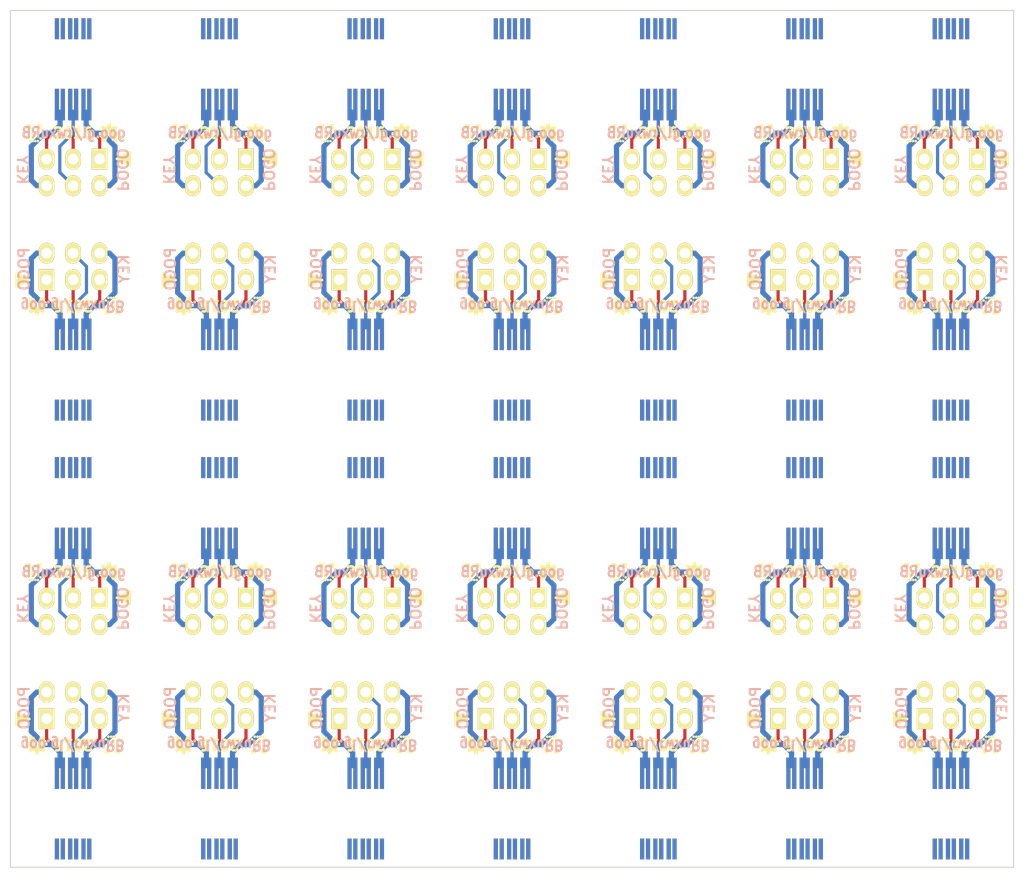
<source format=kicad_pcb>
(kicad_pcb (version 4) (host pcbnew "(2016-04-11 BZR 6687, Git f239aee)-product")
  (title_block (title "AVR-ISP pogo-plug 1.27mm") (date 2016-04-12) (rev 0.21.f) (company "2016 - blog.spitzenpfeil.org"))
  (layers (0 F.Cu signal) (31 B.Cu signal) (36 B.SilkS user) (37 F.SilkS user) (38 B.Mask user) (39 F.Mask user) (44 Edge.Cuts user))
  (net 0 "")
  (net 1 /GND)
  (net 2 /MISO)
  (net 3 /MOSI)
  (net 4 /RESET)
  (net 5 /SCK)
  (net 6 /V-target)
  (module LED_smile_silkscreen_2mm (layer F.Cu) (at 61.25 -97.75 180)
    (fp_text reference G1 hide)
    (fp_text value LED_smile_silkscreen_2mm hide)
  )
  (module my_parts:MADW__PIN_ARRAY_3x2_2.54mm (layer F.Cu) (at 57.500001 -101.500002 180)
    (fp_text reference P1 hide)
    (fp_text value CONN_6 hide)
    (pad 1 thru_hole rect (at 2.54 -1.27 180) (size 1.5 2) (drill 1.016) (layers *.Cu *.Mask F.SilkS) (net 2 /MISO))
    (pad 2 thru_hole oval (at 2.54 1.27 180) (size 1.5 2) (drill 1.016) (layers *.Cu *.Mask F.SilkS) (net 6 /V-target))
    (pad 3 thru_hole oval (at 0 -1.27 180) (size 1.5 2) (drill 1.016) (layers *.Cu *.Mask F.SilkS) (net 5 /SCK))
    (pad 4 thru_hole oval (at 0 1.27 180) (size 1.5 2) (drill 1.016) (layers *.Cu *.Mask F.SilkS) (net 3 /MOSI))
    (pad 5 thru_hole oval (at -2.54 -1.27 180) (size 1.5 2) (drill 1.016) (layers *.Cu *.Mask F.SilkS) (net 4 /RESET))
    (pad 6 thru_hole oval (at -2.54 1.27 180) (size 1.5 2) (drill 1.016) (layers *.Cu *.Mask F.SilkS) (net 1 /GND))
  )
  (module OSHW-logo_silkscreen_2mm (layer F.Cu) (at 54.049998 -97.699999 180)
    (fp_text reference G2 hide)
    (fp_text value OSHW-logo_silkscreen_2mm hide)
  )
  (module MADW__PIN_ARRAY_3x2_1.27mm (layer F.Cu) (at 57.500001 -91.5 180)
    (fp_text reference P2 hide)
    (fp_text value CONN_6 hide)
    (pad ~ smd rect (at -1.55 -3.75 180) (size 0.4 2) (layers F.Cu F.Mask))
    (pad ~ smd rect (at -0.28 -3.75 180) (size 0.4 2) (layers F.Cu F.Mask))
    (pad ~ smd rect (at 0.28 -3.75 180) (size 0.4 2) (layers F.Cu F.Mask))
    (pad ~ smd rect (at -0.99 -3.75 180) (size 0.4 2) (layers F.Cu F.Mask))
    (pad ~ smd rect (at 0.99 -3.75 180) (size 0.4 2) (layers F.Cu F.Mask))
    (pad ~ smd rect (at 1.55 -3.75 180) (size 0.4 2) (layers F.Cu F.Mask))
    (pad ~ smd rect (at -1.55 -3.75 180) (size 0.4 2) (layers B.Cu F.Mask))
    (pad ~ smd rect (at -0.28 -3.75 180) (size 0.4 2) (layers B.Cu F.Mask))
    (pad ~ smd rect (at 0.28 -3.75 180) (size 0.4 2) (layers B.Cu F.Mask))
    (pad ~ smd rect (at -0.99 -3.75 180) (size 0.4 2) (layers B.Cu F.Mask))
    (pad ~ smd rect (at 0.99 -3.75 180) (size 0.4 2) (layers B.Cu F.Mask))
    (pad ~ smd rect (at 1.55 -3.75 180) (size 0.4 2) (layers B.Cu F.Mask))
    (pad 1 smd rect (at 0.99 3.5 180) (size 0.4 3) (layers F.Cu F.Mask) (net 2 /MISO))
    (pad 1 smd rect (at 1.55 3.5 180) (size 0.4 3) (layers F.Cu F.Mask) (net 2 /MISO))
    (pad 1 smd rect (at 1.27 4.4958 180) (size 0.95 1) (layers F.Cu F.Mask) (net 2 /MISO))
    (pad 2 smd rect (at 0.99 3.5 180) (size 0.4 3) (layers B.Cu F.Mask) (net 6 /V-target))
    (pad 2 smd rect (at 1.55 3.5 180) (size 0.4 3) (layers B.Cu F.Mask) (net 6 /V-target))
    (pad 2 smd rect (at 1.27 4.4958 180) (size 0.95 1) (layers B.Cu B.Mask) (net 6 /V-target))
    (pad 3 smd rect (at -0.28 3.5 180) (size 0.4 3) (layers F.Cu F.Mask) (net 5 /SCK))
    (pad 3 smd rect (at 0.28 3.5 180) (size 0.4 3) (layers F.Cu F.Mask) (net 5 /SCK))
    (pad 3 smd rect (at 0 4.4958 180) (size 0.95 1) (layers F.Cu F.Mask) (net 5 /SCK))
    (pad 4 smd rect (at -0.28 3.5 180) (size 0.4 3) (layers B.Cu F.Mask) (net 3 /MOSI))
    (pad 4 smd rect (at 0.28 3.5 180) (size 0.4 3) (layers B.Cu F.Mask) (net 3 /MOSI))
    (pad 4 smd rect (at 0 4.4958 180) (size 0.95 1) (layers B.Cu B.Mask) (net 3 /MOSI))
    (pad 5 smd rect (at -0.99 3.5 180) (size 0.4 3) (layers F.Cu F.Mask) (net 4 /RESET))
    (pad 5 smd rect (at -1.55 3.5 180) (size 0.4 3) (layers F.Cu F.Mask) (net 4 /RESET))
    (pad 5 smd rect (at -1.27 4.4958 180) (size 0.95 1) (layers F.Cu F.Mask) (net 4 /RESET))
    (pad 6 smd rect (at -0.99 3.5 180) (size 0.4 3) (layers B.Cu F.Mask) (net 1 /GND))
    (pad 6 smd rect (at -1.55 3.5 180) (size 0.4 3) (layers B.Cu F.Mask) (net 1 /GND))
    (pad 6 smd rect (at -1.27 4.4958 180) (size 0.95 1) (layers B.Cu B.Mask) (net 1 /GND))
  )
  (module OSHW-logo_silkscreen_2mm (layer F.Cu) (at 54.049998 -55.699999 180)
    (fp_text reference G2 hide)
    (fp_text value OSHW-logo_silkscreen_2mm hide)
  )
  (module MADW__PIN_ARRAY_3x2_1.27mm (layer F.Cu) (at 57.500001 -49.5 180)
    (fp_text reference P2 hide)
    (fp_text value CONN_6 hide)
    (pad ~ smd rect (at -1.55 -3.75 180) (size 0.4 2) (layers F.Cu F.Mask))
    (pad ~ smd rect (at -0.28 -3.75 180) (size 0.4 2) (layers F.Cu F.Mask))
    (pad ~ smd rect (at 0.28 -3.75 180) (size 0.4 2) (layers F.Cu F.Mask))
    (pad ~ smd rect (at -0.99 -3.75 180) (size 0.4 2) (layers F.Cu F.Mask))
    (pad ~ smd rect (at 0.99 -3.75 180) (size 0.4 2) (layers F.Cu F.Mask))
    (pad ~ smd rect (at 1.55 -3.75 180) (size 0.4 2) (layers F.Cu F.Mask))
    (pad ~ smd rect (at -1.55 -3.75 180) (size 0.4 2) (layers B.Cu F.Mask))
    (pad ~ smd rect (at -0.28 -3.75 180) (size 0.4 2) (layers B.Cu F.Mask))
    (pad ~ smd rect (at 0.28 -3.75 180) (size 0.4 2) (layers B.Cu F.Mask))
    (pad ~ smd rect (at -0.99 -3.75 180) (size 0.4 2) (layers B.Cu F.Mask))
    (pad ~ smd rect (at 0.99 -3.75 180) (size 0.4 2) (layers B.Cu F.Mask))
    (pad ~ smd rect (at 1.55 -3.75 180) (size 0.4 2) (layers B.Cu F.Mask))
    (pad 1 smd rect (at 0.99 3.5 180) (size 0.4 3) (layers F.Cu F.Mask) (net 2 /MISO))
    (pad 1 smd rect (at 1.55 3.5 180) (size 0.4 3) (layers F.Cu F.Mask) (net 2 /MISO))
    (pad 1 smd rect (at 1.27 4.4958 180) (size 0.95 1) (layers F.Cu F.Mask) (net 2 /MISO))
    (pad 2 smd rect (at 0.99 3.5 180) (size 0.4 3) (layers B.Cu F.Mask) (net 6 /V-target))
    (pad 2 smd rect (at 1.55 3.5 180) (size 0.4 3) (layers B.Cu F.Mask) (net 6 /V-target))
    (pad 2 smd rect (at 1.27 4.4958 180) (size 0.95 1) (layers B.Cu B.Mask) (net 6 /V-target))
    (pad 3 smd rect (at -0.28 3.5 180) (size 0.4 3) (layers F.Cu F.Mask) (net 5 /SCK))
    (pad 3 smd rect (at 0.28 3.5 180) (size 0.4 3) (layers F.Cu F.Mask) (net 5 /SCK))
    (pad 3 smd rect (at 0 4.4958 180) (size 0.95 1) (layers F.Cu F.Mask) (net 5 /SCK))
    (pad 4 smd rect (at -0.28 3.5 180) (size 0.4 3) (layers B.Cu F.Mask) (net 3 /MOSI))
    (pad 4 smd rect (at 0.28 3.5 180) (size 0.4 3) (layers B.Cu F.Mask) (net 3 /MOSI))
    (pad 4 smd rect (at 0 4.4958 180) (size 0.95 1) (layers B.Cu B.Mask) (net 3 /MOSI))
    (pad 5 smd rect (at -0.99 3.5 180) (size 0.4 3) (layers F.Cu F.Mask) (net 4 /RESET))
    (pad 5 smd rect (at -1.55 3.5 180) (size 0.4 3) (layers F.Cu F.Mask) (net 4 /RESET))
    (pad 5 smd rect (at -1.27 4.4958 180) (size 0.95 1) (layers F.Cu F.Mask) (net 4 /RESET))
    (pad 6 smd rect (at -0.99 3.5 180) (size 0.4 3) (layers B.Cu F.Mask) (net 1 /GND))
    (pad 6 smd rect (at -1.55 3.5 180) (size 0.4 3) (layers B.Cu F.Mask) (net 1 /GND))
    (pad 6 smd rect (at -1.27 4.4958 180) (size 0.95 1) (layers B.Cu B.Mask) (net 1 /GND))
  )
  (module my_parts:MADW__PIN_ARRAY_3x2_2.54mm (layer F.Cu) (at 57.500001 -59.500002 180)
    (fp_text reference P1 hide)
    (fp_text value CONN_6 hide)
    (pad 1 thru_hole rect (at 2.54 -1.27 180) (size 1.5 2) (drill 1.016) (layers *.Cu *.Mask F.SilkS) (net 2 /MISO))
    (pad 2 thru_hole oval (at 2.54 1.27 180) (size 1.5 2) (drill 1.016) (layers *.Cu *.Mask F.SilkS) (net 6 /V-target))
    (pad 3 thru_hole oval (at 0 -1.27 180) (size 1.5 2) (drill 1.016) (layers *.Cu *.Mask F.SilkS) (net 5 /SCK))
    (pad 4 thru_hole oval (at 0 1.27 180) (size 1.5 2) (drill 1.016) (layers *.Cu *.Mask F.SilkS) (net 3 /MOSI))
    (pad 5 thru_hole oval (at -2.54 -1.27 180) (size 1.5 2) (drill 1.016) (layers *.Cu *.Mask F.SilkS) (net 4 /RESET))
    (pad 6 thru_hole oval (at -2.54 1.27 180) (size 1.5 2) (drill 1.016) (layers *.Cu *.Mask F.SilkS) (net 1 /GND))
  )
  (module LED_smile_silkscreen_2mm (layer F.Cu) (at 61.25 -55.75 180)
    (fp_text reference G1 hide)
    (fp_text value LED_smile_silkscreen_2mm hide)
  )
  (module OSHW-logo_silkscreen_2mm (layer F.Cu) (at 60.95 -114.3)
    (fp_text reference G2 hide)
    (fp_text value OSHW-logo_silkscreen_2mm hide)
  )
  (module LED_smile_silkscreen_2mm (layer F.Cu) (at 53.75 -114.25)
    (fp_text reference G1 hide)
    (fp_text value LED_smile_silkscreen_2mm hide)
  )
  (module my_parts:MADW__PIN_ARRAY_3x2_2.54mm (layer F.Cu) (at 57.5 -110.5)
    (fp_text reference P1 hide)
    (fp_text value CONN_6 hide)
    (pad 1 thru_hole rect (at 2.54 -1.27) (size 1.5 2) (drill 1.016) (layers *.Cu *.Mask F.SilkS) (net 2 /MISO))
    (pad 2 thru_hole oval (at 2.54 1.27) (size 1.5 2) (drill 1.016) (layers *.Cu *.Mask F.SilkS) (net 6 /V-target))
    (pad 3 thru_hole oval (at 0 -1.27) (size 1.5 2) (drill 1.016) (layers *.Cu *.Mask F.SilkS) (net 5 /SCK))
    (pad 4 thru_hole oval (at 0 1.27) (size 1.5 2) (drill 1.016) (layers *.Cu *.Mask F.SilkS) (net 3 /MOSI))
    (pad 5 thru_hole oval (at -2.54 -1.27) (size 1.5 2) (drill 1.016) (layers *.Cu *.Mask F.SilkS) (net 4 /RESET))
    (pad 6 thru_hole oval (at -2.54 1.27) (size 1.5 2) (drill 1.016) (layers *.Cu *.Mask F.SilkS) (net 1 /GND))
  )
  (module MADW__PIN_ARRAY_3x2_1.27mm (layer F.Cu) (at 57.5 -120.5)
    (fp_text reference P2 hide)
    (fp_text value CONN_6 hide)
    (pad ~ smd rect (at -1.55 -3.75) (size 0.4 2) (layers F.Cu F.Mask))
    (pad ~ smd rect (at -0.28 -3.75) (size 0.4 2) (layers F.Cu F.Mask))
    (pad ~ smd rect (at 0.28 -3.75) (size 0.4 2) (layers F.Cu F.Mask))
    (pad ~ smd rect (at -0.99 -3.75) (size 0.4 2) (layers F.Cu F.Mask))
    (pad ~ smd rect (at 0.99 -3.75) (size 0.4 2) (layers F.Cu F.Mask))
    (pad ~ smd rect (at 1.55 -3.75) (size 0.4 2) (layers F.Cu F.Mask))
    (pad ~ smd rect (at -1.55 -3.75) (size 0.4 2) (layers B.Cu F.Mask))
    (pad ~ smd rect (at -0.28 -3.75) (size 0.4 2) (layers B.Cu F.Mask))
    (pad ~ smd rect (at 0.28 -3.75) (size 0.4 2) (layers B.Cu F.Mask))
    (pad ~ smd rect (at -0.99 -3.75) (size 0.4 2) (layers B.Cu F.Mask))
    (pad ~ smd rect (at 0.99 -3.75) (size 0.4 2) (layers B.Cu F.Mask))
    (pad ~ smd rect (at 1.55 -3.75) (size 0.4 2) (layers B.Cu F.Mask))
    (pad 1 smd rect (at 0.99 3.5) (size 0.4 3) (layers F.Cu F.Mask) (net 2 /MISO))
    (pad 1 smd rect (at 1.55 3.5) (size 0.4 3) (layers F.Cu F.Mask) (net 2 /MISO))
    (pad 1 smd rect (at 1.27 4.4958) (size 0.95 1) (layers F.Cu F.Mask) (net 2 /MISO))
    (pad 2 smd rect (at 0.99 3.5) (size 0.4 3) (layers B.Cu F.Mask) (net 6 /V-target))
    (pad 2 smd rect (at 1.55 3.5) (size 0.4 3) (layers B.Cu F.Mask) (net 6 /V-target))
    (pad 2 smd rect (at 1.27 4.4958) (size 0.95 1) (layers B.Cu B.Mask) (net 6 /V-target))
    (pad 3 smd rect (at -0.28 3.5) (size 0.4 3) (layers F.Cu F.Mask) (net 5 /SCK))
    (pad 3 smd rect (at 0.28 3.5) (size 0.4 3) (layers F.Cu F.Mask) (net 5 /SCK))
    (pad 3 smd rect (at 0 4.4958) (size 0.95 1) (layers F.Cu F.Mask) (net 5 /SCK))
    (pad 4 smd rect (at -0.28 3.5) (size 0.4 3) (layers B.Cu F.Mask) (net 3 /MOSI))
    (pad 4 smd rect (at 0.28 3.5) (size 0.4 3) (layers B.Cu F.Mask) (net 3 /MOSI))
    (pad 4 smd rect (at 0 4.4958) (size 0.95 1) (layers B.Cu B.Mask) (net 3 /MOSI))
    (pad 5 smd rect (at -0.99 3.5) (size 0.4 3) (layers F.Cu F.Mask) (net 4 /RESET))
    (pad 5 smd rect (at -1.55 3.5) (size 0.4 3) (layers F.Cu F.Mask) (net 4 /RESET))
    (pad 5 smd rect (at -1.27 4.4958) (size 0.95 1) (layers F.Cu F.Mask) (net 4 /RESET))
    (pad 6 smd rect (at -0.99 3.5) (size 0.4 3) (layers B.Cu F.Mask) (net 1 /GND))
    (pad 6 smd rect (at -1.55 3.5) (size 0.4 3) (layers B.Cu F.Mask) (net 1 /GND))
    (pad 6 smd rect (at -1.27 4.4958) (size 0.95 1) (layers B.Cu B.Mask) (net 1 /GND))
  )
  (module MADW__PIN_ARRAY_3x2_1.27mm (layer F.Cu) (at 57.5 -78.5)
    (fp_text reference P2 hide)
    (fp_text value CONN_6 hide)
    (pad ~ smd rect (at -1.55 -3.75) (size 0.4 2) (layers F.Cu F.Mask))
    (pad ~ smd rect (at -0.28 -3.75) (size 0.4 2) (layers F.Cu F.Mask))
    (pad ~ smd rect (at 0.28 -3.75) (size 0.4 2) (layers F.Cu F.Mask))
    (pad ~ smd rect (at -0.99 -3.75) (size 0.4 2) (layers F.Cu F.Mask))
    (pad ~ smd rect (at 0.99 -3.75) (size 0.4 2) (layers F.Cu F.Mask))
    (pad ~ smd rect (at 1.55 -3.75) (size 0.4 2) (layers F.Cu F.Mask))
    (pad ~ smd rect (at -1.55 -3.75) (size 0.4 2) (layers B.Cu F.Mask))
    (pad ~ smd rect (at -0.28 -3.75) (size 0.4 2) (layers B.Cu F.Mask))
    (pad ~ smd rect (at 0.28 -3.75) (size 0.4 2) (layers B.Cu F.Mask))
    (pad ~ smd rect (at -0.99 -3.75) (size 0.4 2) (layers B.Cu F.Mask))
    (pad ~ smd rect (at 0.99 -3.75) (size 0.4 2) (layers B.Cu F.Mask))
    (pad ~ smd rect (at 1.55 -3.75) (size 0.4 2) (layers B.Cu F.Mask))
    (pad 1 smd rect (at 0.99 3.5) (size 0.4 3) (layers F.Cu F.Mask) (net 2 /MISO))
    (pad 1 smd rect (at 1.55 3.5) (size 0.4 3) (layers F.Cu F.Mask) (net 2 /MISO))
    (pad 1 smd rect (at 1.27 4.4958) (size 0.95 1) (layers F.Cu F.Mask) (net 2 /MISO))
    (pad 2 smd rect (at 0.99 3.5) (size 0.4 3) (layers B.Cu F.Mask) (net 6 /V-target))
    (pad 2 smd rect (at 1.55 3.5) (size 0.4 3) (layers B.Cu F.Mask) (net 6 /V-target))
    (pad 2 smd rect (at 1.27 4.4958) (size 0.95 1) (layers B.Cu B.Mask) (net 6 /V-target))
    (pad 3 smd rect (at -0.28 3.5) (size 0.4 3) (layers F.Cu F.Mask) (net 5 /SCK))
    (pad 3 smd rect (at 0.28 3.5) (size 0.4 3) (layers F.Cu F.Mask) (net 5 /SCK))
    (pad 3 smd rect (at 0 4.4958) (size 0.95 1) (layers F.Cu F.Mask) (net 5 /SCK))
    (pad 4 smd rect (at -0.28 3.5) (size 0.4 3) (layers B.Cu F.Mask) (net 3 /MOSI))
    (pad 4 smd rect (at 0.28 3.5) (size 0.4 3) (layers B.Cu F.Mask) (net 3 /MOSI))
    (pad 4 smd rect (at 0 4.4958) (size 0.95 1) (layers B.Cu B.Mask) (net 3 /MOSI))
    (pad 5 smd rect (at -0.99 3.5) (size 0.4 3) (layers F.Cu F.Mask) (net 4 /RESET))
    (pad 5 smd rect (at -1.55 3.5) (size 0.4 3) (layers F.Cu F.Mask) (net 4 /RESET))
    (pad 5 smd rect (at -1.27 4.4958) (size 0.95 1) (layers F.Cu F.Mask) (net 4 /RESET))
    (pad 6 smd rect (at -0.99 3.5) (size 0.4 3) (layers B.Cu F.Mask) (net 1 /GND))
    (pad 6 smd rect (at -1.55 3.5) (size 0.4 3) (layers B.Cu F.Mask) (net 1 /GND))
    (pad 6 smd rect (at -1.27 4.4958) (size 0.95 1) (layers B.Cu B.Mask) (net 1 /GND))
  )
  (module my_parts:MADW__PIN_ARRAY_3x2_2.54mm (layer F.Cu) (at 57.5 -68.5)
    (fp_text reference P1 hide)
    (fp_text value CONN_6 hide)
    (pad 1 thru_hole rect (at 2.54 -1.27) (size 1.5 2) (drill 1.016) (layers *.Cu *.Mask F.SilkS) (net 2 /MISO))
    (pad 2 thru_hole oval (at 2.54 1.27) (size 1.5 2) (drill 1.016) (layers *.Cu *.Mask F.SilkS) (net 6 /V-target))
    (pad 3 thru_hole oval (at 0 -1.27) (size 1.5 2) (drill 1.016) (layers *.Cu *.Mask F.SilkS) (net 5 /SCK))
    (pad 4 thru_hole oval (at 0 1.27) (size 1.5 2) (drill 1.016) (layers *.Cu *.Mask F.SilkS) (net 3 /MOSI))
    (pad 5 thru_hole oval (at -2.54 -1.27) (size 1.5 2) (drill 1.016) (layers *.Cu *.Mask F.SilkS) (net 4 /RESET))
    (pad 6 thru_hole oval (at -2.54 1.27) (size 1.5 2) (drill 1.016) (layers *.Cu *.Mask F.SilkS) (net 1 /GND))
  )
  (module OSHW-logo_silkscreen_2mm (layer F.Cu) (at 60.95 -72.3)
    (fp_text reference G2 hide)
    (fp_text value OSHW-logo_silkscreen_2mm hide)
  )
  (module LED_smile_silkscreen_2mm (layer F.Cu) (at 53.75 -72.25)
    (fp_text reference G1 hide)
    (fp_text value LED_smile_silkscreen_2mm hide)
  )
  (module LED_smile_silkscreen_2mm (layer F.Cu) (at 89.25 -55.75 180)
    (fp_text reference G1 hide)
    (fp_text value LED_smile_silkscreen_2mm hide)
  )
  (module my_parts:MADW__PIN_ARRAY_3x2_2.54mm (layer F.Cu) (at 85.500001 -59.500002 180)
    (fp_text reference P1 hide)
    (fp_text value CONN_6 hide)
    (pad 1 thru_hole rect (at 2.54 -1.27 180) (size 1.5 2) (drill 1.016) (layers *.Cu *.Mask F.SilkS) (net 2 /MISO))
    (pad 2 thru_hole oval (at 2.54 1.27 180) (size 1.5 2) (drill 1.016) (layers *.Cu *.Mask F.SilkS) (net 6 /V-target))
    (pad 3 thru_hole oval (at 0 -1.27 180) (size 1.5 2) (drill 1.016) (layers *.Cu *.Mask F.SilkS) (net 5 /SCK))
    (pad 4 thru_hole oval (at 0 1.27 180) (size 1.5 2) (drill 1.016) (layers *.Cu *.Mask F.SilkS) (net 3 /MOSI))
    (pad 5 thru_hole oval (at -2.54 -1.27 180) (size 1.5 2) (drill 1.016) (layers *.Cu *.Mask F.SilkS) (net 4 /RESET))
    (pad 6 thru_hole oval (at -2.54 1.27 180) (size 1.5 2) (drill 1.016) (layers *.Cu *.Mask F.SilkS) (net 1 /GND))
  )
  (module LED_smile_silkscreen_2mm (layer F.Cu) (at 75.25 -55.75 180)
    (fp_text reference G1 hide)
    (fp_text value LED_smile_silkscreen_2mm hide)
  )
  (module my_parts:MADW__PIN_ARRAY_3x2_2.54mm (layer F.Cu) (at 71.500001 -59.500002 180)
    (fp_text reference P1 hide)
    (fp_text value CONN_6 hide)
    (pad 1 thru_hole rect (at 2.54 -1.27 180) (size 1.5 2) (drill 1.016) (layers *.Cu *.Mask F.SilkS) (net 2 /MISO))
    (pad 2 thru_hole oval (at 2.54 1.27 180) (size 1.5 2) (drill 1.016) (layers *.Cu *.Mask F.SilkS) (net 6 /V-target))
    (pad 3 thru_hole oval (at 0 -1.27 180) (size 1.5 2) (drill 1.016) (layers *.Cu *.Mask F.SilkS) (net 5 /SCK))
    (pad 4 thru_hole oval (at 0 1.27 180) (size 1.5 2) (drill 1.016) (layers *.Cu *.Mask F.SilkS) (net 3 /MOSI))
    (pad 5 thru_hole oval (at -2.54 -1.27 180) (size 1.5 2) (drill 1.016) (layers *.Cu *.Mask F.SilkS) (net 4 /RESET))
    (pad 6 thru_hole oval (at -2.54 1.27 180) (size 1.5 2) (drill 1.016) (layers *.Cu *.Mask F.SilkS) (net 1 /GND))
  )
  (module MADW__PIN_ARRAY_3x2_1.27mm (layer F.Cu) (at 85.500001 -49.5 180)
    (fp_text reference P2 hide)
    (fp_text value CONN_6 hide)
    (pad ~ smd rect (at -1.55 -3.75 180) (size 0.4 2) (layers F.Cu F.Mask))
    (pad ~ smd rect (at -0.28 -3.75 180) (size 0.4 2) (layers F.Cu F.Mask))
    (pad ~ smd rect (at 0.28 -3.75 180) (size 0.4 2) (layers F.Cu F.Mask))
    (pad ~ smd rect (at -0.99 -3.75 180) (size 0.4 2) (layers F.Cu F.Mask))
    (pad ~ smd rect (at 0.99 -3.75 180) (size 0.4 2) (layers F.Cu F.Mask))
    (pad ~ smd rect (at 1.55 -3.75 180) (size 0.4 2) (layers F.Cu F.Mask))
    (pad ~ smd rect (at -1.55 -3.75 180) (size 0.4 2) (layers B.Cu F.Mask))
    (pad ~ smd rect (at -0.28 -3.75 180) (size 0.4 2) (layers B.Cu F.Mask))
    (pad ~ smd rect (at 0.28 -3.75 180) (size 0.4 2) (layers B.Cu F.Mask))
    (pad ~ smd rect (at -0.99 -3.75 180) (size 0.4 2) (layers B.Cu F.Mask))
    (pad ~ smd rect (at 0.99 -3.75 180) (size 0.4 2) (layers B.Cu F.Mask))
    (pad ~ smd rect (at 1.55 -3.75 180) (size 0.4 2) (layers B.Cu F.Mask))
    (pad 1 smd rect (at 0.99 3.5 180) (size 0.4 3) (layers F.Cu F.Mask) (net 2 /MISO))
    (pad 1 smd rect (at 1.55 3.5 180) (size 0.4 3) (layers F.Cu F.Mask) (net 2 /MISO))
    (pad 1 smd rect (at 1.27 4.4958 180) (size 0.95 1) (layers F.Cu F.Mask) (net 2 /MISO))
    (pad 2 smd rect (at 0.99 3.5 180) (size 0.4 3) (layers B.Cu F.Mask) (net 6 /V-target))
    (pad 2 smd rect (at 1.55 3.5 180) (size 0.4 3) (layers B.Cu F.Mask) (net 6 /V-target))
    (pad 2 smd rect (at 1.27 4.4958 180) (size 0.95 1) (layers B.Cu B.Mask) (net 6 /V-target))
    (pad 3 smd rect (at -0.28 3.5 180) (size 0.4 3) (layers F.Cu F.Mask) (net 5 /SCK))
    (pad 3 smd rect (at 0.28 3.5 180) (size 0.4 3) (layers F.Cu F.Mask) (net 5 /SCK))
    (pad 3 smd rect (at 0 4.4958 180) (size 0.95 1) (layers F.Cu F.Mask) (net 5 /SCK))
    (pad 4 smd rect (at -0.28 3.5 180) (size 0.4 3) (layers B.Cu F.Mask) (net 3 /MOSI))
    (pad 4 smd rect (at 0.28 3.5 180) (size 0.4 3) (layers B.Cu F.Mask) (net 3 /MOSI))
    (pad 4 smd rect (at 0 4.4958 180) (size 0.95 1) (layers B.Cu B.Mask) (net 3 /MOSI))
    (pad 5 smd rect (at -0.99 3.5 180) (size 0.4 3) (layers F.Cu F.Mask) (net 4 /RESET))
    (pad 5 smd rect (at -1.55 3.5 180) (size 0.4 3) (layers F.Cu F.Mask) (net 4 /RESET))
    (pad 5 smd rect (at -1.27 4.4958 180) (size 0.95 1) (layers F.Cu F.Mask) (net 4 /RESET))
    (pad 6 smd rect (at -0.99 3.5 180) (size 0.4 3) (layers B.Cu F.Mask) (net 1 /GND))
    (pad 6 smd rect (at -1.55 3.5 180) (size 0.4 3) (layers B.Cu F.Mask) (net 1 /GND))
    (pad 6 smd rect (at -1.27 4.4958 180) (size 0.95 1) (layers B.Cu B.Mask) (net 1 /GND))
  )
  (module OSHW-logo_silkscreen_2mm (layer F.Cu) (at 82.049998 -55.699999 180)
    (fp_text reference G2 hide)
    (fp_text value OSHW-logo_silkscreen_2mm hide)
  )
  (module MADW__PIN_ARRAY_3x2_1.27mm (layer F.Cu) (at 71.500001 -49.5 180)
    (fp_text reference P2 hide)
    (fp_text value CONN_6 hide)
    (pad ~ smd rect (at -1.55 -3.75 180) (size 0.4 2) (layers F.Cu F.Mask))
    (pad ~ smd rect (at -0.28 -3.75 180) (size 0.4 2) (layers F.Cu F.Mask))
    (pad ~ smd rect (at 0.28 -3.75 180) (size 0.4 2) (layers F.Cu F.Mask))
    (pad ~ smd rect (at -0.99 -3.75 180) (size 0.4 2) (layers F.Cu F.Mask))
    (pad ~ smd rect (at 0.99 -3.75 180) (size 0.4 2) (layers F.Cu F.Mask))
    (pad ~ smd rect (at 1.55 -3.75 180) (size 0.4 2) (layers F.Cu F.Mask))
    (pad ~ smd rect (at -1.55 -3.75 180) (size 0.4 2) (layers B.Cu F.Mask))
    (pad ~ smd rect (at -0.28 -3.75 180) (size 0.4 2) (layers B.Cu F.Mask))
    (pad ~ smd rect (at 0.28 -3.75 180) (size 0.4 2) (layers B.Cu F.Mask))
    (pad ~ smd rect (at -0.99 -3.75 180) (size 0.4 2) (layers B.Cu F.Mask))
    (pad ~ smd rect (at 0.99 -3.75 180) (size 0.4 2) (layers B.Cu F.Mask))
    (pad ~ smd rect (at 1.55 -3.75 180) (size 0.4 2) (layers B.Cu F.Mask))
    (pad 1 smd rect (at 0.99 3.5 180) (size 0.4 3) (layers F.Cu F.Mask) (net 2 /MISO))
    (pad 1 smd rect (at 1.55 3.5 180) (size 0.4 3) (layers F.Cu F.Mask) (net 2 /MISO))
    (pad 1 smd rect (at 1.27 4.4958 180) (size 0.95 1) (layers F.Cu F.Mask) (net 2 /MISO))
    (pad 2 smd rect (at 0.99 3.5 180) (size 0.4 3) (layers B.Cu F.Mask) (net 6 /V-target))
    (pad 2 smd rect (at 1.55 3.5 180) (size 0.4 3) (layers B.Cu F.Mask) (net 6 /V-target))
    (pad 2 smd rect (at 1.27 4.4958 180) (size 0.95 1) (layers B.Cu B.Mask) (net 6 /V-target))
    (pad 3 smd rect (at -0.28 3.5 180) (size 0.4 3) (layers F.Cu F.Mask) (net 5 /SCK))
    (pad 3 smd rect (at 0.28 3.5 180) (size 0.4 3) (layers F.Cu F.Mask) (net 5 /SCK))
    (pad 3 smd rect (at 0 4.4958 180) (size 0.95 1) (layers F.Cu F.Mask) (net 5 /SCK))
    (pad 4 smd rect (at -0.28 3.5 180) (size 0.4 3) (layers B.Cu F.Mask) (net 3 /MOSI))
    (pad 4 smd rect (at 0.28 3.5 180) (size 0.4 3) (layers B.Cu F.Mask) (net 3 /MOSI))
    (pad 4 smd rect (at 0 4.4958 180) (size 0.95 1) (layers B.Cu B.Mask) (net 3 /MOSI))
    (pad 5 smd rect (at -0.99 3.5 180) (size 0.4 3) (layers F.Cu F.Mask) (net 4 /RESET))
    (pad 5 smd rect (at -1.55 3.5 180) (size 0.4 3) (layers F.Cu F.Mask) (net 4 /RESET))
    (pad 5 smd rect (at -1.27 4.4958 180) (size 0.95 1) (layers F.Cu F.Mask) (net 4 /RESET))
    (pad 6 smd rect (at -0.99 3.5 180) (size 0.4 3) (layers B.Cu F.Mask) (net 1 /GND))
    (pad 6 smd rect (at -1.55 3.5 180) (size 0.4 3) (layers B.Cu F.Mask) (net 1 /GND))
    (pad 6 smd rect (at -1.27 4.4958 180) (size 0.95 1) (layers B.Cu B.Mask) (net 1 /GND))
  )
  (module OSHW-logo_silkscreen_2mm (layer F.Cu) (at 68.049998 -55.699999 180)
    (fp_text reference G2 hide)
    (fp_text value OSHW-logo_silkscreen_2mm hide)
  )
  (module LED_smile_silkscreen_2mm (layer F.Cu) (at 67.75 -114.25)
    (fp_text reference G1 hide)
    (fp_text value LED_smile_silkscreen_2mm hide)
  )
  (module my_parts:MADW__PIN_ARRAY_3x2_2.54mm (layer F.Cu) (at 71.500001 -101.500002 180)
    (fp_text reference P1 hide)
    (fp_text value CONN_6 hide)
    (pad 1 thru_hole rect (at 2.54 -1.27 180) (size 1.5 2) (drill 1.016) (layers *.Cu *.Mask F.SilkS) (net 2 /MISO))
    (pad 2 thru_hole oval (at 2.54 1.27 180) (size 1.5 2) (drill 1.016) (layers *.Cu *.Mask F.SilkS) (net 6 /V-target))
    (pad 3 thru_hole oval (at 0 -1.27 180) (size 1.5 2) (drill 1.016) (layers *.Cu *.Mask F.SilkS) (net 5 /SCK))
    (pad 4 thru_hole oval (at 0 1.27 180) (size 1.5 2) (drill 1.016) (layers *.Cu *.Mask F.SilkS) (net 3 /MOSI))
    (pad 5 thru_hole oval (at -2.54 -1.27 180) (size 1.5 2) (drill 1.016) (layers *.Cu *.Mask F.SilkS) (net 4 /RESET))
    (pad 6 thru_hole oval (at -2.54 1.27 180) (size 1.5 2) (drill 1.016) (layers *.Cu *.Mask F.SilkS) (net 1 /GND))
  )
  (module LED_smile_silkscreen_2mm (layer F.Cu) (at 75.25 -97.75 180)
    (fp_text reference G1 hide)
    (fp_text value LED_smile_silkscreen_2mm hide)
  )
  (module OSHW-logo_silkscreen_2mm (layer F.Cu) (at 68.049998 -97.699999 180)
    (fp_text reference G2 hide)
    (fp_text value OSHW-logo_silkscreen_2mm hide)
  )
  (module my_parts:MADW__PIN_ARRAY_3x2_2.54mm (layer F.Cu) (at 71.5 -110.5)
    (fp_text reference P1 hide)
    (fp_text value CONN_6 hide)
    (pad 1 thru_hole rect (at 2.54 -1.27) (size 1.5 2) (drill 1.016) (layers *.Cu *.Mask F.SilkS) (net 2 /MISO))
    (pad 2 thru_hole oval (at 2.54 1.27) (size 1.5 2) (drill 1.016) (layers *.Cu *.Mask F.SilkS) (net 6 /V-target))
    (pad 3 thru_hole oval (at 0 -1.27) (size 1.5 2) (drill 1.016) (layers *.Cu *.Mask F.SilkS) (net 5 /SCK))
    (pad 4 thru_hole oval (at 0 1.27) (size 1.5 2) (drill 1.016) (layers *.Cu *.Mask F.SilkS) (net 3 /MOSI))
    (pad 5 thru_hole oval (at -2.54 -1.27) (size 1.5 2) (drill 1.016) (layers *.Cu *.Mask F.SilkS) (net 4 /RESET))
    (pad 6 thru_hole oval (at -2.54 1.27) (size 1.5 2) (drill 1.016) (layers *.Cu *.Mask F.SilkS) (net 1 /GND))
  )
  (module OSHW-logo_silkscreen_2mm (layer F.Cu) (at 88.95 -114.3)
    (fp_text reference G2 hide)
    (fp_text value OSHW-logo_silkscreen_2mm hide)
  )
  (module OSHW-logo_silkscreen_2mm (layer F.Cu) (at 74.95 -114.3)
    (fp_text reference G2 hide)
    (fp_text value OSHW-logo_silkscreen_2mm hide)
  )
  (module MADW__PIN_ARRAY_3x2_1.27mm (layer F.Cu) (at 85.5 -120.5)
    (fp_text reference P2 hide)
    (fp_text value CONN_6 hide)
    (pad ~ smd rect (at -1.55 -3.75) (size 0.4 2) (layers F.Cu F.Mask))
    (pad ~ smd rect (at -0.28 -3.75) (size 0.4 2) (layers F.Cu F.Mask))
    (pad ~ smd rect (at 0.28 -3.75) (size 0.4 2) (layers F.Cu F.Mask))
    (pad ~ smd rect (at -0.99 -3.75) (size 0.4 2) (layers F.Cu F.Mask))
    (pad ~ smd rect (at 0.99 -3.75) (size 0.4 2) (layers F.Cu F.Mask))
    (pad ~ smd rect (at 1.55 -3.75) (size 0.4 2) (layers F.Cu F.Mask))
    (pad ~ smd rect (at -1.55 -3.75) (size 0.4 2) (layers B.Cu F.Mask))
    (pad ~ smd rect (at -0.28 -3.75) (size 0.4 2) (layers B.Cu F.Mask))
    (pad ~ smd rect (at 0.28 -3.75) (size 0.4 2) (layers B.Cu F.Mask))
    (pad ~ smd rect (at -0.99 -3.75) (size 0.4 2) (layers B.Cu F.Mask))
    (pad ~ smd rect (at 0.99 -3.75) (size 0.4 2) (layers B.Cu F.Mask))
    (pad ~ smd rect (at 1.55 -3.75) (size 0.4 2) (layers B.Cu F.Mask))
    (pad 1 smd rect (at 0.99 3.5) (size 0.4 3) (layers F.Cu F.Mask) (net 2 /MISO))
    (pad 1 smd rect (at 1.55 3.5) (size 0.4 3) (layers F.Cu F.Mask) (net 2 /MISO))
    (pad 1 smd rect (at 1.27 4.4958) (size 0.95 1) (layers F.Cu F.Mask) (net 2 /MISO))
    (pad 2 smd rect (at 0.99 3.5) (size 0.4 3) (layers B.Cu F.Mask) (net 6 /V-target))
    (pad 2 smd rect (at 1.55 3.5) (size 0.4 3) (layers B.Cu F.Mask) (net 6 /V-target))
    (pad 2 smd rect (at 1.27 4.4958) (size 0.95 1) (layers B.Cu B.Mask) (net 6 /V-target))
    (pad 3 smd rect (at -0.28 3.5) (size 0.4 3) (layers F.Cu F.Mask) (net 5 /SCK))
    (pad 3 smd rect (at 0.28 3.5) (size 0.4 3) (layers F.Cu F.Mask) (net 5 /SCK))
    (pad 3 smd rect (at 0 4.4958) (size 0.95 1) (layers F.Cu F.Mask) (net 5 /SCK))
    (pad 4 smd rect (at -0.28 3.5) (size 0.4 3) (layers B.Cu F.Mask) (net 3 /MOSI))
    (pad 4 smd rect (at 0.28 3.5) (size 0.4 3) (layers B.Cu F.Mask) (net 3 /MOSI))
    (pad 4 smd rect (at 0 4.4958) (size 0.95 1) (layers B.Cu B.Mask) (net 3 /MOSI))
    (pad 5 smd rect (at -0.99 3.5) (size 0.4 3) (layers F.Cu F.Mask) (net 4 /RESET))
    (pad 5 smd rect (at -1.55 3.5) (size 0.4 3) (layers F.Cu F.Mask) (net 4 /RESET))
    (pad 5 smd rect (at -1.27 4.4958) (size 0.95 1) (layers F.Cu F.Mask) (net 4 /RESET))
    (pad 6 smd rect (at -0.99 3.5) (size 0.4 3) (layers B.Cu F.Mask) (net 1 /GND))
    (pad 6 smd rect (at -1.55 3.5) (size 0.4 3) (layers B.Cu F.Mask) (net 1 /GND))
    (pad 6 smd rect (at -1.27 4.4958) (size 0.95 1) (layers B.Cu B.Mask) (net 1 /GND))
  )
  (module my_parts:MADW__PIN_ARRAY_3x2_2.54mm (layer F.Cu) (at 85.5 -110.5)
    (fp_text reference P1 hide)
    (fp_text value CONN_6 hide)
    (pad 1 thru_hole rect (at 2.54 -1.27) (size 1.5 2) (drill 1.016) (layers *.Cu *.Mask F.SilkS) (net 2 /MISO))
    (pad 2 thru_hole oval (at 2.54 1.27) (size 1.5 2) (drill 1.016) (layers *.Cu *.Mask F.SilkS) (net 6 /V-target))
    (pad 3 thru_hole oval (at 0 -1.27) (size 1.5 2) (drill 1.016) (layers *.Cu *.Mask F.SilkS) (net 5 /SCK))
    (pad 4 thru_hole oval (at 0 1.27) (size 1.5 2) (drill 1.016) (layers *.Cu *.Mask F.SilkS) (net 3 /MOSI))
    (pad 5 thru_hole oval (at -2.54 -1.27) (size 1.5 2) (drill 1.016) (layers *.Cu *.Mask F.SilkS) (net 4 /RESET))
    (pad 6 thru_hole oval (at -2.54 1.27) (size 1.5 2) (drill 1.016) (layers *.Cu *.Mask F.SilkS) (net 1 /GND))
  )
  (module MADW__PIN_ARRAY_3x2_1.27mm (layer F.Cu) (at 71.5 -120.5)
    (fp_text reference P2 hide)
    (fp_text value CONN_6 hide)
    (pad ~ smd rect (at -1.55 -3.75) (size 0.4 2) (layers F.Cu F.Mask))
    (pad ~ smd rect (at -0.28 -3.75) (size 0.4 2) (layers F.Cu F.Mask))
    (pad ~ smd rect (at 0.28 -3.75) (size 0.4 2) (layers F.Cu F.Mask))
    (pad ~ smd rect (at -0.99 -3.75) (size 0.4 2) (layers F.Cu F.Mask))
    (pad ~ smd rect (at 0.99 -3.75) (size 0.4 2) (layers F.Cu F.Mask))
    (pad ~ smd rect (at 1.55 -3.75) (size 0.4 2) (layers F.Cu F.Mask))
    (pad ~ smd rect (at -1.55 -3.75) (size 0.4 2) (layers B.Cu F.Mask))
    (pad ~ smd rect (at -0.28 -3.75) (size 0.4 2) (layers B.Cu F.Mask))
    (pad ~ smd rect (at 0.28 -3.75) (size 0.4 2) (layers B.Cu F.Mask))
    (pad ~ smd rect (at -0.99 -3.75) (size 0.4 2) (layers B.Cu F.Mask))
    (pad ~ smd rect (at 0.99 -3.75) (size 0.4 2) (layers B.Cu F.Mask))
    (pad ~ smd rect (at 1.55 -3.75) (size 0.4 2) (layers B.Cu F.Mask))
    (pad 1 smd rect (at 0.99 3.5) (size 0.4 3) (layers F.Cu F.Mask) (net 2 /MISO))
    (pad 1 smd rect (at 1.55 3.5) (size 0.4 3) (layers F.Cu F.Mask) (net 2 /MISO))
    (pad 1 smd rect (at 1.27 4.4958) (size 0.95 1) (layers F.Cu F.Mask) (net 2 /MISO))
    (pad 2 smd rect (at 0.99 3.5) (size 0.4 3) (layers B.Cu F.Mask) (net 6 /V-target))
    (pad 2 smd rect (at 1.55 3.5) (size 0.4 3) (layers B.Cu F.Mask) (net 6 /V-target))
    (pad 2 smd rect (at 1.27 4.4958) (size 0.95 1) (layers B.Cu B.Mask) (net 6 /V-target))
    (pad 3 smd rect (at -0.28 3.5) (size 0.4 3) (layers F.Cu F.Mask) (net 5 /SCK))
    (pad 3 smd rect (at 0.28 3.5) (size 0.4 3) (layers F.Cu F.Mask) (net 5 /SCK))
    (pad 3 smd rect (at 0 4.4958) (size 0.95 1) (layers F.Cu F.Mask) (net 5 /SCK))
    (pad 4 smd rect (at -0.28 3.5) (size 0.4 3) (layers B.Cu F.Mask) (net 3 /MOSI))
    (pad 4 smd rect (at 0.28 3.5) (size 0.4 3) (layers B.Cu F.Mask) (net 3 /MOSI))
    (pad 4 smd rect (at 0 4.4958) (size 0.95 1) (layers B.Cu B.Mask) (net 3 /MOSI))
    (pad 5 smd rect (at -0.99 3.5) (size 0.4 3) (layers F.Cu F.Mask) (net 4 /RESET))
    (pad 5 smd rect (at -1.55 3.5) (size 0.4 3) (layers F.Cu F.Mask) (net 4 /RESET))
    (pad 5 smd rect (at -1.27 4.4958) (size 0.95 1) (layers F.Cu F.Mask) (net 4 /RESET))
    (pad 6 smd rect (at -0.99 3.5) (size 0.4 3) (layers B.Cu F.Mask) (net 1 /GND))
    (pad 6 smd rect (at -1.55 3.5) (size 0.4 3) (layers B.Cu F.Mask) (net 1 /GND))
    (pad 6 smd rect (at -1.27 4.4958) (size 0.95 1) (layers B.Cu B.Mask) (net 1 /GND))
  )
  (module LED_smile_silkscreen_2mm (layer F.Cu) (at 81.75 -114.25)
    (fp_text reference G1 hide)
    (fp_text value LED_smile_silkscreen_2mm hide)
  )
  (module my_parts:MADW__PIN_ARRAY_3x2_2.54mm (layer F.Cu) (at 85.5 -68.5)
    (fp_text reference P1 hide)
    (fp_text value CONN_6 hide)
    (pad 1 thru_hole rect (at 2.54 -1.27) (size 1.5 2) (drill 1.016) (layers *.Cu *.Mask F.SilkS) (net 2 /MISO))
    (pad 2 thru_hole oval (at 2.54 1.27) (size 1.5 2) (drill 1.016) (layers *.Cu *.Mask F.SilkS) (net 6 /V-target))
    (pad 3 thru_hole oval (at 0 -1.27) (size 1.5 2) (drill 1.016) (layers *.Cu *.Mask F.SilkS) (net 5 /SCK))
    (pad 4 thru_hole oval (at 0 1.27) (size 1.5 2) (drill 1.016) (layers *.Cu *.Mask F.SilkS) (net 3 /MOSI))
    (pad 5 thru_hole oval (at -2.54 -1.27) (size 1.5 2) (drill 1.016) (layers *.Cu *.Mask F.SilkS) (net 4 /RESET))
    (pad 6 thru_hole oval (at -2.54 1.27) (size 1.5 2) (drill 1.016) (layers *.Cu *.Mask F.SilkS) (net 1 /GND))
  )
  (module LED_smile_silkscreen_2mm (layer F.Cu) (at 67.75 -72.25)
    (fp_text reference G1 hide)
    (fp_text value LED_smile_silkscreen_2mm hide)
  )
  (module OSHW-logo_silkscreen_2mm (layer F.Cu) (at 74.95 -72.3)
    (fp_text reference G2 hide)
    (fp_text value OSHW-logo_silkscreen_2mm hide)
  )
  (module MADW__PIN_ARRAY_3x2_1.27mm (layer F.Cu) (at 71.5 -78.5)
    (fp_text reference P2 hide)
    (fp_text value CONN_6 hide)
    (pad ~ smd rect (at -1.55 -3.75) (size 0.4 2) (layers F.Cu F.Mask))
    (pad ~ smd rect (at -0.28 -3.75) (size 0.4 2) (layers F.Cu F.Mask))
    (pad ~ smd rect (at 0.28 -3.75) (size 0.4 2) (layers F.Cu F.Mask))
    (pad ~ smd rect (at -0.99 -3.75) (size 0.4 2) (layers F.Cu F.Mask))
    (pad ~ smd rect (at 0.99 -3.75) (size 0.4 2) (layers F.Cu F.Mask))
    (pad ~ smd rect (at 1.55 -3.75) (size 0.4 2) (layers F.Cu F.Mask))
    (pad ~ smd rect (at -1.55 -3.75) (size 0.4 2) (layers B.Cu F.Mask))
    (pad ~ smd rect (at -0.28 -3.75) (size 0.4 2) (layers B.Cu F.Mask))
    (pad ~ smd rect (at 0.28 -3.75) (size 0.4 2) (layers B.Cu F.Mask))
    (pad ~ smd rect (at -0.99 -3.75) (size 0.4 2) (layers B.Cu F.Mask))
    (pad ~ smd rect (at 0.99 -3.75) (size 0.4 2) (layers B.Cu F.Mask))
    (pad ~ smd rect (at 1.55 -3.75) (size 0.4 2) (layers B.Cu F.Mask))
    (pad 1 smd rect (at 0.99 3.5) (size 0.4 3) (layers F.Cu F.Mask) (net 2 /MISO))
    (pad 1 smd rect (at 1.55 3.5) (size 0.4 3) (layers F.Cu F.Mask) (net 2 /MISO))
    (pad 1 smd rect (at 1.27 4.4958) (size 0.95 1) (layers F.Cu F.Mask) (net 2 /MISO))
    (pad 2 smd rect (at 0.99 3.5) (size 0.4 3) (layers B.Cu F.Mask) (net 6 /V-target))
    (pad 2 smd rect (at 1.55 3.5) (size 0.4 3) (layers B.Cu F.Mask) (net 6 /V-target))
    (pad 2 smd rect (at 1.27 4.4958) (size 0.95 1) (layers B.Cu B.Mask) (net 6 /V-target))
    (pad 3 smd rect (at -0.28 3.5) (size 0.4 3) (layers F.Cu F.Mask) (net 5 /SCK))
    (pad 3 smd rect (at 0.28 3.5) (size 0.4 3) (layers F.Cu F.Mask) (net 5 /SCK))
    (pad 3 smd rect (at 0 4.4958) (size 0.95 1) (layers F.Cu F.Mask) (net 5 /SCK))
    (pad 4 smd rect (at -0.28 3.5) (size 0.4 3) (layers B.Cu F.Mask) (net 3 /MOSI))
    (pad 4 smd rect (at 0.28 3.5) (size 0.4 3) (layers B.Cu F.Mask) (net 3 /MOSI))
    (pad 4 smd rect (at 0 4.4958) (size 0.95 1) (layers B.Cu B.Mask) (net 3 /MOSI))
    (pad 5 smd rect (at -0.99 3.5) (size 0.4 3) (layers F.Cu F.Mask) (net 4 /RESET))
    (pad 5 smd rect (at -1.55 3.5) (size 0.4 3) (layers F.Cu F.Mask) (net 4 /RESET))
    (pad 5 smd rect (at -1.27 4.4958) (size 0.95 1) (layers F.Cu F.Mask) (net 4 /RESET))
    (pad 6 smd rect (at -0.99 3.5) (size 0.4 3) (layers B.Cu F.Mask) (net 1 /GND))
    (pad 6 smd rect (at -1.55 3.5) (size 0.4 3) (layers B.Cu F.Mask) (net 1 /GND))
    (pad 6 smd rect (at -1.27 4.4958) (size 0.95 1) (layers B.Cu B.Mask) (net 1 /GND))
  )
  (module LED_smile_silkscreen_2mm (layer F.Cu) (at 81.75 -72.25)
    (fp_text reference G1 hide)
    (fp_text value LED_smile_silkscreen_2mm hide)
  )
  (module OSHW-logo_silkscreen_2mm (layer F.Cu) (at 88.95 -72.3)
    (fp_text reference G2 hide)
    (fp_text value OSHW-logo_silkscreen_2mm hide)
  )
  (module MADW__PIN_ARRAY_3x2_1.27mm (layer F.Cu) (at 85.5 -78.5)
    (fp_text reference P2 hide)
    (fp_text value CONN_6 hide)
    (pad ~ smd rect (at -1.55 -3.75) (size 0.4 2) (layers F.Cu F.Mask))
    (pad ~ smd rect (at -0.28 -3.75) (size 0.4 2) (layers F.Cu F.Mask))
    (pad ~ smd rect (at 0.28 -3.75) (size 0.4 2) (layers F.Cu F.Mask))
    (pad ~ smd rect (at -0.99 -3.75) (size 0.4 2) (layers F.Cu F.Mask))
    (pad ~ smd rect (at 0.99 -3.75) (size 0.4 2) (layers F.Cu F.Mask))
    (pad ~ smd rect (at 1.55 -3.75) (size 0.4 2) (layers F.Cu F.Mask))
    (pad ~ smd rect (at -1.55 -3.75) (size 0.4 2) (layers B.Cu F.Mask))
    (pad ~ smd rect (at -0.28 -3.75) (size 0.4 2) (layers B.Cu F.Mask))
    (pad ~ smd rect (at 0.28 -3.75) (size 0.4 2) (layers B.Cu F.Mask))
    (pad ~ smd rect (at -0.99 -3.75) (size 0.4 2) (layers B.Cu F.Mask))
    (pad ~ smd rect (at 0.99 -3.75) (size 0.4 2) (layers B.Cu F.Mask))
    (pad ~ smd rect (at 1.55 -3.75) (size 0.4 2) (layers B.Cu F.Mask))
    (pad 1 smd rect (at 0.99 3.5) (size 0.4 3) (layers F.Cu F.Mask) (net 2 /MISO))
    (pad 1 smd rect (at 1.55 3.5) (size 0.4 3) (layers F.Cu F.Mask) (net 2 /MISO))
    (pad 1 smd rect (at 1.27 4.4958) (size 0.95 1) (layers F.Cu F.Mask) (net 2 /MISO))
    (pad 2 smd rect (at 0.99 3.5) (size 0.4 3) (layers B.Cu F.Mask) (net 6 /V-target))
    (pad 2 smd rect (at 1.55 3.5) (size 0.4 3) (layers B.Cu F.Mask) (net 6 /V-target))
    (pad 2 smd rect (at 1.27 4.4958) (size 0.95 1) (layers B.Cu B.Mask) (net 6 /V-target))
    (pad 3 smd rect (at -0.28 3.5) (size 0.4 3) (layers F.Cu F.Mask) (net 5 /SCK))
    (pad 3 smd rect (at 0.28 3.5) (size 0.4 3) (layers F.Cu F.Mask) (net 5 /SCK))
    (pad 3 smd rect (at 0 4.4958) (size 0.95 1) (layers F.Cu F.Mask) (net 5 /SCK))
    (pad 4 smd rect (at -0.28 3.5) (size 0.4 3) (layers B.Cu F.Mask) (net 3 /MOSI))
    (pad 4 smd rect (at 0.28 3.5) (size 0.4 3) (layers B.Cu F.Mask) (net 3 /MOSI))
    (pad 4 smd rect (at 0 4.4958) (size 0.95 1) (layers B.Cu B.Mask) (net 3 /MOSI))
    (pad 5 smd rect (at -0.99 3.5) (size 0.4 3) (layers F.Cu F.Mask) (net 4 /RESET))
    (pad 5 smd rect (at -1.55 3.5) (size 0.4 3) (layers F.Cu F.Mask) (net 4 /RESET))
    (pad 5 smd rect (at -1.27 4.4958) (size 0.95 1) (layers F.Cu F.Mask) (net 4 /RESET))
    (pad 6 smd rect (at -0.99 3.5) (size 0.4 3) (layers B.Cu F.Mask) (net 1 /GND))
    (pad 6 smd rect (at -1.55 3.5) (size 0.4 3) (layers B.Cu F.Mask) (net 1 /GND))
    (pad 6 smd rect (at -1.27 4.4958) (size 0.95 1) (layers B.Cu B.Mask) (net 1 /GND))
  )
  (module my_parts:MADW__PIN_ARRAY_3x2_2.54mm (layer F.Cu) (at 71.5 -68.5)
    (fp_text reference P1 hide)
    (fp_text value CONN_6 hide)
    (pad 1 thru_hole rect (at 2.54 -1.27) (size 1.5 2) (drill 1.016) (layers *.Cu *.Mask F.SilkS) (net 2 /MISO))
    (pad 2 thru_hole oval (at 2.54 1.27) (size 1.5 2) (drill 1.016) (layers *.Cu *.Mask F.SilkS) (net 6 /V-target))
    (pad 3 thru_hole oval (at 0 -1.27) (size 1.5 2) (drill 1.016) (layers *.Cu *.Mask F.SilkS) (net 5 /SCK))
    (pad 4 thru_hole oval (at 0 1.27) (size 1.5 2) (drill 1.016) (layers *.Cu *.Mask F.SilkS) (net 3 /MOSI))
    (pad 5 thru_hole oval (at -2.54 -1.27) (size 1.5 2) (drill 1.016) (layers *.Cu *.Mask F.SilkS) (net 4 /RESET))
    (pad 6 thru_hole oval (at -2.54 1.27) (size 1.5 2) (drill 1.016) (layers *.Cu *.Mask F.SilkS) (net 1 /GND))
  )
  (module my_parts:MADW__PIN_ARRAY_3x2_2.54mm (layer F.Cu) (at 85.500001 -101.500002 180)
    (fp_text reference P1 hide)
    (fp_text value CONN_6 hide)
    (pad 1 thru_hole rect (at 2.54 -1.27 180) (size 1.5 2) (drill 1.016) (layers *.Cu *.Mask F.SilkS) (net 2 /MISO))
    (pad 2 thru_hole oval (at 2.54 1.27 180) (size 1.5 2) (drill 1.016) (layers *.Cu *.Mask F.SilkS) (net 6 /V-target))
    (pad 3 thru_hole oval (at 0 -1.27 180) (size 1.5 2) (drill 1.016) (layers *.Cu *.Mask F.SilkS) (net 5 /SCK))
    (pad 4 thru_hole oval (at 0 1.27 180) (size 1.5 2) (drill 1.016) (layers *.Cu *.Mask F.SilkS) (net 3 /MOSI))
    (pad 5 thru_hole oval (at -2.54 -1.27 180) (size 1.5 2) (drill 1.016) (layers *.Cu *.Mask F.SilkS) (net 4 /RESET))
    (pad 6 thru_hole oval (at -2.54 1.27 180) (size 1.5 2) (drill 1.016) (layers *.Cu *.Mask F.SilkS) (net 1 /GND))
  )
  (module MADW__PIN_ARRAY_3x2_1.27mm (layer F.Cu) (at 85.500001 -91.5 180)
    (fp_text reference P2 hide)
    (fp_text value CONN_6 hide)
    (pad ~ smd rect (at -1.55 -3.75 180) (size 0.4 2) (layers F.Cu F.Mask))
    (pad ~ smd rect (at -0.28 -3.75 180) (size 0.4 2) (layers F.Cu F.Mask))
    (pad ~ smd rect (at 0.28 -3.75 180) (size 0.4 2) (layers F.Cu F.Mask))
    (pad ~ smd rect (at -0.99 -3.75 180) (size 0.4 2) (layers F.Cu F.Mask))
    (pad ~ smd rect (at 0.99 -3.75 180) (size 0.4 2) (layers F.Cu F.Mask))
    (pad ~ smd rect (at 1.55 -3.75 180) (size 0.4 2) (layers F.Cu F.Mask))
    (pad ~ smd rect (at -1.55 -3.75 180) (size 0.4 2) (layers B.Cu F.Mask))
    (pad ~ smd rect (at -0.28 -3.75 180) (size 0.4 2) (layers B.Cu F.Mask))
    (pad ~ smd rect (at 0.28 -3.75 180) (size 0.4 2) (layers B.Cu F.Mask))
    (pad ~ smd rect (at -0.99 -3.75 180) (size 0.4 2) (layers B.Cu F.Mask))
    (pad ~ smd rect (at 0.99 -3.75 180) (size 0.4 2) (layers B.Cu F.Mask))
    (pad ~ smd rect (at 1.55 -3.75 180) (size 0.4 2) (layers B.Cu F.Mask))
    (pad 1 smd rect (at 0.99 3.5 180) (size 0.4 3) (layers F.Cu F.Mask) (net 2 /MISO))
    (pad 1 smd rect (at 1.55 3.5 180) (size 0.4 3) (layers F.Cu F.Mask) (net 2 /MISO))
    (pad 1 smd rect (at 1.27 4.4958 180) (size 0.95 1) (layers F.Cu F.Mask) (net 2 /MISO))
    (pad 2 smd rect (at 0.99 3.5 180) (size 0.4 3) (layers B.Cu F.Mask) (net 6 /V-target))
    (pad 2 smd rect (at 1.55 3.5 180) (size 0.4 3) (layers B.Cu F.Mask) (net 6 /V-target))
    (pad 2 smd rect (at 1.27 4.4958 180) (size 0.95 1) (layers B.Cu B.Mask) (net 6 /V-target))
    (pad 3 smd rect (at -0.28 3.5 180) (size 0.4 3) (layers F.Cu F.Mask) (net 5 /SCK))
    (pad 3 smd rect (at 0.28 3.5 180) (size 0.4 3) (layers F.Cu F.Mask) (net 5 /SCK))
    (pad 3 smd rect (at 0 4.4958 180) (size 0.95 1) (layers F.Cu F.Mask) (net 5 /SCK))
    (pad 4 smd rect (at -0.28 3.5 180) (size 0.4 3) (layers B.Cu F.Mask) (net 3 /MOSI))
    (pad 4 smd rect (at 0.28 3.5 180) (size 0.4 3) (layers B.Cu F.Mask) (net 3 /MOSI))
    (pad 4 smd rect (at 0 4.4958 180) (size 0.95 1) (layers B.Cu B.Mask) (net 3 /MOSI))
    (pad 5 smd rect (at -0.99 3.5 180) (size 0.4 3) (layers F.Cu F.Mask) (net 4 /RESET))
    (pad 5 smd rect (at -1.55 3.5 180) (size 0.4 3) (layers F.Cu F.Mask) (net 4 /RESET))
    (pad 5 smd rect (at -1.27 4.4958 180) (size 0.95 1) (layers F.Cu F.Mask) (net 4 /RESET))
    (pad 6 smd rect (at -0.99 3.5 180) (size 0.4 3) (layers B.Cu F.Mask) (net 1 /GND))
    (pad 6 smd rect (at -1.55 3.5 180) (size 0.4 3) (layers B.Cu F.Mask) (net 1 /GND))
    (pad 6 smd rect (at -1.27 4.4958 180) (size 0.95 1) (layers B.Cu B.Mask) (net 1 /GND))
  )
  (module LED_smile_silkscreen_2mm (layer F.Cu) (at 89.25 -97.75 180)
    (fp_text reference G1 hide)
    (fp_text value LED_smile_silkscreen_2mm hide)
  )
  (module OSHW-logo_silkscreen_2mm (layer F.Cu) (at 82.049998 -97.699999 180)
    (fp_text reference G2 hide)
    (fp_text value OSHW-logo_silkscreen_2mm hide)
  )
  (module MADW__PIN_ARRAY_3x2_1.27mm (layer F.Cu) (at 71.500001 -91.5 180)
    (fp_text reference P2 hide)
    (fp_text value CONN_6 hide)
    (pad ~ smd rect (at -1.55 -3.75 180) (size 0.4 2) (layers F.Cu F.Mask))
    (pad ~ smd rect (at -0.28 -3.75 180) (size 0.4 2) (layers F.Cu F.Mask))
    (pad ~ smd rect (at 0.28 -3.75 180) (size 0.4 2) (layers F.Cu F.Mask))
    (pad ~ smd rect (at -0.99 -3.75 180) (size 0.4 2) (layers F.Cu F.Mask))
    (pad ~ smd rect (at 0.99 -3.75 180) (size 0.4 2) (layers F.Cu F.Mask))
    (pad ~ smd rect (at 1.55 -3.75 180) (size 0.4 2) (layers F.Cu F.Mask))
    (pad ~ smd rect (at -1.55 -3.75 180) (size 0.4 2) (layers B.Cu F.Mask))
    (pad ~ smd rect (at -0.28 -3.75 180) (size 0.4 2) (layers B.Cu F.Mask))
    (pad ~ smd rect (at 0.28 -3.75 180) (size 0.4 2) (layers B.Cu F.Mask))
    (pad ~ smd rect (at -0.99 -3.75 180) (size 0.4 2) (layers B.Cu F.Mask))
    (pad ~ smd rect (at 0.99 -3.75 180) (size 0.4 2) (layers B.Cu F.Mask))
    (pad ~ smd rect (at 1.55 -3.75 180) (size 0.4 2) (layers B.Cu F.Mask))
    (pad 1 smd rect (at 0.99 3.5 180) (size 0.4 3) (layers F.Cu F.Mask) (net 2 /MISO))
    (pad 1 smd rect (at 1.55 3.5 180) (size 0.4 3) (layers F.Cu F.Mask) (net 2 /MISO))
    (pad 1 smd rect (at 1.27 4.4958 180) (size 0.95 1) (layers F.Cu F.Mask) (net 2 /MISO))
    (pad 2 smd rect (at 0.99 3.5 180) (size 0.4 3) (layers B.Cu F.Mask) (net 6 /V-target))
    (pad 2 smd rect (at 1.55 3.5 180) (size 0.4 3) (layers B.Cu F.Mask) (net 6 /V-target))
    (pad 2 smd rect (at 1.27 4.4958 180) (size 0.95 1) (layers B.Cu B.Mask) (net 6 /V-target))
    (pad 3 smd rect (at -0.28 3.5 180) (size 0.4 3) (layers F.Cu F.Mask) (net 5 /SCK))
    (pad 3 smd rect (at 0.28 3.5 180) (size 0.4 3) (layers F.Cu F.Mask) (net 5 /SCK))
    (pad 3 smd rect (at 0 4.4958 180) (size 0.95 1) (layers F.Cu F.Mask) (net 5 /SCK))
    (pad 4 smd rect (at -0.28 3.5 180) (size 0.4 3) (layers B.Cu F.Mask) (net 3 /MOSI))
    (pad 4 smd rect (at 0.28 3.5 180) (size 0.4 3) (layers B.Cu F.Mask) (net 3 /MOSI))
    (pad 4 smd rect (at 0 4.4958 180) (size 0.95 1) (layers B.Cu B.Mask) (net 3 /MOSI))
    (pad 5 smd rect (at -0.99 3.5 180) (size 0.4 3) (layers F.Cu F.Mask) (net 4 /RESET))
    (pad 5 smd rect (at -1.55 3.5 180) (size 0.4 3) (layers F.Cu F.Mask) (net 4 /RESET))
    (pad 5 smd rect (at -1.27 4.4958 180) (size 0.95 1) (layers F.Cu F.Mask) (net 4 /RESET))
    (pad 6 smd rect (at -0.99 3.5 180) (size 0.4 3) (layers B.Cu F.Mask) (net 1 /GND))
    (pad 6 smd rect (at -1.55 3.5 180) (size 0.4 3) (layers B.Cu F.Mask) (net 1 /GND))
    (pad 6 smd rect (at -1.27 4.4958 180) (size 0.95 1) (layers B.Cu B.Mask) (net 1 /GND))
  )
  (module my_parts:MADW__PIN_ARRAY_3x2_2.54mm (layer F.Cu) (at 113.5 -68.5)
    (fp_text reference P1 hide)
    (fp_text value CONN_6 hide)
    (pad 1 thru_hole rect (at 2.54 -1.27) (size 1.5 2) (drill 1.016) (layers *.Cu *.Mask F.SilkS) (net 2 /MISO))
    (pad 2 thru_hole oval (at 2.54 1.27) (size 1.5 2) (drill 1.016) (layers *.Cu *.Mask F.SilkS) (net 6 /V-target))
    (pad 3 thru_hole oval (at 0 -1.27) (size 1.5 2) (drill 1.016) (layers *.Cu *.Mask F.SilkS) (net 5 /SCK))
    (pad 4 thru_hole oval (at 0 1.27) (size 1.5 2) (drill 1.016) (layers *.Cu *.Mask F.SilkS) (net 3 /MOSI))
    (pad 5 thru_hole oval (at -2.54 -1.27) (size 1.5 2) (drill 1.016) (layers *.Cu *.Mask F.SilkS) (net 4 /RESET))
    (pad 6 thru_hole oval (at -2.54 1.27) (size 1.5 2) (drill 1.016) (layers *.Cu *.Mask F.SilkS) (net 1 /GND))
  )
  (module MADW__PIN_ARRAY_3x2_1.27mm (layer F.Cu) (at 113.5 -78.5)
    (fp_text reference P2 hide)
    (fp_text value CONN_6 hide)
    (pad ~ smd rect (at -1.55 -3.75) (size 0.4 2) (layers F.Cu F.Mask))
    (pad ~ smd rect (at -0.28 -3.75) (size 0.4 2) (layers F.Cu F.Mask))
    (pad ~ smd rect (at 0.28 -3.75) (size 0.4 2) (layers F.Cu F.Mask))
    (pad ~ smd rect (at -0.99 -3.75) (size 0.4 2) (layers F.Cu F.Mask))
    (pad ~ smd rect (at 0.99 -3.75) (size 0.4 2) (layers F.Cu F.Mask))
    (pad ~ smd rect (at 1.55 -3.75) (size 0.4 2) (layers F.Cu F.Mask))
    (pad ~ smd rect (at -1.55 -3.75) (size 0.4 2) (layers B.Cu F.Mask))
    (pad ~ smd rect (at -0.28 -3.75) (size 0.4 2) (layers B.Cu F.Mask))
    (pad ~ smd rect (at 0.28 -3.75) (size 0.4 2) (layers B.Cu F.Mask))
    (pad ~ smd rect (at -0.99 -3.75) (size 0.4 2) (layers B.Cu F.Mask))
    (pad ~ smd rect (at 0.99 -3.75) (size 0.4 2) (layers B.Cu F.Mask))
    (pad ~ smd rect (at 1.55 -3.75) (size 0.4 2) (layers B.Cu F.Mask))
    (pad 1 smd rect (at 0.99 3.5) (size 0.4 3) (layers F.Cu F.Mask) (net 2 /MISO))
    (pad 1 smd rect (at 1.55 3.5) (size 0.4 3) (layers F.Cu F.Mask) (net 2 /MISO))
    (pad 1 smd rect (at 1.27 4.4958) (size 0.95 1) (layers F.Cu F.Mask) (net 2 /MISO))
    (pad 2 smd rect (at 0.99 3.5) (size 0.4 3) (layers B.Cu F.Mask) (net 6 /V-target))
    (pad 2 smd rect (at 1.55 3.5) (size 0.4 3) (layers B.Cu F.Mask) (net 6 /V-target))
    (pad 2 smd rect (at 1.27 4.4958) (size 0.95 1) (layers B.Cu B.Mask) (net 6 /V-target))
    (pad 3 smd rect (at -0.28 3.5) (size 0.4 3) (layers F.Cu F.Mask) (net 5 /SCK))
    (pad 3 smd rect (at 0.28 3.5) (size 0.4 3) (layers F.Cu F.Mask) (net 5 /SCK))
    (pad 3 smd rect (at 0 4.4958) (size 0.95 1) (layers F.Cu F.Mask) (net 5 /SCK))
    (pad 4 smd rect (at -0.28 3.5) (size 0.4 3) (layers B.Cu F.Mask) (net 3 /MOSI))
    (pad 4 smd rect (at 0.28 3.5) (size 0.4 3) (layers B.Cu F.Mask) (net 3 /MOSI))
    (pad 4 smd rect (at 0 4.4958) (size 0.95 1) (layers B.Cu B.Mask) (net 3 /MOSI))
    (pad 5 smd rect (at -0.99 3.5) (size 0.4 3) (layers F.Cu F.Mask) (net 4 /RESET))
    (pad 5 smd rect (at -1.55 3.5) (size 0.4 3) (layers F.Cu F.Mask) (net 4 /RESET))
    (pad 5 smd rect (at -1.27 4.4958) (size 0.95 1) (layers F.Cu F.Mask) (net 4 /RESET))
    (pad 6 smd rect (at -0.99 3.5) (size 0.4 3) (layers B.Cu F.Mask) (net 1 /GND))
    (pad 6 smd rect (at -1.55 3.5) (size 0.4 3) (layers B.Cu F.Mask) (net 1 /GND))
    (pad 6 smd rect (at -1.27 4.4958) (size 0.95 1) (layers B.Cu B.Mask) (net 1 /GND))
  )
  (module OSHW-logo_silkscreen_2mm (layer F.Cu) (at 116.95 -72.3)
    (fp_text reference G2 hide)
    (fp_text value OSHW-logo_silkscreen_2mm hide)
  )
  (module LED_smile_silkscreen_2mm (layer F.Cu) (at 109.75 -72.25)
    (fp_text reference G1 hide)
    (fp_text value LED_smile_silkscreen_2mm hide)
  )
  (module my_parts:MADW__PIN_ARRAY_3x2_2.54mm (layer F.Cu) (at 99.5 -68.5)
    (fp_text reference P1 hide)
    (fp_text value CONN_6 hide)
    (pad 1 thru_hole rect (at 2.54 -1.27) (size 1.5 2) (drill 1.016) (layers *.Cu *.Mask F.SilkS) (net 2 /MISO))
    (pad 2 thru_hole oval (at 2.54 1.27) (size 1.5 2) (drill 1.016) (layers *.Cu *.Mask F.SilkS) (net 6 /V-target))
    (pad 3 thru_hole oval (at 0 -1.27) (size 1.5 2) (drill 1.016) (layers *.Cu *.Mask F.SilkS) (net 5 /SCK))
    (pad 4 thru_hole oval (at 0 1.27) (size 1.5 2) (drill 1.016) (layers *.Cu *.Mask F.SilkS) (net 3 /MOSI))
    (pad 5 thru_hole oval (at -2.54 -1.27) (size 1.5 2) (drill 1.016) (layers *.Cu *.Mask F.SilkS) (net 4 /RESET))
    (pad 6 thru_hole oval (at -2.54 1.27) (size 1.5 2) (drill 1.016) (layers *.Cu *.Mask F.SilkS) (net 1 /GND))
  )
  (module OSHW-logo_silkscreen_2mm (layer F.Cu) (at 102.95 -72.3)
    (fp_text reference G2 hide)
    (fp_text value OSHW-logo_silkscreen_2mm hide)
  )
  (module LED_smile_silkscreen_2mm (layer F.Cu) (at 117.25 -55.75 180)
    (fp_text reference G1 hide)
    (fp_text value LED_smile_silkscreen_2mm hide)
  )
  (module my_parts:MADW__PIN_ARRAY_3x2_2.54mm (layer F.Cu) (at 113.500001 -59.500002 180)
    (fp_text reference P1 hide)
    (fp_text value CONN_6 hide)
    (pad 1 thru_hole rect (at 2.54 -1.27 180) (size 1.5 2) (drill 1.016) (layers *.Cu *.Mask F.SilkS) (net 2 /MISO))
    (pad 2 thru_hole oval (at 2.54 1.27 180) (size 1.5 2) (drill 1.016) (layers *.Cu *.Mask F.SilkS) (net 6 /V-target))
    (pad 3 thru_hole oval (at 0 -1.27 180) (size 1.5 2) (drill 1.016) (layers *.Cu *.Mask F.SilkS) (net 5 /SCK))
    (pad 4 thru_hole oval (at 0 1.27 180) (size 1.5 2) (drill 1.016) (layers *.Cu *.Mask F.SilkS) (net 3 /MOSI))
    (pad 5 thru_hole oval (at -2.54 -1.27 180) (size 1.5 2) (drill 1.016) (layers *.Cu *.Mask F.SilkS) (net 4 /RESET))
    (pad 6 thru_hole oval (at -2.54 1.27 180) (size 1.5 2) (drill 1.016) (layers *.Cu *.Mask F.SilkS) (net 1 /GND))
  )
  (module LED_smile_silkscreen_2mm (layer F.Cu) (at 103.25 -55.75 180)
    (fp_text reference G1 hide)
    (fp_text value LED_smile_silkscreen_2mm hide)
  )
  (module my_parts:MADW__PIN_ARRAY_3x2_2.54mm (layer F.Cu) (at 99.500001 -59.500002 180)
    (fp_text reference P1 hide)
    (fp_text value CONN_6 hide)
    (pad 1 thru_hole rect (at 2.54 -1.27 180) (size 1.5 2) (drill 1.016) (layers *.Cu *.Mask F.SilkS) (net 2 /MISO))
    (pad 2 thru_hole oval (at 2.54 1.27 180) (size 1.5 2) (drill 1.016) (layers *.Cu *.Mask F.SilkS) (net 6 /V-target))
    (pad 3 thru_hole oval (at 0 -1.27 180) (size 1.5 2) (drill 1.016) (layers *.Cu *.Mask F.SilkS) (net 5 /SCK))
    (pad 4 thru_hole oval (at 0 1.27 180) (size 1.5 2) (drill 1.016) (layers *.Cu *.Mask F.SilkS) (net 3 /MOSI))
    (pad 5 thru_hole oval (at -2.54 -1.27 180) (size 1.5 2) (drill 1.016) (layers *.Cu *.Mask F.SilkS) (net 4 /RESET))
    (pad 6 thru_hole oval (at -2.54 1.27 180) (size 1.5 2) (drill 1.016) (layers *.Cu *.Mask F.SilkS) (net 1 /GND))
  )
  (module OSHW-logo_silkscreen_2mm (layer F.Cu) (at 96.049998 -55.699999 180)
    (fp_text reference G2 hide)
    (fp_text value OSHW-logo_silkscreen_2mm hide)
  )
  (module MADW__PIN_ARRAY_3x2_1.27mm (layer F.Cu) (at 113.500001 -49.5 180)
    (fp_text reference P2 hide)
    (fp_text value CONN_6 hide)
    (pad ~ smd rect (at -1.55 -3.75 180) (size 0.4 2) (layers F.Cu F.Mask))
    (pad ~ smd rect (at -0.28 -3.75 180) (size 0.4 2) (layers F.Cu F.Mask))
    (pad ~ smd rect (at 0.28 -3.75 180) (size 0.4 2) (layers F.Cu F.Mask))
    (pad ~ smd rect (at -0.99 -3.75 180) (size 0.4 2) (layers F.Cu F.Mask))
    (pad ~ smd rect (at 0.99 -3.75 180) (size 0.4 2) (layers F.Cu F.Mask))
    (pad ~ smd rect (at 1.55 -3.75 180) (size 0.4 2) (layers F.Cu F.Mask))
    (pad ~ smd rect (at -1.55 -3.75 180) (size 0.4 2) (layers B.Cu F.Mask))
    (pad ~ smd rect (at -0.28 -3.75 180) (size 0.4 2) (layers B.Cu F.Mask))
    (pad ~ smd rect (at 0.28 -3.75 180) (size 0.4 2) (layers B.Cu F.Mask))
    (pad ~ smd rect (at -0.99 -3.75 180) (size 0.4 2) (layers B.Cu F.Mask))
    (pad ~ smd rect (at 0.99 -3.75 180) (size 0.4 2) (layers B.Cu F.Mask))
    (pad ~ smd rect (at 1.55 -3.75 180) (size 0.4 2) (layers B.Cu F.Mask))
    (pad 1 smd rect (at 0.99 3.5 180) (size 0.4 3) (layers F.Cu F.Mask) (net 2 /MISO))
    (pad 1 smd rect (at 1.55 3.5 180) (size 0.4 3) (layers F.Cu F.Mask) (net 2 /MISO))
    (pad 1 smd rect (at 1.27 4.4958 180) (size 0.95 1) (layers F.Cu F.Mask) (net 2 /MISO))
    (pad 2 smd rect (at 0.99 3.5 180) (size 0.4 3) (layers B.Cu F.Mask) (net 6 /V-target))
    (pad 2 smd rect (at 1.55 3.5 180) (size 0.4 3) (layers B.Cu F.Mask) (net 6 /V-target))
    (pad 2 smd rect (at 1.27 4.4958 180) (size 0.95 1) (layers B.Cu B.Mask) (net 6 /V-target))
    (pad 3 smd rect (at -0.28 3.5 180) (size 0.4 3) (layers F.Cu F.Mask) (net 5 /SCK))
    (pad 3 smd rect (at 0.28 3.5 180) (size 0.4 3) (layers F.Cu F.Mask) (net 5 /SCK))
    (pad 3 smd rect (at 0 4.4958 180) (size 0.95 1) (layers F.Cu F.Mask) (net 5 /SCK))
    (pad 4 smd rect (at -0.28 3.5 180) (size 0.4 3) (layers B.Cu F.Mask) (net 3 /MOSI))
    (pad 4 smd rect (at 0.28 3.5 180) (size 0.4 3) (layers B.Cu F.Mask) (net 3 /MOSI))
    (pad 4 smd rect (at 0 4.4958 180) (size 0.95 1) (layers B.Cu B.Mask) (net 3 /MOSI))
    (pad 5 smd rect (at -0.99 3.5 180) (size 0.4 3) (layers F.Cu F.Mask) (net 4 /RESET))
    (pad 5 smd rect (at -1.55 3.5 180) (size 0.4 3) (layers F.Cu F.Mask) (net 4 /RESET))
    (pad 5 smd rect (at -1.27 4.4958 180) (size 0.95 1) (layers F.Cu F.Mask) (net 4 /RESET))
    (pad 6 smd rect (at -0.99 3.5 180) (size 0.4 3) (layers B.Cu F.Mask) (net 1 /GND))
    (pad 6 smd rect (at -1.55 3.5 180) (size 0.4 3) (layers B.Cu F.Mask) (net 1 /GND))
    (pad 6 smd rect (at -1.27 4.4958 180) (size 0.95 1) (layers B.Cu B.Mask) (net 1 /GND))
  )
  (module OSHW-logo_silkscreen_2mm (layer F.Cu) (at 110.049998 -55.699999 180)
    (fp_text reference G2 hide)
    (fp_text value OSHW-logo_silkscreen_2mm hide)
  )
  (module MADW__PIN_ARRAY_3x2_1.27mm (layer F.Cu) (at 99.500001 -49.5 180)
    (fp_text reference P2 hide)
    (fp_text value CONN_6 hide)
    (pad ~ smd rect (at -1.55 -3.75 180) (size 0.4 2) (layers F.Cu F.Mask))
    (pad ~ smd rect (at -0.28 -3.75 180) (size 0.4 2) (layers F.Cu F.Mask))
    (pad ~ smd rect (at 0.28 -3.75 180) (size 0.4 2) (layers F.Cu F.Mask))
    (pad ~ smd rect (at -0.99 -3.75 180) (size 0.4 2) (layers F.Cu F.Mask))
    (pad ~ smd rect (at 0.99 -3.75 180) (size 0.4 2) (layers F.Cu F.Mask))
    (pad ~ smd rect (at 1.55 -3.75 180) (size 0.4 2) (layers F.Cu F.Mask))
    (pad ~ smd rect (at -1.55 -3.75 180) (size 0.4 2) (layers B.Cu F.Mask))
    (pad ~ smd rect (at -0.28 -3.75 180) (size 0.4 2) (layers B.Cu F.Mask))
    (pad ~ smd rect (at 0.28 -3.75 180) (size 0.4 2) (layers B.Cu F.Mask))
    (pad ~ smd rect (at -0.99 -3.75 180) (size 0.4 2) (layers B.Cu F.Mask))
    (pad ~ smd rect (at 0.99 -3.75 180) (size 0.4 2) (layers B.Cu F.Mask))
    (pad ~ smd rect (at 1.55 -3.75 180) (size 0.4 2) (layers B.Cu F.Mask))
    (pad 1 smd rect (at 0.99 3.5 180) (size 0.4 3) (layers F.Cu F.Mask) (net 2 /MISO))
    (pad 1 smd rect (at 1.55 3.5 180) (size 0.4 3) (layers F.Cu F.Mask) (net 2 /MISO))
    (pad 1 smd rect (at 1.27 4.4958 180) (size 0.95 1) (layers F.Cu F.Mask) (net 2 /MISO))
    (pad 2 smd rect (at 0.99 3.5 180) (size 0.4 3) (layers B.Cu F.Mask) (net 6 /V-target))
    (pad 2 smd rect (at 1.55 3.5 180) (size 0.4 3) (layers B.Cu F.Mask) (net 6 /V-target))
    (pad 2 smd rect (at 1.27 4.4958 180) (size 0.95 1) (layers B.Cu B.Mask) (net 6 /V-target))
    (pad 3 smd rect (at -0.28 3.5 180) (size 0.4 3) (layers F.Cu F.Mask) (net 5 /SCK))
    (pad 3 smd rect (at 0.28 3.5 180) (size 0.4 3) (layers F.Cu F.Mask) (net 5 /SCK))
    (pad 3 smd rect (at 0 4.4958 180) (size 0.95 1) (layers F.Cu F.Mask) (net 5 /SCK))
    (pad 4 smd rect (at -0.28 3.5 180) (size 0.4 3) (layers B.Cu F.Mask) (net 3 /MOSI))
    (pad 4 smd rect (at 0.28 3.5 180) (size 0.4 3) (layers B.Cu F.Mask) (net 3 /MOSI))
    (pad 4 smd rect (at 0 4.4958 180) (size 0.95 1) (layers B.Cu B.Mask) (net 3 /MOSI))
    (pad 5 smd rect (at -0.99 3.5 180) (size 0.4 3) (layers F.Cu F.Mask) (net 4 /RESET))
    (pad 5 smd rect (at -1.55 3.5 180) (size 0.4 3) (layers F.Cu F.Mask) (net 4 /RESET))
    (pad 5 smd rect (at -1.27 4.4958 180) (size 0.95 1) (layers F.Cu F.Mask) (net 4 /RESET))
    (pad 6 smd rect (at -0.99 3.5 180) (size 0.4 3) (layers B.Cu F.Mask) (net 1 /GND))
    (pad 6 smd rect (at -1.55 3.5 180) (size 0.4 3) (layers B.Cu F.Mask) (net 1 /GND))
    (pad 6 smd rect (at -1.27 4.4958 180) (size 0.95 1) (layers B.Cu B.Mask) (net 1 /GND))
  )
  (module LED_smile_silkscreen_2mm (layer F.Cu) (at 95.75 -72.25)
    (fp_text reference G1 hide)
    (fp_text value LED_smile_silkscreen_2mm hide)
  )
  (module MADW__PIN_ARRAY_3x2_1.27mm (layer F.Cu) (at 99.5 -78.5)
    (fp_text reference P2 hide)
    (fp_text value CONN_6 hide)
    (pad ~ smd rect (at -1.55 -3.75) (size 0.4 2) (layers F.Cu F.Mask))
    (pad ~ smd rect (at -0.28 -3.75) (size 0.4 2) (layers F.Cu F.Mask))
    (pad ~ smd rect (at 0.28 -3.75) (size 0.4 2) (layers F.Cu F.Mask))
    (pad ~ smd rect (at -0.99 -3.75) (size 0.4 2) (layers F.Cu F.Mask))
    (pad ~ smd rect (at 0.99 -3.75) (size 0.4 2) (layers F.Cu F.Mask))
    (pad ~ smd rect (at 1.55 -3.75) (size 0.4 2) (layers F.Cu F.Mask))
    (pad ~ smd rect (at -1.55 -3.75) (size 0.4 2) (layers B.Cu F.Mask))
    (pad ~ smd rect (at -0.28 -3.75) (size 0.4 2) (layers B.Cu F.Mask))
    (pad ~ smd rect (at 0.28 -3.75) (size 0.4 2) (layers B.Cu F.Mask))
    (pad ~ smd rect (at -0.99 -3.75) (size 0.4 2) (layers B.Cu F.Mask))
    (pad ~ smd rect (at 0.99 -3.75) (size 0.4 2) (layers B.Cu F.Mask))
    (pad ~ smd rect (at 1.55 -3.75) (size 0.4 2) (layers B.Cu F.Mask))
    (pad 1 smd rect (at 0.99 3.5) (size 0.4 3) (layers F.Cu F.Mask) (net 2 /MISO))
    (pad 1 smd rect (at 1.55 3.5) (size 0.4 3) (layers F.Cu F.Mask) (net 2 /MISO))
    (pad 1 smd rect (at 1.27 4.4958) (size 0.95 1) (layers F.Cu F.Mask) (net 2 /MISO))
    (pad 2 smd rect (at 0.99 3.5) (size 0.4 3) (layers B.Cu F.Mask) (net 6 /V-target))
    (pad 2 smd rect (at 1.55 3.5) (size 0.4 3) (layers B.Cu F.Mask) (net 6 /V-target))
    (pad 2 smd rect (at 1.27 4.4958) (size 0.95 1) (layers B.Cu B.Mask) (net 6 /V-target))
    (pad 3 smd rect (at -0.28 3.5) (size 0.4 3) (layers F.Cu F.Mask) (net 5 /SCK))
    (pad 3 smd rect (at 0.28 3.5) (size 0.4 3) (layers F.Cu F.Mask) (net 5 /SCK))
    (pad 3 smd rect (at 0 4.4958) (size 0.95 1) (layers F.Cu F.Mask) (net 5 /SCK))
    (pad 4 smd rect (at -0.28 3.5) (size 0.4 3) (layers B.Cu F.Mask) (net 3 /MOSI))
    (pad 4 smd rect (at 0.28 3.5) (size 0.4 3) (layers B.Cu F.Mask) (net 3 /MOSI))
    (pad 4 smd rect (at 0 4.4958) (size 0.95 1) (layers B.Cu B.Mask) (net 3 /MOSI))
    (pad 5 smd rect (at -0.99 3.5) (size 0.4 3) (layers F.Cu F.Mask) (net 4 /RESET))
    (pad 5 smd rect (at -1.55 3.5) (size 0.4 3) (layers F.Cu F.Mask) (net 4 /RESET))
    (pad 5 smd rect (at -1.27 4.4958) (size 0.95 1) (layers F.Cu F.Mask) (net 4 /RESET))
    (pad 6 smd rect (at -0.99 3.5) (size 0.4 3) (layers B.Cu F.Mask) (net 1 /GND))
    (pad 6 smd rect (at -1.55 3.5) (size 0.4 3) (layers B.Cu F.Mask) (net 1 /GND))
    (pad 6 smd rect (at -1.27 4.4958) (size 0.95 1) (layers B.Cu B.Mask) (net 1 /GND))
  )
  (module OSHW-logo_silkscreen_2mm (layer F.Cu) (at 116.95 -114.3)
    (fp_text reference G2 hide)
    (fp_text value OSHW-logo_silkscreen_2mm hide)
  )
  (module LED_smile_silkscreen_2mm (layer F.Cu) (at 109.75 -114.25)
    (fp_text reference G1 hide)
    (fp_text value LED_smile_silkscreen_2mm hide)
  )
  (module MADW__PIN_ARRAY_3x2_1.27mm (layer F.Cu) (at 113.5 -120.5)
    (fp_text reference P2 hide)
    (fp_text value CONN_6 hide)
    (pad ~ smd rect (at -1.55 -3.75) (size 0.4 2) (layers F.Cu F.Mask))
    (pad ~ smd rect (at -0.28 -3.75) (size 0.4 2) (layers F.Cu F.Mask))
    (pad ~ smd rect (at 0.28 -3.75) (size 0.4 2) (layers F.Cu F.Mask))
    (pad ~ smd rect (at -0.99 -3.75) (size 0.4 2) (layers F.Cu F.Mask))
    (pad ~ smd rect (at 0.99 -3.75) (size 0.4 2) (layers F.Cu F.Mask))
    (pad ~ smd rect (at 1.55 -3.75) (size 0.4 2) (layers F.Cu F.Mask))
    (pad ~ smd rect (at -1.55 -3.75) (size 0.4 2) (layers B.Cu F.Mask))
    (pad ~ smd rect (at -0.28 -3.75) (size 0.4 2) (layers B.Cu F.Mask))
    (pad ~ smd rect (at 0.28 -3.75) (size 0.4 2) (layers B.Cu F.Mask))
    (pad ~ smd rect (at -0.99 -3.75) (size 0.4 2) (layers B.Cu F.Mask))
    (pad ~ smd rect (at 0.99 -3.75) (size 0.4 2) (layers B.Cu F.Mask))
    (pad ~ smd rect (at 1.55 -3.75) (size 0.4 2) (layers B.Cu F.Mask))
    (pad 1 smd rect (at 0.99 3.5) (size 0.4 3) (layers F.Cu F.Mask) (net 2 /MISO))
    (pad 1 smd rect (at 1.55 3.5) (size 0.4 3) (layers F.Cu F.Mask) (net 2 /MISO))
    (pad 1 smd rect (at 1.27 4.4958) (size 0.95 1) (layers F.Cu F.Mask) (net 2 /MISO))
    (pad 2 smd rect (at 0.99 3.5) (size 0.4 3) (layers B.Cu F.Mask) (net 6 /V-target))
    (pad 2 smd rect (at 1.55 3.5) (size 0.4 3) (layers B.Cu F.Mask) (net 6 /V-target))
    (pad 2 smd rect (at 1.27 4.4958) (size 0.95 1) (layers B.Cu B.Mask) (net 6 /V-target))
    (pad 3 smd rect (at -0.28 3.5) (size 0.4 3) (layers F.Cu F.Mask) (net 5 /SCK))
    (pad 3 smd rect (at 0.28 3.5) (size 0.4 3) (layers F.Cu F.Mask) (net 5 /SCK))
    (pad 3 smd rect (at 0 4.4958) (size 0.95 1) (layers F.Cu F.Mask) (net 5 /SCK))
    (pad 4 smd rect (at -0.28 3.5) (size 0.4 3) (layers B.Cu F.Mask) (net 3 /MOSI))
    (pad 4 smd rect (at 0.28 3.5) (size 0.4 3) (layers B.Cu F.Mask) (net 3 /MOSI))
    (pad 4 smd rect (at 0 4.4958) (size 0.95 1) (layers B.Cu B.Mask) (net 3 /MOSI))
    (pad 5 smd rect (at -0.99 3.5) (size 0.4 3) (layers F.Cu F.Mask) (net 4 /RESET))
    (pad 5 smd rect (at -1.55 3.5) (size 0.4 3) (layers F.Cu F.Mask) (net 4 /RESET))
    (pad 5 smd rect (at -1.27 4.4958) (size 0.95 1) (layers F.Cu F.Mask) (net 4 /RESET))
    (pad 6 smd rect (at -0.99 3.5) (size 0.4 3) (layers B.Cu F.Mask) (net 1 /GND))
    (pad 6 smd rect (at -1.55 3.5) (size 0.4 3) (layers B.Cu F.Mask) (net 1 /GND))
    (pad 6 smd rect (at -1.27 4.4958) (size 0.95 1) (layers B.Cu B.Mask) (net 1 /GND))
  )
  (module my_parts:MADW__PIN_ARRAY_3x2_2.54mm (layer F.Cu) (at 113.5 -110.5)
    (fp_text reference P1 hide)
    (fp_text value CONN_6 hide)
    (pad 1 thru_hole rect (at 2.54 -1.27) (size 1.5 2) (drill 1.016) (layers *.Cu *.Mask F.SilkS) (net 2 /MISO))
    (pad 2 thru_hole oval (at 2.54 1.27) (size 1.5 2) (drill 1.016) (layers *.Cu *.Mask F.SilkS) (net 6 /V-target))
    (pad 3 thru_hole oval (at 0 -1.27) (size 1.5 2) (drill 1.016) (layers *.Cu *.Mask F.SilkS) (net 5 /SCK))
    (pad 4 thru_hole oval (at 0 1.27) (size 1.5 2) (drill 1.016) (layers *.Cu *.Mask F.SilkS) (net 3 /MOSI))
    (pad 5 thru_hole oval (at -2.54 -1.27) (size 1.5 2) (drill 1.016) (layers *.Cu *.Mask F.SilkS) (net 4 /RESET))
    (pad 6 thru_hole oval (at -2.54 1.27) (size 1.5 2) (drill 1.016) (layers *.Cu *.Mask F.SilkS) (net 1 /GND))
  )
  (module OSHW-logo_silkscreen_2mm (layer F.Cu) (at 102.95 -114.3)
    (fp_text reference G2 hide)
    (fp_text value OSHW-logo_silkscreen_2mm hide)
  )
  (module LED_smile_silkscreen_2mm (layer F.Cu) (at 95.75 -114.25)
    (fp_text reference G1 hide)
    (fp_text value LED_smile_silkscreen_2mm hide)
  )
  (module my_parts:MADW__PIN_ARRAY_3x2_2.54mm (layer F.Cu) (at 99.5 -110.5)
    (fp_text reference P1 hide)
    (fp_text value CONN_6 hide)
    (pad 1 thru_hole rect (at 2.54 -1.27) (size 1.5 2) (drill 1.016) (layers *.Cu *.Mask F.SilkS) (net 2 /MISO))
    (pad 2 thru_hole oval (at 2.54 1.27) (size 1.5 2) (drill 1.016) (layers *.Cu *.Mask F.SilkS) (net 6 /V-target))
    (pad 3 thru_hole oval (at 0 -1.27) (size 1.5 2) (drill 1.016) (layers *.Cu *.Mask F.SilkS) (net 5 /SCK))
    (pad 4 thru_hole oval (at 0 1.27) (size 1.5 2) (drill 1.016) (layers *.Cu *.Mask F.SilkS) (net 3 /MOSI))
    (pad 5 thru_hole oval (at -2.54 -1.27) (size 1.5 2) (drill 1.016) (layers *.Cu *.Mask F.SilkS) (net 4 /RESET))
    (pad 6 thru_hole oval (at -2.54 1.27) (size 1.5 2) (drill 1.016) (layers *.Cu *.Mask F.SilkS) (net 1 /GND))
  )
  (module MADW__PIN_ARRAY_3x2_1.27mm (layer F.Cu) (at 99.5 -120.5)
    (fp_text reference P2 hide)
    (fp_text value CONN_6 hide)
    (pad ~ smd rect (at -1.55 -3.75) (size 0.4 2) (layers F.Cu F.Mask))
    (pad ~ smd rect (at -0.28 -3.75) (size 0.4 2) (layers F.Cu F.Mask))
    (pad ~ smd rect (at 0.28 -3.75) (size 0.4 2) (layers F.Cu F.Mask))
    (pad ~ smd rect (at -0.99 -3.75) (size 0.4 2) (layers F.Cu F.Mask))
    (pad ~ smd rect (at 0.99 -3.75) (size 0.4 2) (layers F.Cu F.Mask))
    (pad ~ smd rect (at 1.55 -3.75) (size 0.4 2) (layers F.Cu F.Mask))
    (pad ~ smd rect (at -1.55 -3.75) (size 0.4 2) (layers B.Cu F.Mask))
    (pad ~ smd rect (at -0.28 -3.75) (size 0.4 2) (layers B.Cu F.Mask))
    (pad ~ smd rect (at 0.28 -3.75) (size 0.4 2) (layers B.Cu F.Mask))
    (pad ~ smd rect (at -0.99 -3.75) (size 0.4 2) (layers B.Cu F.Mask))
    (pad ~ smd rect (at 0.99 -3.75) (size 0.4 2) (layers B.Cu F.Mask))
    (pad ~ smd rect (at 1.55 -3.75) (size 0.4 2) (layers B.Cu F.Mask))
    (pad 1 smd rect (at 0.99 3.5) (size 0.4 3) (layers F.Cu F.Mask) (net 2 /MISO))
    (pad 1 smd rect (at 1.55 3.5) (size 0.4 3) (layers F.Cu F.Mask) (net 2 /MISO))
    (pad 1 smd rect (at 1.27 4.4958) (size 0.95 1) (layers F.Cu F.Mask) (net 2 /MISO))
    (pad 2 smd rect (at 0.99 3.5) (size 0.4 3) (layers B.Cu F.Mask) (net 6 /V-target))
    (pad 2 smd rect (at 1.55 3.5) (size 0.4 3) (layers B.Cu F.Mask) (net 6 /V-target))
    (pad 2 smd rect (at 1.27 4.4958) (size 0.95 1) (layers B.Cu B.Mask) (net 6 /V-target))
    (pad 3 smd rect (at -0.28 3.5) (size 0.4 3) (layers F.Cu F.Mask) (net 5 /SCK))
    (pad 3 smd rect (at 0.28 3.5) (size 0.4 3) (layers F.Cu F.Mask) (net 5 /SCK))
    (pad 3 smd rect (at 0 4.4958) (size 0.95 1) (layers F.Cu F.Mask) (net 5 /SCK))
    (pad 4 smd rect (at -0.28 3.5) (size 0.4 3) (layers B.Cu F.Mask) (net 3 /MOSI))
    (pad 4 smd rect (at 0.28 3.5) (size 0.4 3) (layers B.Cu F.Mask) (net 3 /MOSI))
    (pad 4 smd rect (at 0 4.4958) (size 0.95 1) (layers B.Cu B.Mask) (net 3 /MOSI))
    (pad 5 smd rect (at -0.99 3.5) (size 0.4 3) (layers F.Cu F.Mask) (net 4 /RESET))
    (pad 5 smd rect (at -1.55 3.5) (size 0.4 3) (layers F.Cu F.Mask) (net 4 /RESET))
    (pad 5 smd rect (at -1.27 4.4958) (size 0.95 1) (layers F.Cu F.Mask) (net 4 /RESET))
    (pad 6 smd rect (at -0.99 3.5) (size 0.4 3) (layers B.Cu F.Mask) (net 1 /GND))
    (pad 6 smd rect (at -1.55 3.5) (size 0.4 3) (layers B.Cu F.Mask) (net 1 /GND))
    (pad 6 smd rect (at -1.27 4.4958) (size 0.95 1) (layers B.Cu B.Mask) (net 1 /GND))
  )
  (module my_parts:MADW__PIN_ARRAY_3x2_2.54mm (layer F.Cu) (at 113.500001 -101.500002 180)
    (fp_text reference P1 hide)
    (fp_text value CONN_6 hide)
    (pad 1 thru_hole rect (at 2.54 -1.27 180) (size 1.5 2) (drill 1.016) (layers *.Cu *.Mask F.SilkS) (net 2 /MISO))
    (pad 2 thru_hole oval (at 2.54 1.27 180) (size 1.5 2) (drill 1.016) (layers *.Cu *.Mask F.SilkS) (net 6 /V-target))
    (pad 3 thru_hole oval (at 0 -1.27 180) (size 1.5 2) (drill 1.016) (layers *.Cu *.Mask F.SilkS) (net 5 /SCK))
    (pad 4 thru_hole oval (at 0 1.27 180) (size 1.5 2) (drill 1.016) (layers *.Cu *.Mask F.SilkS) (net 3 /MOSI))
    (pad 5 thru_hole oval (at -2.54 -1.27 180) (size 1.5 2) (drill 1.016) (layers *.Cu *.Mask F.SilkS) (net 4 /RESET))
    (pad 6 thru_hole oval (at -2.54 1.27 180) (size 1.5 2) (drill 1.016) (layers *.Cu *.Mask F.SilkS) (net 1 /GND))
  )
  (module MADW__PIN_ARRAY_3x2_1.27mm (layer F.Cu) (at 113.500001 -91.5 180)
    (fp_text reference P2 hide)
    (fp_text value CONN_6 hide)
    (pad ~ smd rect (at -1.55 -3.75 180) (size 0.4 2) (layers F.Cu F.Mask))
    (pad ~ smd rect (at -0.28 -3.75 180) (size 0.4 2) (layers F.Cu F.Mask))
    (pad ~ smd rect (at 0.28 -3.75 180) (size 0.4 2) (layers F.Cu F.Mask))
    (pad ~ smd rect (at -0.99 -3.75 180) (size 0.4 2) (layers F.Cu F.Mask))
    (pad ~ smd rect (at 0.99 -3.75 180) (size 0.4 2) (layers F.Cu F.Mask))
    (pad ~ smd rect (at 1.55 -3.75 180) (size 0.4 2) (layers F.Cu F.Mask))
    (pad ~ smd rect (at -1.55 -3.75 180) (size 0.4 2) (layers B.Cu F.Mask))
    (pad ~ smd rect (at -0.28 -3.75 180) (size 0.4 2) (layers B.Cu F.Mask))
    (pad ~ smd rect (at 0.28 -3.75 180) (size 0.4 2) (layers B.Cu F.Mask))
    (pad ~ smd rect (at -0.99 -3.75 180) (size 0.4 2) (layers B.Cu F.Mask))
    (pad ~ smd rect (at 0.99 -3.75 180) (size 0.4 2) (layers B.Cu F.Mask))
    (pad ~ smd rect (at 1.55 -3.75 180) (size 0.4 2) (layers B.Cu F.Mask))
    (pad 1 smd rect (at 0.99 3.5 180) (size 0.4 3) (layers F.Cu F.Mask) (net 2 /MISO))
    (pad 1 smd rect (at 1.55 3.5 180) (size 0.4 3) (layers F.Cu F.Mask) (net 2 /MISO))
    (pad 1 smd rect (at 1.27 4.4958 180) (size 0.95 1) (layers F.Cu F.Mask) (net 2 /MISO))
    (pad 2 smd rect (at 0.99 3.5 180) (size 0.4 3) (layers B.Cu F.Mask) (net 6 /V-target))
    (pad 2 smd rect (at 1.55 3.5 180) (size 0.4 3) (layers B.Cu F.Mask) (net 6 /V-target))
    (pad 2 smd rect (at 1.27 4.4958 180) (size 0.95 1) (layers B.Cu B.Mask) (net 6 /V-target))
    (pad 3 smd rect (at -0.28 3.5 180) (size 0.4 3) (layers F.Cu F.Mask) (net 5 /SCK))
    (pad 3 smd rect (at 0.28 3.5 180) (size 0.4 3) (layers F.Cu F.Mask) (net 5 /SCK))
    (pad 3 smd rect (at 0 4.4958 180) (size 0.95 1) (layers F.Cu F.Mask) (net 5 /SCK))
    (pad 4 smd rect (at -0.28 3.5 180) (size 0.4 3) (layers B.Cu F.Mask) (net 3 /MOSI))
    (pad 4 smd rect (at 0.28 3.5 180) (size 0.4 3) (layers B.Cu F.Mask) (net 3 /MOSI))
    (pad 4 smd rect (at 0 4.4958 180) (size 0.95 1) (layers B.Cu B.Mask) (net 3 /MOSI))
    (pad 5 smd rect (at -0.99 3.5 180) (size 0.4 3) (layers F.Cu F.Mask) (net 4 /RESET))
    (pad 5 smd rect (at -1.55 3.5 180) (size 0.4 3) (layers F.Cu F.Mask) (net 4 /RESET))
    (pad 5 smd rect (at -1.27 4.4958 180) (size 0.95 1) (layers F.Cu F.Mask) (net 4 /RESET))
    (pad 6 smd rect (at -0.99 3.5 180) (size 0.4 3) (layers B.Cu F.Mask) (net 1 /GND))
    (pad 6 smd rect (at -1.55 3.5 180) (size 0.4 3) (layers B.Cu F.Mask) (net 1 /GND))
    (pad 6 smd rect (at -1.27 4.4958 180) (size 0.95 1) (layers B.Cu B.Mask) (net 1 /GND))
  )
  (module LED_smile_silkscreen_2mm (layer F.Cu) (at 117.25 -97.75 180)
    (fp_text reference G1 hide)
    (fp_text value LED_smile_silkscreen_2mm hide)
  )
  (module OSHW-logo_silkscreen_2mm (layer F.Cu) (at 110.049998 -97.699999 180)
    (fp_text reference G2 hide)
    (fp_text value OSHW-logo_silkscreen_2mm hide)
  )
  (module OSHW-logo_silkscreen_2mm (layer F.Cu) (at 96.049998 -97.699999 180)
    (fp_text reference G2 hide)
    (fp_text value OSHW-logo_silkscreen_2mm hide)
  )
  (module my_parts:MADW__PIN_ARRAY_3x2_2.54mm (layer F.Cu) (at 99.500001 -101.500002 180)
    (fp_text reference P1 hide)
    (fp_text value CONN_6 hide)
    (pad 1 thru_hole rect (at 2.54 -1.27 180) (size 1.5 2) (drill 1.016) (layers *.Cu *.Mask F.SilkS) (net 2 /MISO))
    (pad 2 thru_hole oval (at 2.54 1.27 180) (size 1.5 2) (drill 1.016) (layers *.Cu *.Mask F.SilkS) (net 6 /V-target))
    (pad 3 thru_hole oval (at 0 -1.27 180) (size 1.5 2) (drill 1.016) (layers *.Cu *.Mask F.SilkS) (net 5 /SCK))
    (pad 4 thru_hole oval (at 0 1.27 180) (size 1.5 2) (drill 1.016) (layers *.Cu *.Mask F.SilkS) (net 3 /MOSI))
    (pad 5 thru_hole oval (at -2.54 -1.27 180) (size 1.5 2) (drill 1.016) (layers *.Cu *.Mask F.SilkS) (net 4 /RESET))
    (pad 6 thru_hole oval (at -2.54 1.27 180) (size 1.5 2) (drill 1.016) (layers *.Cu *.Mask F.SilkS) (net 1 /GND))
  )
  (module MADW__PIN_ARRAY_3x2_1.27mm (layer F.Cu) (at 99.500001 -91.5 180)
    (fp_text reference P2 hide)
    (fp_text value CONN_6 hide)
    (pad ~ smd rect (at -1.55 -3.75 180) (size 0.4 2) (layers F.Cu F.Mask))
    (pad ~ smd rect (at -0.28 -3.75 180) (size 0.4 2) (layers F.Cu F.Mask))
    (pad ~ smd rect (at 0.28 -3.75 180) (size 0.4 2) (layers F.Cu F.Mask))
    (pad ~ smd rect (at -0.99 -3.75 180) (size 0.4 2) (layers F.Cu F.Mask))
    (pad ~ smd rect (at 0.99 -3.75 180) (size 0.4 2) (layers F.Cu F.Mask))
    (pad ~ smd rect (at 1.55 -3.75 180) (size 0.4 2) (layers F.Cu F.Mask))
    (pad ~ smd rect (at -1.55 -3.75 180) (size 0.4 2) (layers B.Cu F.Mask))
    (pad ~ smd rect (at -0.28 -3.75 180) (size 0.4 2) (layers B.Cu F.Mask))
    (pad ~ smd rect (at 0.28 -3.75 180) (size 0.4 2) (layers B.Cu F.Mask))
    (pad ~ smd rect (at -0.99 -3.75 180) (size 0.4 2) (layers B.Cu F.Mask))
    (pad ~ smd rect (at 0.99 -3.75 180) (size 0.4 2) (layers B.Cu F.Mask))
    (pad ~ smd rect (at 1.55 -3.75 180) (size 0.4 2) (layers B.Cu F.Mask))
    (pad 1 smd rect (at 0.99 3.5 180) (size 0.4 3) (layers F.Cu F.Mask) (net 2 /MISO))
    (pad 1 smd rect (at 1.55 3.5 180) (size 0.4 3) (layers F.Cu F.Mask) (net 2 /MISO))
    (pad 1 smd rect (at 1.27 4.4958 180) (size 0.95 1) (layers F.Cu F.Mask) (net 2 /MISO))
    (pad 2 smd rect (at 0.99 3.5 180) (size 0.4 3) (layers B.Cu F.Mask) (net 6 /V-target))
    (pad 2 smd rect (at 1.55 3.5 180) (size 0.4 3) (layers B.Cu F.Mask) (net 6 /V-target))
    (pad 2 smd rect (at 1.27 4.4958 180) (size 0.95 1) (layers B.Cu B.Mask) (net 6 /V-target))
    (pad 3 smd rect (at -0.28 3.5 180) (size 0.4 3) (layers F.Cu F.Mask) (net 5 /SCK))
    (pad 3 smd rect (at 0.28 3.5 180) (size 0.4 3) (layers F.Cu F.Mask) (net 5 /SCK))
    (pad 3 smd rect (at 0 4.4958 180) (size 0.95 1) (layers F.Cu F.Mask) (net 5 /SCK))
    (pad 4 smd rect (at -0.28 3.5 180) (size 0.4 3) (layers B.Cu F.Mask) (net 3 /MOSI))
    (pad 4 smd rect (at 0.28 3.5 180) (size 0.4 3) (layers B.Cu F.Mask) (net 3 /MOSI))
    (pad 4 smd rect (at 0 4.4958 180) (size 0.95 1) (layers B.Cu B.Mask) (net 3 /MOSI))
    (pad 5 smd rect (at -0.99 3.5 180) (size 0.4 3) (layers F.Cu F.Mask) (net 4 /RESET))
    (pad 5 smd rect (at -1.55 3.5 180) (size 0.4 3) (layers F.Cu F.Mask) (net 4 /RESET))
    (pad 5 smd rect (at -1.27 4.4958 180) (size 0.95 1) (layers F.Cu F.Mask) (net 4 /RESET))
    (pad 6 smd rect (at -0.99 3.5 180) (size 0.4 3) (layers B.Cu F.Mask) (net 1 /GND))
    (pad 6 smd rect (at -1.55 3.5 180) (size 0.4 3) (layers B.Cu F.Mask) (net 1 /GND))
    (pad 6 smd rect (at -1.27 4.4958 180) (size 0.95 1) (layers B.Cu B.Mask) (net 1 /GND))
  )
  (module LED_smile_silkscreen_2mm (layer F.Cu) (at 103.25 -97.75 180)
    (fp_text reference G1 hide)
    (fp_text value LED_smile_silkscreen_2mm hide)
  )
  (module LED_smile_silkscreen_2mm (layer F.Cu) (at 47.25 -55.75 180)
    (fp_text reference G1 hide)
    (fp_text value LED_smile_silkscreen_2mm hide)
  )
  (module my_parts:MADW__PIN_ARRAY_3x2_2.54mm (layer F.Cu) (at 43.500001 -59.500002 180)
    (fp_text reference P1 hide)
    (fp_text value CONN_6 hide)
    (pad 1 thru_hole rect (at 2.54 -1.27 180) (size 1.5 2) (drill 1.016) (layers *.Cu *.Mask F.SilkS) (net 2 /MISO))
    (pad 2 thru_hole oval (at 2.54 1.27 180) (size 1.5 2) (drill 1.016) (layers *.Cu *.Mask F.SilkS) (net 6 /V-target))
    (pad 3 thru_hole oval (at 0 -1.27 180) (size 1.5 2) (drill 1.016) (layers *.Cu *.Mask F.SilkS) (net 5 /SCK))
    (pad 4 thru_hole oval (at 0 1.27 180) (size 1.5 2) (drill 1.016) (layers *.Cu *.Mask F.SilkS) (net 3 /MOSI))
    (pad 5 thru_hole oval (at -2.54 -1.27 180) (size 1.5 2) (drill 1.016) (layers *.Cu *.Mask F.SilkS) (net 4 /RESET))
    (pad 6 thru_hole oval (at -2.54 1.27 180) (size 1.5 2) (drill 1.016) (layers *.Cu *.Mask F.SilkS) (net 1 /GND))
  )
  (module MADW__PIN_ARRAY_3x2_1.27mm (layer F.Cu) (at 43.500001 -49.5 180)
    (fp_text reference P2 hide)
    (fp_text value CONN_6 hide)
    (pad ~ smd rect (at -1.55 -3.75 180) (size 0.4 2) (layers F.Cu F.Mask))
    (pad ~ smd rect (at -0.28 -3.75 180) (size 0.4 2) (layers F.Cu F.Mask))
    (pad ~ smd rect (at 0.28 -3.75 180) (size 0.4 2) (layers F.Cu F.Mask))
    (pad ~ smd rect (at -0.99 -3.75 180) (size 0.4 2) (layers F.Cu F.Mask))
    (pad ~ smd rect (at 0.99 -3.75 180) (size 0.4 2) (layers F.Cu F.Mask))
    (pad ~ smd rect (at 1.55 -3.75 180) (size 0.4 2) (layers F.Cu F.Mask))
    (pad ~ smd rect (at -1.55 -3.75 180) (size 0.4 2) (layers B.Cu F.Mask))
    (pad ~ smd rect (at -0.28 -3.75 180) (size 0.4 2) (layers B.Cu F.Mask))
    (pad ~ smd rect (at 0.28 -3.75 180) (size 0.4 2) (layers B.Cu F.Mask))
    (pad ~ smd rect (at -0.99 -3.75 180) (size 0.4 2) (layers B.Cu F.Mask))
    (pad ~ smd rect (at 0.99 -3.75 180) (size 0.4 2) (layers B.Cu F.Mask))
    (pad ~ smd rect (at 1.55 -3.75 180) (size 0.4 2) (layers B.Cu F.Mask))
    (pad 1 smd rect (at 0.99 3.5 180) (size 0.4 3) (layers F.Cu F.Mask) (net 2 /MISO))
    (pad 1 smd rect (at 1.55 3.5 180) (size 0.4 3) (layers F.Cu F.Mask) (net 2 /MISO))
    (pad 1 smd rect (at 1.27 4.4958 180) (size 0.95 1) (layers F.Cu F.Mask) (net 2 /MISO))
    (pad 2 smd rect (at 0.99 3.5 180) (size 0.4 3) (layers B.Cu F.Mask) (net 6 /V-target))
    (pad 2 smd rect (at 1.55 3.5 180) (size 0.4 3) (layers B.Cu F.Mask) (net 6 /V-target))
    (pad 2 smd rect (at 1.27 4.4958 180) (size 0.95 1) (layers B.Cu B.Mask) (net 6 /V-target))
    (pad 3 smd rect (at -0.28 3.5 180) (size 0.4 3) (layers F.Cu F.Mask) (net 5 /SCK))
    (pad 3 smd rect (at 0.28 3.5 180) (size 0.4 3) (layers F.Cu F.Mask) (net 5 /SCK))
    (pad 3 smd rect (at 0 4.4958 180) (size 0.95 1) (layers F.Cu F.Mask) (net 5 /SCK))
    (pad 4 smd rect (at -0.28 3.5 180) (size 0.4 3) (layers B.Cu F.Mask) (net 3 /MOSI))
    (pad 4 smd rect (at 0.28 3.5 180) (size 0.4 3) (layers B.Cu F.Mask) (net 3 /MOSI))
    (pad 4 smd rect (at 0 4.4958 180) (size 0.95 1) (layers B.Cu B.Mask) (net 3 /MOSI))
    (pad 5 smd rect (at -0.99 3.5 180) (size 0.4 3) (layers F.Cu F.Mask) (net 4 /RESET))
    (pad 5 smd rect (at -1.55 3.5 180) (size 0.4 3) (layers F.Cu F.Mask) (net 4 /RESET))
    (pad 5 smd rect (at -1.27 4.4958 180) (size 0.95 1) (layers F.Cu F.Mask) (net 4 /RESET))
    (pad 6 smd rect (at -0.99 3.5 180) (size 0.4 3) (layers B.Cu F.Mask) (net 1 /GND))
    (pad 6 smd rect (at -1.55 3.5 180) (size 0.4 3) (layers B.Cu F.Mask) (net 1 /GND))
    (pad 6 smd rect (at -1.27 4.4958 180) (size 0.95 1) (layers B.Cu B.Mask) (net 1 /GND))
  )
  (module OSHW-logo_silkscreen_2mm (layer F.Cu) (at 40.049998 -55.699999 180)
    (fp_text reference G2 hide)
    (fp_text value OSHW-logo_silkscreen_2mm hide)
  )
  (module my_parts:MADW__PIN_ARRAY_3x2_2.54mm (layer F.Cu) (at 43.5 -68.5)
    (fp_text reference P1 hide)
    (fp_text value CONN_6 hide)
    (pad 1 thru_hole rect (at 2.54 -1.27) (size 1.5 2) (drill 1.016) (layers *.Cu *.Mask F.SilkS) (net 2 /MISO))
    (pad 2 thru_hole oval (at 2.54 1.27) (size 1.5 2) (drill 1.016) (layers *.Cu *.Mask F.SilkS) (net 6 /V-target))
    (pad 3 thru_hole oval (at 0 -1.27) (size 1.5 2) (drill 1.016) (layers *.Cu *.Mask F.SilkS) (net 5 /SCK))
    (pad 4 thru_hole oval (at 0 1.27) (size 1.5 2) (drill 1.016) (layers *.Cu *.Mask F.SilkS) (net 3 /MOSI))
    (pad 5 thru_hole oval (at -2.54 -1.27) (size 1.5 2) (drill 1.016) (layers *.Cu *.Mask F.SilkS) (net 4 /RESET))
    (pad 6 thru_hole oval (at -2.54 1.27) (size 1.5 2) (drill 1.016) (layers *.Cu *.Mask F.SilkS) (net 1 /GND))
  )
  (module OSHW-logo_silkscreen_2mm (layer F.Cu) (at 46.95 -72.3)
    (fp_text reference G2 hide)
    (fp_text value OSHW-logo_silkscreen_2mm hide)
  )
  (module LED_smile_silkscreen_2mm (layer F.Cu) (at 39.75 -72.25)
    (fp_text reference G1 hide)
    (fp_text value LED_smile_silkscreen_2mm hide)
  )
  (module MADW__PIN_ARRAY_3x2_1.27mm (layer F.Cu) (at 43.500001 -91.5 180)
    (fp_text reference P2 hide)
    (fp_text value CONN_6 hide)
    (pad ~ smd rect (at -1.55 -3.75 180) (size 0.4 2) (layers F.Cu F.Mask))
    (pad ~ smd rect (at -0.28 -3.75 180) (size 0.4 2) (layers F.Cu F.Mask))
    (pad ~ smd rect (at 0.28 -3.75 180) (size 0.4 2) (layers F.Cu F.Mask))
    (pad ~ smd rect (at -0.99 -3.75 180) (size 0.4 2) (layers F.Cu F.Mask))
    (pad ~ smd rect (at 0.99 -3.75 180) (size 0.4 2) (layers F.Cu F.Mask))
    (pad ~ smd rect (at 1.55 -3.75 180) (size 0.4 2) (layers F.Cu F.Mask))
    (pad ~ smd rect (at -1.55 -3.75 180) (size 0.4 2) (layers B.Cu F.Mask))
    (pad ~ smd rect (at -0.28 -3.75 180) (size 0.4 2) (layers B.Cu F.Mask))
    (pad ~ smd rect (at 0.28 -3.75 180) (size 0.4 2) (layers B.Cu F.Mask))
    (pad ~ smd rect (at -0.99 -3.75 180) (size 0.4 2) (layers B.Cu F.Mask))
    (pad ~ smd rect (at 0.99 -3.75 180) (size 0.4 2) (layers B.Cu F.Mask))
    (pad ~ smd rect (at 1.55 -3.75 180) (size 0.4 2) (layers B.Cu F.Mask))
    (pad 1 smd rect (at 0.99 3.5 180) (size 0.4 3) (layers F.Cu F.Mask) (net 2 /MISO))
    (pad 1 smd rect (at 1.55 3.5 180) (size 0.4 3) (layers F.Cu F.Mask) (net 2 /MISO))
    (pad 1 smd rect (at 1.27 4.4958 180) (size 0.95 1) (layers F.Cu F.Mask) (net 2 /MISO))
    (pad 2 smd rect (at 0.99 3.5 180) (size 0.4 3) (layers B.Cu F.Mask) (net 6 /V-target))
    (pad 2 smd rect (at 1.55 3.5 180) (size 0.4 3) (layers B.Cu F.Mask) (net 6 /V-target))
    (pad 2 smd rect (at 1.27 4.4958 180) (size 0.95 1) (layers B.Cu B.Mask) (net 6 /V-target))
    (pad 3 smd rect (at -0.28 3.5 180) (size 0.4 3) (layers F.Cu F.Mask) (net 5 /SCK))
    (pad 3 smd rect (at 0.28 3.5 180) (size 0.4 3) (layers F.Cu F.Mask) (net 5 /SCK))
    (pad 3 smd rect (at 0 4.4958 180) (size 0.95 1) (layers F.Cu F.Mask) (net 5 /SCK))
    (pad 4 smd rect (at -0.28 3.5 180) (size 0.4 3) (layers B.Cu F.Mask) (net 3 /MOSI))
    (pad 4 smd rect (at 0.28 3.5 180) (size 0.4 3) (layers B.Cu F.Mask) (net 3 /MOSI))
    (pad 4 smd rect (at 0 4.4958 180) (size 0.95 1) (layers B.Cu B.Mask) (net 3 /MOSI))
    (pad 5 smd rect (at -0.99 3.5 180) (size 0.4 3) (layers F.Cu F.Mask) (net 4 /RESET))
    (pad 5 smd rect (at -1.55 3.5 180) (size 0.4 3) (layers F.Cu F.Mask) (net 4 /RESET))
    (pad 5 smd rect (at -1.27 4.4958 180) (size 0.95 1) (layers F.Cu F.Mask) (net 4 /RESET))
    (pad 6 smd rect (at -0.99 3.5 180) (size 0.4 3) (layers B.Cu F.Mask) (net 1 /GND))
    (pad 6 smd rect (at -1.55 3.5 180) (size 0.4 3) (layers B.Cu F.Mask) (net 1 /GND))
    (pad 6 smd rect (at -1.27 4.4958 180) (size 0.95 1) (layers B.Cu B.Mask) (net 1 /GND))
  )
  (module OSHW-logo_silkscreen_2mm (layer F.Cu) (at 40.049998 -97.699999 180)
    (fp_text reference G2 hide)
    (fp_text value OSHW-logo_silkscreen_2mm hide)
  )
  (module MADW__PIN_ARRAY_3x2_1.27mm (layer F.Cu) (at 43.5 -78.5)
    (fp_text reference P2 hide)
    (fp_text value CONN_6 hide)
    (pad ~ smd rect (at -1.55 -3.75) (size 0.4 2) (layers F.Cu F.Mask))
    (pad ~ smd rect (at -0.28 -3.75) (size 0.4 2) (layers F.Cu F.Mask))
    (pad ~ smd rect (at 0.28 -3.75) (size 0.4 2) (layers F.Cu F.Mask))
    (pad ~ smd rect (at -0.99 -3.75) (size 0.4 2) (layers F.Cu F.Mask))
    (pad ~ smd rect (at 0.99 -3.75) (size 0.4 2) (layers F.Cu F.Mask))
    (pad ~ smd rect (at 1.55 -3.75) (size 0.4 2) (layers F.Cu F.Mask))
    (pad ~ smd rect (at -1.55 -3.75) (size 0.4 2) (layers B.Cu F.Mask))
    (pad ~ smd rect (at -0.28 -3.75) (size 0.4 2) (layers B.Cu F.Mask))
    (pad ~ smd rect (at 0.28 -3.75) (size 0.4 2) (layers B.Cu F.Mask))
    (pad ~ smd rect (at -0.99 -3.75) (size 0.4 2) (layers B.Cu F.Mask))
    (pad ~ smd rect (at 0.99 -3.75) (size 0.4 2) (layers B.Cu F.Mask))
    (pad ~ smd rect (at 1.55 -3.75) (size 0.4 2) (layers B.Cu F.Mask))
    (pad 1 smd rect (at 0.99 3.5) (size 0.4 3) (layers F.Cu F.Mask) (net 2 /MISO))
    (pad 1 smd rect (at 1.55 3.5) (size 0.4 3) (layers F.Cu F.Mask) (net 2 /MISO))
    (pad 1 smd rect (at 1.27 4.4958) (size 0.95 1) (layers F.Cu F.Mask) (net 2 /MISO))
    (pad 2 smd rect (at 0.99 3.5) (size 0.4 3) (layers B.Cu F.Mask) (net 6 /V-target))
    (pad 2 smd rect (at 1.55 3.5) (size 0.4 3) (layers B.Cu F.Mask) (net 6 /V-target))
    (pad 2 smd rect (at 1.27 4.4958) (size 0.95 1) (layers B.Cu B.Mask) (net 6 /V-target))
    (pad 3 smd rect (at -0.28 3.5) (size 0.4 3) (layers F.Cu F.Mask) (net 5 /SCK))
    (pad 3 smd rect (at 0.28 3.5) (size 0.4 3) (layers F.Cu F.Mask) (net 5 /SCK))
    (pad 3 smd rect (at 0 4.4958) (size 0.95 1) (layers F.Cu F.Mask) (net 5 /SCK))
    (pad 4 smd rect (at -0.28 3.5) (size 0.4 3) (layers B.Cu F.Mask) (net 3 /MOSI))
    (pad 4 smd rect (at 0.28 3.5) (size 0.4 3) (layers B.Cu F.Mask) (net 3 /MOSI))
    (pad 4 smd rect (at 0 4.4958) (size 0.95 1) (layers B.Cu B.Mask) (net 3 /MOSI))
    (pad 5 smd rect (at -0.99 3.5) (size 0.4 3) (layers F.Cu F.Mask) (net 4 /RESET))
    (pad 5 smd rect (at -1.55 3.5) (size 0.4 3) (layers F.Cu F.Mask) (net 4 /RESET))
    (pad 5 smd rect (at -1.27 4.4958) (size 0.95 1) (layers F.Cu F.Mask) (net 4 /RESET))
    (pad 6 smd rect (at -0.99 3.5) (size 0.4 3) (layers B.Cu F.Mask) (net 1 /GND))
    (pad 6 smd rect (at -1.55 3.5) (size 0.4 3) (layers B.Cu F.Mask) (net 1 /GND))
    (pad 6 smd rect (at -1.27 4.4958) (size 0.95 1) (layers B.Cu B.Mask) (net 1 /GND))
  )
  (module LED_smile_silkscreen_2mm (layer F.Cu) (at 47.25 -97.75 180)
    (fp_text reference G1 hide)
    (fp_text value LED_smile_silkscreen_2mm hide)
  )
  (module my_parts:MADW__PIN_ARRAY_3x2_2.54mm (layer F.Cu) (at 43.500001 -101.500002 180)
    (fp_text reference P1 hide)
    (fp_text value CONN_6 hide)
    (pad 1 thru_hole rect (at 2.54 -1.27 180) (size 1.5 2) (drill 1.016) (layers *.Cu *.Mask F.SilkS) (net 2 /MISO))
    (pad 2 thru_hole oval (at 2.54 1.27 180) (size 1.5 2) (drill 1.016) (layers *.Cu *.Mask F.SilkS) (net 6 /V-target))
    (pad 3 thru_hole oval (at 0 -1.27 180) (size 1.5 2) (drill 1.016) (layers *.Cu *.Mask F.SilkS) (net 5 /SCK))
    (pad 4 thru_hole oval (at 0 1.27 180) (size 1.5 2) (drill 1.016) (layers *.Cu *.Mask F.SilkS) (net 3 /MOSI))
    (pad 5 thru_hole oval (at -2.54 -1.27 180) (size 1.5 2) (drill 1.016) (layers *.Cu *.Mask F.SilkS) (net 4 /RESET))
    (pad 6 thru_hole oval (at -2.54 1.27 180) (size 1.5 2) (drill 1.016) (layers *.Cu *.Mask F.SilkS) (net 1 /GND))
  )
  (module OSHW-logo_silkscreen_2mm (layer F.Cu) (at 46.95 -114.3)
    (fp_text reference G2 hide)
    (fp_text value OSHW-logo_silkscreen_2mm hide)
  )
  (module my_parts:MADW__PIN_ARRAY_3x2_2.54mm (layer F.Cu) (at 43.5 -110.5)
    (fp_text reference P1 hide)
    (fp_text value CONN_6 hide)
    (pad 1 thru_hole rect (at 2.54 -1.27) (size 1.5 2) (drill 1.016) (layers *.Cu *.Mask F.SilkS) (net 2 /MISO))
    (pad 2 thru_hole oval (at 2.54 1.27) (size 1.5 2) (drill 1.016) (layers *.Cu *.Mask F.SilkS) (net 6 /V-target))
    (pad 3 thru_hole oval (at 0 -1.27) (size 1.5 2) (drill 1.016) (layers *.Cu *.Mask F.SilkS) (net 5 /SCK))
    (pad 4 thru_hole oval (at 0 1.27) (size 1.5 2) (drill 1.016) (layers *.Cu *.Mask F.SilkS) (net 3 /MOSI))
    (pad 5 thru_hole oval (at -2.54 -1.27) (size 1.5 2) (drill 1.016) (layers *.Cu *.Mask F.SilkS) (net 4 /RESET))
    (pad 6 thru_hole oval (at -2.54 1.27) (size 1.5 2) (drill 1.016) (layers *.Cu *.Mask F.SilkS) (net 1 /GND))
  )
  (module LED_smile_silkscreen_2mm (layer F.Cu) (at 39.75 -114.25)
    (fp_text reference G1 hide)
    (fp_text value LED_smile_silkscreen_2mm hide)
  )
  (module MADW__PIN_ARRAY_3x2_1.27mm (layer F.Cu) (at 43.5 -120.5)
    (fp_text reference P2 hide)
    (fp_text value CONN_6 hide)
    (pad ~ smd rect (at -1.55 -3.75) (size 0.4 2) (layers F.Cu F.Mask))
    (pad ~ smd rect (at -0.28 -3.75) (size 0.4 2) (layers F.Cu F.Mask))
    (pad ~ smd rect (at 0.28 -3.75) (size 0.4 2) (layers F.Cu F.Mask))
    (pad ~ smd rect (at -0.99 -3.75) (size 0.4 2) (layers F.Cu F.Mask))
    (pad ~ smd rect (at 0.99 -3.75) (size 0.4 2) (layers F.Cu F.Mask))
    (pad ~ smd rect (at 1.55 -3.75) (size 0.4 2) (layers F.Cu F.Mask))
    (pad ~ smd rect (at -1.55 -3.75) (size 0.4 2) (layers B.Cu F.Mask))
    (pad ~ smd rect (at -0.28 -3.75) (size 0.4 2) (layers B.Cu F.Mask))
    (pad ~ smd rect (at 0.28 -3.75) (size 0.4 2) (layers B.Cu F.Mask))
    (pad ~ smd rect (at -0.99 -3.75) (size 0.4 2) (layers B.Cu F.Mask))
    (pad ~ smd rect (at 0.99 -3.75) (size 0.4 2) (layers B.Cu F.Mask))
    (pad ~ smd rect (at 1.55 -3.75) (size 0.4 2) (layers B.Cu F.Mask))
    (pad 1 smd rect (at 0.99 3.5) (size 0.4 3) (layers F.Cu F.Mask) (net 2 /MISO))
    (pad 1 smd rect (at 1.55 3.5) (size 0.4 3) (layers F.Cu F.Mask) (net 2 /MISO))
    (pad 1 smd rect (at 1.27 4.4958) (size 0.95 1) (layers F.Cu F.Mask) (net 2 /MISO))
    (pad 2 smd rect (at 0.99 3.5) (size 0.4 3) (layers B.Cu F.Mask) (net 6 /V-target))
    (pad 2 smd rect (at 1.55 3.5) (size 0.4 3) (layers B.Cu F.Mask) (net 6 /V-target))
    (pad 2 smd rect (at 1.27 4.4958) (size 0.95 1) (layers B.Cu B.Mask) (net 6 /V-target))
    (pad 3 smd rect (at -0.28 3.5) (size 0.4 3) (layers F.Cu F.Mask) (net 5 /SCK))
    (pad 3 smd rect (at 0.28 3.5) (size 0.4 3) (layers F.Cu F.Mask) (net 5 /SCK))
    (pad 3 smd rect (at 0 4.4958) (size 0.95 1) (layers F.Cu F.Mask) (net 5 /SCK))
    (pad 4 smd rect (at -0.28 3.5) (size 0.4 3) (layers B.Cu F.Mask) (net 3 /MOSI))
    (pad 4 smd rect (at 0.28 3.5) (size 0.4 3) (layers B.Cu F.Mask) (net 3 /MOSI))
    (pad 4 smd rect (at 0 4.4958) (size 0.95 1) (layers B.Cu B.Mask) (net 3 /MOSI))
    (pad 5 smd rect (at -0.99 3.5) (size 0.4 3) (layers F.Cu F.Mask) (net 4 /RESET))
    (pad 5 smd rect (at -1.55 3.5) (size 0.4 3) (layers F.Cu F.Mask) (net 4 /RESET))
    (pad 5 smd rect (at -1.27 4.4958) (size 0.95 1) (layers F.Cu F.Mask) (net 4 /RESET))
    (pad 6 smd rect (at -0.99 3.5) (size 0.4 3) (layers B.Cu F.Mask) (net 1 /GND))
    (pad 6 smd rect (at -1.55 3.5) (size 0.4 3) (layers B.Cu F.Mask) (net 1 /GND))
    (pad 6 smd rect (at -1.27 4.4958) (size 0.95 1) (layers B.Cu B.Mask) (net 1 /GND))
  )
  (module LED_smile_silkscreen_2mm (layer F.Cu) (at 25.75 -72.25)
    (fp_text reference G1 hide)
    (fp_text value LED_smile_silkscreen_2mm hide)
  )
  (module my_parts:MADW__PIN_ARRAY_3x2_2.54mm (layer F.Cu) (at 29.5 -68.5)
    (fp_text reference P1 hide)
    (fp_text value CONN_6 hide)
    (pad 1 thru_hole rect (at 2.54 -1.27) (size 1.5 2) (drill 1.016) (layers *.Cu *.Mask F.SilkS) (net 2 /MISO))
    (pad 2 thru_hole oval (at 2.54 1.27) (size 1.5 2) (drill 1.016) (layers *.Cu *.Mask F.SilkS) (net 6 /V-target))
    (pad 3 thru_hole oval (at 0 -1.27) (size 1.5 2) (drill 1.016) (layers *.Cu *.Mask F.SilkS) (net 5 /SCK))
    (pad 4 thru_hole oval (at 0 1.27) (size 1.5 2) (drill 1.016) (layers *.Cu *.Mask F.SilkS) (net 3 /MOSI))
    (pad 5 thru_hole oval (at -2.54 -1.27) (size 1.5 2) (drill 1.016) (layers *.Cu *.Mask F.SilkS) (net 4 /RESET))
    (pad 6 thru_hole oval (at -2.54 1.27) (size 1.5 2) (drill 1.016) (layers *.Cu *.Mask F.SilkS) (net 1 /GND))
  )
  (module OSHW-logo_silkscreen_2mm (layer F.Cu) (at 32.95 -72.3)
    (fp_text reference G2 hide)
    (fp_text value OSHW-logo_silkscreen_2mm hide)
  )
  (module MADW__PIN_ARRAY_3x2_1.27mm (layer F.Cu) (at 29.5 -78.5)
    (fp_text reference P2 hide)
    (fp_text value CONN_6 hide)
    (pad ~ smd rect (at -1.55 -3.75) (size 0.4 2) (layers F.Cu F.Mask))
    (pad ~ smd rect (at -0.28 -3.75) (size 0.4 2) (layers F.Cu F.Mask))
    (pad ~ smd rect (at 0.28 -3.75) (size 0.4 2) (layers F.Cu F.Mask))
    (pad ~ smd rect (at -0.99 -3.75) (size 0.4 2) (layers F.Cu F.Mask))
    (pad ~ smd rect (at 0.99 -3.75) (size 0.4 2) (layers F.Cu F.Mask))
    (pad ~ smd rect (at 1.55 -3.75) (size 0.4 2) (layers F.Cu F.Mask))
    (pad ~ smd rect (at -1.55 -3.75) (size 0.4 2) (layers B.Cu F.Mask))
    (pad ~ smd rect (at -0.28 -3.75) (size 0.4 2) (layers B.Cu F.Mask))
    (pad ~ smd rect (at 0.28 -3.75) (size 0.4 2) (layers B.Cu F.Mask))
    (pad ~ smd rect (at -0.99 -3.75) (size 0.4 2) (layers B.Cu F.Mask))
    (pad ~ smd rect (at 0.99 -3.75) (size 0.4 2) (layers B.Cu F.Mask))
    (pad ~ smd rect (at 1.55 -3.75) (size 0.4 2) (layers B.Cu F.Mask))
    (pad 1 smd rect (at 0.99 3.5) (size 0.4 3) (layers F.Cu F.Mask) (net 2 /MISO))
    (pad 1 smd rect (at 1.55 3.5) (size 0.4 3) (layers F.Cu F.Mask) (net 2 /MISO))
    (pad 1 smd rect (at 1.27 4.4958) (size 0.95 1) (layers F.Cu F.Mask) (net 2 /MISO))
    (pad 2 smd rect (at 0.99 3.5) (size 0.4 3) (layers B.Cu F.Mask) (net 6 /V-target))
    (pad 2 smd rect (at 1.55 3.5) (size 0.4 3) (layers B.Cu F.Mask) (net 6 /V-target))
    (pad 2 smd rect (at 1.27 4.4958) (size 0.95 1) (layers B.Cu B.Mask) (net 6 /V-target))
    (pad 3 smd rect (at -0.28 3.5) (size 0.4 3) (layers F.Cu F.Mask) (net 5 /SCK))
    (pad 3 smd rect (at 0.28 3.5) (size 0.4 3) (layers F.Cu F.Mask) (net 5 /SCK))
    (pad 3 smd rect (at 0 4.4958) (size 0.95 1) (layers F.Cu F.Mask) (net 5 /SCK))
    (pad 4 smd rect (at -0.28 3.5) (size 0.4 3) (layers B.Cu F.Mask) (net 3 /MOSI))
    (pad 4 smd rect (at 0.28 3.5) (size 0.4 3) (layers B.Cu F.Mask) (net 3 /MOSI))
    (pad 4 smd rect (at 0 4.4958) (size 0.95 1) (layers B.Cu B.Mask) (net 3 /MOSI))
    (pad 5 smd rect (at -0.99 3.5) (size 0.4 3) (layers F.Cu F.Mask) (net 4 /RESET))
    (pad 5 smd rect (at -1.55 3.5) (size 0.4 3) (layers F.Cu F.Mask) (net 4 /RESET))
    (pad 5 smd rect (at -1.27 4.4958) (size 0.95 1) (layers F.Cu F.Mask) (net 4 /RESET))
    (pad 6 smd rect (at -0.99 3.5) (size 0.4 3) (layers B.Cu F.Mask) (net 1 /GND))
    (pad 6 smd rect (at -1.55 3.5) (size 0.4 3) (layers B.Cu F.Mask) (net 1 /GND))
    (pad 6 smd rect (at -1.27 4.4958) (size 0.95 1) (layers B.Cu B.Mask) (net 1 /GND))
  )
  (module OSHW-logo_silkscreen_2mm (layer F.Cu) (at 26.049998 -55.699999 180)
    (fp_text reference G2 hide)
    (fp_text value OSHW-logo_silkscreen_2mm hide)
  )
  (module my_parts:MADW__PIN_ARRAY_3x2_2.54mm (layer F.Cu) (at 29.500001 -59.500002 180)
    (fp_text reference P1 hide)
    (fp_text value CONN_6 hide)
    (pad 1 thru_hole rect (at 2.54 -1.27 180) (size 1.5 2) (drill 1.016) (layers *.Cu *.Mask F.SilkS) (net 2 /MISO))
    (pad 2 thru_hole oval (at 2.54 1.27 180) (size 1.5 2) (drill 1.016) (layers *.Cu *.Mask F.SilkS) (net 6 /V-target))
    (pad 3 thru_hole oval (at 0 -1.27 180) (size 1.5 2) (drill 1.016) (layers *.Cu *.Mask F.SilkS) (net 5 /SCK))
    (pad 4 thru_hole oval (at 0 1.27 180) (size 1.5 2) (drill 1.016) (layers *.Cu *.Mask F.SilkS) (net 3 /MOSI))
    (pad 5 thru_hole oval (at -2.54 -1.27 180) (size 1.5 2) (drill 1.016) (layers *.Cu *.Mask F.SilkS) (net 4 /RESET))
    (pad 6 thru_hole oval (at -2.54 1.27 180) (size 1.5 2) (drill 1.016) (layers *.Cu *.Mask F.SilkS) (net 1 /GND))
  )
  (module MADW__PIN_ARRAY_3x2_1.27mm (layer F.Cu) (at 29.500001 -49.5 180)
    (fp_text reference P2 hide)
    (fp_text value CONN_6 hide)
    (pad ~ smd rect (at -1.55 -3.75 180) (size 0.4 2) (layers F.Cu F.Mask))
    (pad ~ smd rect (at -0.28 -3.75 180) (size 0.4 2) (layers F.Cu F.Mask))
    (pad ~ smd rect (at 0.28 -3.75 180) (size 0.4 2) (layers F.Cu F.Mask))
    (pad ~ smd rect (at -0.99 -3.75 180) (size 0.4 2) (layers F.Cu F.Mask))
    (pad ~ smd rect (at 0.99 -3.75 180) (size 0.4 2) (layers F.Cu F.Mask))
    (pad ~ smd rect (at 1.55 -3.75 180) (size 0.4 2) (layers F.Cu F.Mask))
    (pad ~ smd rect (at -1.55 -3.75 180) (size 0.4 2) (layers B.Cu F.Mask))
    (pad ~ smd rect (at -0.28 -3.75 180) (size 0.4 2) (layers B.Cu F.Mask))
    (pad ~ smd rect (at 0.28 -3.75 180) (size 0.4 2) (layers B.Cu F.Mask))
    (pad ~ smd rect (at -0.99 -3.75 180) (size 0.4 2) (layers B.Cu F.Mask))
    (pad ~ smd rect (at 0.99 -3.75 180) (size 0.4 2) (layers B.Cu F.Mask))
    (pad ~ smd rect (at 1.55 -3.75 180) (size 0.4 2) (layers B.Cu F.Mask))
    (pad 1 smd rect (at 0.99 3.5 180) (size 0.4 3) (layers F.Cu F.Mask) (net 2 /MISO))
    (pad 1 smd rect (at 1.55 3.5 180) (size 0.4 3) (layers F.Cu F.Mask) (net 2 /MISO))
    (pad 1 smd rect (at 1.27 4.4958 180) (size 0.95 1) (layers F.Cu F.Mask) (net 2 /MISO))
    (pad 2 smd rect (at 0.99 3.5 180) (size 0.4 3) (layers B.Cu F.Mask) (net 6 /V-target))
    (pad 2 smd rect (at 1.55 3.5 180) (size 0.4 3) (layers B.Cu F.Mask) (net 6 /V-target))
    (pad 2 smd rect (at 1.27 4.4958 180) (size 0.95 1) (layers B.Cu B.Mask) (net 6 /V-target))
    (pad 3 smd rect (at -0.28 3.5 180) (size 0.4 3) (layers F.Cu F.Mask) (net 5 /SCK))
    (pad 3 smd rect (at 0.28 3.5 180) (size 0.4 3) (layers F.Cu F.Mask) (net 5 /SCK))
    (pad 3 smd rect (at 0 4.4958 180) (size 0.95 1) (layers F.Cu F.Mask) (net 5 /SCK))
    (pad 4 smd rect (at -0.28 3.5 180) (size 0.4 3) (layers B.Cu F.Mask) (net 3 /MOSI))
    (pad 4 smd rect (at 0.28 3.5 180) (size 0.4 3) (layers B.Cu F.Mask) (net 3 /MOSI))
    (pad 4 smd rect (at 0 4.4958 180) (size 0.95 1) (layers B.Cu B.Mask) (net 3 /MOSI))
    (pad 5 smd rect (at -0.99 3.5 180) (size 0.4 3) (layers F.Cu F.Mask) (net 4 /RESET))
    (pad 5 smd rect (at -1.55 3.5 180) (size 0.4 3) (layers F.Cu F.Mask) (net 4 /RESET))
    (pad 5 smd rect (at -1.27 4.4958 180) (size 0.95 1) (layers F.Cu F.Mask) (net 4 /RESET))
    (pad 6 smd rect (at -0.99 3.5 180) (size 0.4 3) (layers B.Cu F.Mask) (net 1 /GND))
    (pad 6 smd rect (at -1.55 3.5 180) (size 0.4 3) (layers B.Cu F.Mask) (net 1 /GND))
    (pad 6 smd rect (at -1.27 4.4958 180) (size 0.95 1) (layers B.Cu B.Mask) (net 1 /GND))
  )
  (module LED_smile_silkscreen_2mm (layer F.Cu) (at 33.25 -55.75 180)
    (fp_text reference G1 hide)
    (fp_text value LED_smile_silkscreen_2mm hide)
  )
  (module LED_smile_silkscreen_2mm (layer F.Cu) (at 33.25 -97.75 180)
    (fp_text reference G1 hide)
    (fp_text value LED_smile_silkscreen_2mm hide)
  )
  (module MADW__PIN_ARRAY_3x2_1.27mm (layer F.Cu) (at 29.5 -120.5)
    (fp_text reference P2 hide)
    (fp_text value CONN_6 hide)
    (pad ~ smd rect (at -1.55 -3.75) (size 0.4 2) (layers F.Cu F.Mask))
    (pad ~ smd rect (at -0.28 -3.75) (size 0.4 2) (layers F.Cu F.Mask))
    (pad ~ smd rect (at 0.28 -3.75) (size 0.4 2) (layers F.Cu F.Mask))
    (pad ~ smd rect (at -0.99 -3.75) (size 0.4 2) (layers F.Cu F.Mask))
    (pad ~ smd rect (at 0.99 -3.75) (size 0.4 2) (layers F.Cu F.Mask))
    (pad ~ smd rect (at 1.55 -3.75) (size 0.4 2) (layers F.Cu F.Mask))
    (pad ~ smd rect (at -1.55 -3.75) (size 0.4 2) (layers B.Cu F.Mask))
    (pad ~ smd rect (at -0.28 -3.75) (size 0.4 2) (layers B.Cu F.Mask))
    (pad ~ smd rect (at 0.28 -3.75) (size 0.4 2) (layers B.Cu F.Mask))
    (pad ~ smd rect (at -0.99 -3.75) (size 0.4 2) (layers B.Cu F.Mask))
    (pad ~ smd rect (at 0.99 -3.75) (size 0.4 2) (layers B.Cu F.Mask))
    (pad ~ smd rect (at 1.55 -3.75) (size 0.4 2) (layers B.Cu F.Mask))
    (pad 1 smd rect (at 0.99 3.5) (size 0.4 3) (layers F.Cu F.Mask) (net 2 /MISO))
    (pad 1 smd rect (at 1.55 3.5) (size 0.4 3) (layers F.Cu F.Mask) (net 2 /MISO))
    (pad 1 smd rect (at 1.27 4.4958) (size 0.95 1) (layers F.Cu F.Mask) (net 2 /MISO))
    (pad 2 smd rect (at 0.99 3.5) (size 0.4 3) (layers B.Cu F.Mask) (net 6 /V-target))
    (pad 2 smd rect (at 1.55 3.5) (size 0.4 3) (layers B.Cu F.Mask) (net 6 /V-target))
    (pad 2 smd rect (at 1.27 4.4958) (size 0.95 1) (layers B.Cu B.Mask) (net 6 /V-target))
    (pad 3 smd rect (at -0.28 3.5) (size 0.4 3) (layers F.Cu F.Mask) (net 5 /SCK))
    (pad 3 smd rect (at 0.28 3.5) (size 0.4 3) (layers F.Cu F.Mask) (net 5 /SCK))
    (pad 3 smd rect (at 0 4.4958) (size 0.95 1) (layers F.Cu F.Mask) (net 5 /SCK))
    (pad 4 smd rect (at -0.28 3.5) (size 0.4 3) (layers B.Cu F.Mask) (net 3 /MOSI))
    (pad 4 smd rect (at 0.28 3.5) (size 0.4 3) (layers B.Cu F.Mask) (net 3 /MOSI))
    (pad 4 smd rect (at 0 4.4958) (size 0.95 1) (layers B.Cu B.Mask) (net 3 /MOSI))
    (pad 5 smd rect (at -0.99 3.5) (size 0.4 3) (layers F.Cu F.Mask) (net 4 /RESET))
    (pad 5 smd rect (at -1.55 3.5) (size 0.4 3) (layers F.Cu F.Mask) (net 4 /RESET))
    (pad 5 smd rect (at -1.27 4.4958) (size 0.95 1) (layers F.Cu F.Mask) (net 4 /RESET))
    (pad 6 smd rect (at -0.99 3.5) (size 0.4 3) (layers B.Cu F.Mask) (net 1 /GND))
    (pad 6 smd rect (at -1.55 3.5) (size 0.4 3) (layers B.Cu F.Mask) (net 1 /GND))
    (pad 6 smd rect (at -1.27 4.4958) (size 0.95 1) (layers B.Cu B.Mask) (net 1 /GND))
  )
  (module my_parts:MADW__PIN_ARRAY_3x2_2.54mm (layer F.Cu) (at 29.5 -110.5)
    (fp_text reference P1 hide)
    (fp_text value CONN_6 hide)
    (pad 1 thru_hole rect (at 2.54 -1.27) (size 1.5 2) (drill 1.016) (layers *.Cu *.Mask F.SilkS) (net 2 /MISO))
    (pad 2 thru_hole oval (at 2.54 1.27) (size 1.5 2) (drill 1.016) (layers *.Cu *.Mask F.SilkS) (net 6 /V-target))
    (pad 3 thru_hole oval (at 0 -1.27) (size 1.5 2) (drill 1.016) (layers *.Cu *.Mask F.SilkS) (net 5 /SCK))
    (pad 4 thru_hole oval (at 0 1.27) (size 1.5 2) (drill 1.016) (layers *.Cu *.Mask F.SilkS) (net 3 /MOSI))
    (pad 5 thru_hole oval (at -2.54 -1.27) (size 1.5 2) (drill 1.016) (layers *.Cu *.Mask F.SilkS) (net 4 /RESET))
    (pad 6 thru_hole oval (at -2.54 1.27) (size 1.5 2) (drill 1.016) (layers *.Cu *.Mask F.SilkS) (net 1 /GND))
  )
  (module OSHW-logo_silkscreen_2mm (layer F.Cu) (at 32.95 -114.3)
    (fp_text reference G2 hide)
    (fp_text value OSHW-logo_silkscreen_2mm hide)
  )
  (module my_parts:MADW__PIN_ARRAY_3x2_2.54mm (layer F.Cu) (at 29.500001 -101.500002 180)
    (fp_text reference P1 hide)
    (fp_text value CONN_6 hide)
    (pad 1 thru_hole rect (at 2.54 -1.27 180) (size 1.5 2) (drill 1.016) (layers *.Cu *.Mask F.SilkS) (net 2 /MISO))
    (pad 2 thru_hole oval (at 2.54 1.27 180) (size 1.5 2) (drill 1.016) (layers *.Cu *.Mask F.SilkS) (net 6 /V-target))
    (pad 3 thru_hole oval (at 0 -1.27 180) (size 1.5 2) (drill 1.016) (layers *.Cu *.Mask F.SilkS) (net 5 /SCK))
    (pad 4 thru_hole oval (at 0 1.27 180) (size 1.5 2) (drill 1.016) (layers *.Cu *.Mask F.SilkS) (net 3 /MOSI))
    (pad 5 thru_hole oval (at -2.54 -1.27 180) (size 1.5 2) (drill 1.016) (layers *.Cu *.Mask F.SilkS) (net 4 /RESET))
    (pad 6 thru_hole oval (at -2.54 1.27 180) (size 1.5 2) (drill 1.016) (layers *.Cu *.Mask F.SilkS) (net 1 /GND))
  )
  (module OSHW-logo_silkscreen_2mm (layer F.Cu) (at 26.049998 -97.699999 180)
    (fp_text reference G2 hide)
    (fp_text value OSHW-logo_silkscreen_2mm hide)
  )
  (module MADW__PIN_ARRAY_3x2_1.27mm (layer F.Cu) (at 29.500001 -91.5 180)
    (fp_text reference P2 hide)
    (fp_text value CONN_6 hide)
    (pad ~ smd rect (at -1.55 -3.75 180) (size 0.4 2) (layers F.Cu F.Mask))
    (pad ~ smd rect (at -0.28 -3.75 180) (size 0.4 2) (layers F.Cu F.Mask))
    (pad ~ smd rect (at 0.28 -3.75 180) (size 0.4 2) (layers F.Cu F.Mask))
    (pad ~ smd rect (at -0.99 -3.75 180) (size 0.4 2) (layers F.Cu F.Mask))
    (pad ~ smd rect (at 0.99 -3.75 180) (size 0.4 2) (layers F.Cu F.Mask))
    (pad ~ smd rect (at 1.55 -3.75 180) (size 0.4 2) (layers F.Cu F.Mask))
    (pad ~ smd rect (at -1.55 -3.75 180) (size 0.4 2) (layers B.Cu F.Mask))
    (pad ~ smd rect (at -0.28 -3.75 180) (size 0.4 2) (layers B.Cu F.Mask))
    (pad ~ smd rect (at 0.28 -3.75 180) (size 0.4 2) (layers B.Cu F.Mask))
    (pad ~ smd rect (at -0.99 -3.75 180) (size 0.4 2) (layers B.Cu F.Mask))
    (pad ~ smd rect (at 0.99 -3.75 180) (size 0.4 2) (layers B.Cu F.Mask))
    (pad ~ smd rect (at 1.55 -3.75 180) (size 0.4 2) (layers B.Cu F.Mask))
    (pad 1 smd rect (at 0.99 3.5 180) (size 0.4 3) (layers F.Cu F.Mask) (net 2 /MISO))
    (pad 1 smd rect (at 1.55 3.5 180) (size 0.4 3) (layers F.Cu F.Mask) (net 2 /MISO))
    (pad 1 smd rect (at 1.27 4.4958 180) (size 0.95 1) (layers F.Cu F.Mask) (net 2 /MISO))
    (pad 2 smd rect (at 0.99 3.5 180) (size 0.4 3) (layers B.Cu F.Mask) (net 6 /V-target))
    (pad 2 smd rect (at 1.55 3.5 180) (size 0.4 3) (layers B.Cu F.Mask) (net 6 /V-target))
    (pad 2 smd rect (at 1.27 4.4958 180) (size 0.95 1) (layers B.Cu B.Mask) (net 6 /V-target))
    (pad 3 smd rect (at -0.28 3.5 180) (size 0.4 3) (layers F.Cu F.Mask) (net 5 /SCK))
    (pad 3 smd rect (at 0.28 3.5 180) (size 0.4 3) (layers F.Cu F.Mask) (net 5 /SCK))
    (pad 3 smd rect (at 0 4.4958 180) (size 0.95 1) (layers F.Cu F.Mask) (net 5 /SCK))
    (pad 4 smd rect (at -0.28 3.5 180) (size 0.4 3) (layers B.Cu F.Mask) (net 3 /MOSI))
    (pad 4 smd rect (at 0.28 3.5 180) (size 0.4 3) (layers B.Cu F.Mask) (net 3 /MOSI))
    (pad 4 smd rect (at 0 4.4958 180) (size 0.95 1) (layers B.Cu B.Mask) (net 3 /MOSI))
    (pad 5 smd rect (at -0.99 3.5 180) (size 0.4 3) (layers F.Cu F.Mask) (net 4 /RESET))
    (pad 5 smd rect (at -1.55 3.5 180) (size 0.4 3) (layers F.Cu F.Mask) (net 4 /RESET))
    (pad 5 smd rect (at -1.27 4.4958 180) (size 0.95 1) (layers F.Cu F.Mask) (net 4 /RESET))
    (pad 6 smd rect (at -0.99 3.5 180) (size 0.4 3) (layers B.Cu F.Mask) (net 1 /GND))
    (pad 6 smd rect (at -1.55 3.5 180) (size 0.4 3) (layers B.Cu F.Mask) (net 1 /GND))
    (pad 6 smd rect (at -1.27 4.4958 180) (size 0.95 1) (layers B.Cu B.Mask) (net 1 /GND))
  )
  (module LED_smile_silkscreen_2mm (layer F.Cu) (at 25.75 -114.25)
    (fp_text reference G1 hide)
    (fp_text value LED_smile_silkscreen_2mm hide)
  )
  (gr_text KEY (at 62.350002 -59.250002 90) (layer B.SilkS) (effects (font (size 1 1) (thickness 0.2)) (justify mirror)))
  (gr_text POGO (at 62.2 -68.75 270) (layer B.SilkS) (effects (font (size 1 1) (thickness 0.2)) (justify mirror)))
  (gr_text goo.gl/rwxuRB (at 57.55 -72.3) (layer B.SilkS) (effects (font (size 1 0.9) (thickness 0.2)) (justify mirror)))
  (gr_text goo.gl/rwxuRB (at 57.45 -55.7 180) (layer B.SilkS) (effects (font (size 1 0.9) (thickness 0.2)) (justify mirror)))
  (gr_text POGO (at 52.8 -59.250001 90) (layer B.SilkS) (effects (font (size 1 1) (thickness 0.2)) (justify mirror)))
  (gr_text KEY (at 52.65 -68.75 270) (layer B.SilkS) (effects (font (size 1 1) (thickness 0.2)) (justify mirror)))
  (gr_text POGO (at 52.8 -101.250001 90) (layer B.SilkS) (effects (font (size 1 1) (thickness 0.2)) (justify mirror)))
  (gr_text POGO (at 62.2 -110.75 270) (layer B.SilkS) (effects (font (size 1 1) (thickness 0.2)) (justify mirror)))
  (gr_text KEY (at 52.65 -110.75 270) (layer B.SilkS) (effects (font (size 1 1) (thickness 0.2)) (justify mirror)))
  (gr_text goo.gl/rwxuRB (at 57.45 -97.7 180) (layer B.SilkS) (effects (font (size 1 0.9) (thickness 0.2)) (justify mirror)))
  (gr_text KEY (at 62.350002 -101.250002 90) (layer B.SilkS) (effects (font (size 1 1) (thickness 0.2)) (justify mirror)))
  (gr_text goo.gl/rwxuRB (at 57.55 -114.3) (layer B.SilkS) (effects (font (size 1 0.9) (thickness 0.2)) (justify mirror)))
  (gr_text 2016 (at 57.5 -55.75 180) (layer F.SilkS) (effects (font (size 1 1) (thickness 0.25))))
  (gr_line (start 53.299998 -58.199999) (end 52.099999 -57.599999) (angle 90) (layer F.SilkS) (width 0.25))
  (gr_line (start 52.099999 -58.799998) (end 53.299998 -58.199999) (angle 90) (layer F.SilkS) (width 0.25))
  (gr_line (start 53.299998 -58.199999) (end 52.1 -58.2) (angle 90) (layer F.SilkS) (width 0.25))
  (gr_line (start 52.200001 -57.999999) (end 52.500002 -58.100002) (angle 90) (layer F.SilkS) (width 0.25))
  (gr_line (start 52.6 -58.300002) (end 52.2 -58.4) (angle 90) (layer F.SilkS) (width 0.25))
  (gr_line (start 52.899999 -58.200002) (end 52.199997 -57.799999) (angle 90) (layer F.SilkS) (width 0.25))
  (gr_line (start 52.9 -58.299999) (end 52.2 -58.600003) (angle 90) (layer F.SilkS) (width 0.25))
  (gr_line (start 52.099999 -57.599999) (end 52.099999 -58.799998) (angle 90) (layer F.SilkS) (width 0.25))
  (gr_line (start 62.1 -111.7) (end 62.8 -111.4) (angle 90) (layer F.SilkS) (width 0.25))
  (gr_line (start 62.4 -111.7) (end 62.8 -111.6) (angle 90) (layer F.SilkS) (width 0.25))
  (gr_line (start 62.9 -111.2) (end 61.7 -111.8) (angle 90) (layer F.SilkS) (width 0.25))
  (gr_line (start 61.7 -111.8) (end 62.9 -111.8) (angle 90) (layer F.SilkS) (width 0.25))
  (gr_text 2016 (at 57.5 -114.25) (layer F.SilkS) (effects (font (size 1 1) (thickness 0.25))))
  (gr_line (start 62.1 -111.8) (end 62.8 -112.2) (angle 90) (layer F.SilkS) (width 0.25))
  (gr_line (start 61.7 -111.8) (end 62.9 -112.4) (angle 90) (layer F.SilkS) (width 0.25))
  (gr_line (start 62.8 -112) (end 62.5 -111.9) (angle 90) (layer F.SilkS) (width 0.25))
  (gr_line (start 62.9 -112.4) (end 62.9 -111.2) (angle 90) (layer F.SilkS) (width 0.25))
  (gr_line (start 62.9 -70.4) (end 62.9 -69.2) (angle 90) (layer F.SilkS) (width 0.25))
  (gr_line (start 62.1 -69.7) (end 62.8 -69.4) (angle 90) (layer F.SilkS) (width 0.25))
  (gr_line (start 61.7 -69.8) (end 62.9 -69.8) (angle 90) (layer F.SilkS) (width 0.25))
  (gr_line (start 62.4 -69.7) (end 62.8 -69.6) (angle 90) (layer F.SilkS) (width 0.25))
  (gr_line (start 62.9 -69.2) (end 61.7 -69.8) (angle 90) (layer F.SilkS) (width 0.25))
  (gr_text 2016 (at 57.5 -72.25) (layer F.SilkS) (effects (font (size 1 1) (thickness 0.25))))
  (gr_line (start 62.1 -69.8) (end 62.8 -70.2) (angle 90) (layer F.SilkS) (width 0.25))
  (gr_line (start 62.8 -70) (end 62.5 -69.9) (angle 90) (layer F.SilkS) (width 0.25))
  (gr_line (start 61.7 -69.8) (end 62.9 -70.4) (angle 90) (layer F.SilkS) (width 0.25))
  (gr_line (start 53.299998 -100.199999) (end 52.099999 -99.599999) (angle 90) (layer F.SilkS) (width 0.25))
  (gr_line (start 52.899999 -100.200002) (end 52.199997 -99.799999) (angle 90) (layer F.SilkS) (width 0.25))
  (gr_line (start 52.200001 -99.999999) (end 52.500002 -100.100002) (angle 90) (layer F.SilkS) (width 0.25))
  (gr_line (start 52.099999 -100.799998) (end 53.299998 -100.199999) (angle 90) (layer F.SilkS) (width 0.25))
  (gr_line (start 53.299998 -100.199999) (end 52.1 -100.2) (angle 90) (layer F.SilkS) (width 0.25))
  (gr_line (start 52.9 -100.299999) (end 52.2 -100.600003) (angle 90) (layer F.SilkS) (width 0.25))
  (gr_line (start 52.099999 -99.599999) (end 52.099999 -100.799998) (angle 90) (layer F.SilkS) (width 0.25))
  (gr_line (start 52.6 -100.300002) (end 52.2 -100.4) (angle 90) (layer F.SilkS) (width 0.25))
  (gr_text 2016 (at 57.5 -97.75 180) (layer F.SilkS) (effects (font (size 1 1) (thickness 0.25))))
  (gr_text goo.gl/rwxuRB (at 71.45 -55.7 180) (layer B.SilkS) (effects (font (size 1 0.9) (thickness 0.2)) (justify mirror)))
  (gr_text POGO (at 66.8 -59.250001 90) (layer B.SilkS) (effects (font (size 1 1) (thickness 0.2)) (justify mirror)))
  (gr_text KEY (at 66.65 -68.75 270) (layer B.SilkS) (effects (font (size 1 1) (thickness 0.2)) (justify mirror)))
  (gr_text KEY (at 76.350002 -59.250002 90) (layer B.SilkS) (effects (font (size 1 1) (thickness 0.2)) (justify mirror)))
  (gr_text POGO (at 76.2 -68.75 270) (layer B.SilkS) (effects (font (size 1 1) (thickness 0.2)) (justify mirror)))
  (gr_text goo.gl/rwxuRB (at 71.55 -72.3) (layer B.SilkS) (effects (font (size 1 0.9) (thickness 0.2)) (justify mirror)))
  (gr_text POGO (at 90.2 -68.75 270) (layer B.SilkS) (effects (font (size 1 1) (thickness 0.2)) (justify mirror)))
  (gr_text KEY (at 90.350002 -59.250002 90) (layer B.SilkS) (effects (font (size 1 1) (thickness 0.2)) (justify mirror)))
  (gr_text goo.gl/rwxuRB (at 85.45 -55.7 180) (layer B.SilkS) (effects (font (size 1 0.9) (thickness 0.2)) (justify mirror)))
  (gr_text POGO (at 80.8 -59.250001 90) (layer B.SilkS) (effects (font (size 1 1) (thickness 0.2)) (justify mirror)))
  (gr_text goo.gl/rwxuRB (at 85.55 -72.3) (layer B.SilkS) (effects (font (size 1 0.9) (thickness 0.2)) (justify mirror)))
  (gr_text KEY (at 80.65 -68.75 270) (layer B.SilkS) (effects (font (size 1 1) (thickness 0.2)) (justify mirror)))
  (gr_text KEY (at 90.350002 -101.250002 90) (layer B.SilkS) (effects (font (size 1 1) (thickness 0.2)) (justify mirror)))
  (gr_text POGO (at 90.2 -110.75 270) (layer B.SilkS) (effects (font (size 1 1) (thickness 0.2)) (justify mirror)))
  (gr_text KEY (at 80.65 -110.75 270) (layer B.SilkS) (effects (font (size 1 1) (thickness 0.2)) (justify mirror)))
  (gr_text POGO (at 80.8 -101.250001 90) (layer B.SilkS) (effects (font (size 1 1) (thickness 0.2)) (justify mirror)))
  (gr_text goo.gl/rwxuRB (at 85.45 -97.7 180) (layer B.SilkS) (effects (font (size 1 0.9) (thickness 0.2)) (justify mirror)))
  (gr_text goo.gl/rwxuRB (at 85.55 -114.3) (layer B.SilkS) (effects (font (size 1 0.9) (thickness 0.2)) (justify mirror)))
  (gr_text KEY (at 66.65 -110.75 270) (layer B.SilkS) (effects (font (size 1 1) (thickness 0.2)) (justify mirror)))
  (gr_text goo.gl/rwxuRB (at 71.55 -114.3) (layer B.SilkS) (effects (font (size 1 0.9) (thickness 0.2)) (justify mirror)))
  (gr_text POGO (at 66.8 -101.250001 90) (layer B.SilkS) (effects (font (size 1 1) (thickness 0.2)) (justify mirror)))
  (gr_text POGO (at 76.2 -110.75 270) (layer B.SilkS) (effects (font (size 1 1) (thickness 0.2)) (justify mirror)))
  (gr_text goo.gl/rwxuRB (at 71.45 -97.7 180) (layer B.SilkS) (effects (font (size 1 0.9) (thickness 0.2)) (justify mirror)))
  (gr_text KEY (at 76.350002 -101.250002 90) (layer B.SilkS) (effects (font (size 1 1) (thickness 0.2)) (justify mirror)))
  (gr_line (start 80.099999 -58.799998) (end 81.299998 -58.199999) (angle 90) (layer F.SilkS) (width 0.25))
  (gr_line (start 81.299998 -58.199999) (end 80.1 -58.2) (angle 90) (layer F.SilkS) (width 0.25))
  (gr_line (start 81.299998 -58.199999) (end 80.099999 -57.599999) (angle 90) (layer F.SilkS) (width 0.25))
  (gr_text 2016 (at 85.5 -55.75 180) (layer F.SilkS) (effects (font (size 1 1) (thickness 0.25))))
  (gr_line (start 90.8 -70) (end 90.5 -69.9) (angle 90) (layer F.SilkS) (width 0.25))
  (gr_line (start 90.1 -69.8) (end 90.8 -70.2) (angle 90) (layer F.SilkS) (width 0.25))
  (gr_line (start 89.7 -69.8) (end 90.9 -69.8) (angle 90) (layer F.SilkS) (width 0.25))
  (gr_line (start 90.9 -70.4) (end 90.9 -69.2) (angle 90) (layer F.SilkS) (width 0.25))
  (gr_line (start 90.4 -69.7) (end 90.8 -69.6) (angle 90) (layer F.SilkS) (width 0.25))
  (gr_line (start 90.1 -69.7) (end 90.8 -69.4) (angle 90) (layer F.SilkS) (width 0.25))
  (gr_line (start 90.9 -69.2) (end 89.7 -69.8) (angle 90) (layer F.SilkS) (width 0.25))
  (gr_line (start 89.7 -69.8) (end 90.9 -70.4) (angle 90) (layer F.SilkS) (width 0.25))
  (gr_text 2016 (at 85.5 -72.25) (layer F.SilkS) (effects (font (size 1 1) (thickness 0.25))))
  (gr_line (start 80.200001 -57.999999) (end 80.500002 -58.100002) (angle 90) (layer F.SilkS) (width 0.25))
  (gr_line (start 80.899999 -58.200002) (end 80.199997 -57.799999) (angle 90) (layer F.SilkS) (width 0.25))
  (gr_line (start 80.9 -58.299999) (end 80.2 -58.600003) (angle 90) (layer F.SilkS) (width 0.25))
  (gr_line (start 80.099999 -57.599999) (end 80.099999 -58.799998) (angle 90) (layer F.SilkS) (width 0.25))
  (gr_line (start 80.6 -58.300002) (end 80.2 -58.4) (angle 90) (layer F.SilkS) (width 0.25))
  (gr_text 2016 (at 85.5 -114.25) (layer F.SilkS) (effects (font (size 1 1) (thickness 0.25))))
  (gr_text 2016 (at 85.5 -97.75 180) (layer F.SilkS) (effects (font (size 1 1) (thickness 0.25))))
  (gr_line (start 80.200001 -99.999999) (end 80.500002 -100.100002) (angle 90) (layer F.SilkS) (width 0.25))
  (gr_line (start 80.9 -100.299999) (end 80.2 -100.600003) (angle 90) (layer F.SilkS) (width 0.25))
  (gr_line (start 80.6 -100.300002) (end 80.2 -100.4) (angle 90) (layer F.SilkS) (width 0.25))
  (gr_line (start 90.1 -111.8) (end 90.8 -112.2) (angle 90) (layer F.SilkS) (width 0.25))
  (gr_line (start 89.7 -111.8) (end 90.9 -112.4) (angle 90) (layer F.SilkS) (width 0.25))
  (gr_line (start 90.8 -112) (end 90.5 -111.9) (angle 90) (layer F.SilkS) (width 0.25))
  (gr_line (start 90.4 -111.7) (end 90.8 -111.6) (angle 90) (layer F.SilkS) (width 0.25))
  (gr_line (start 90.9 -112.4) (end 90.9 -111.2) (angle 90) (layer F.SilkS) (width 0.25))
  (gr_line (start 90.9 -111.2) (end 89.7 -111.8) (angle 90) (layer F.SilkS) (width 0.25))
  (gr_line (start 90.1 -111.7) (end 90.8 -111.4) (angle 90) (layer F.SilkS) (width 0.25))
  (gr_line (start 89.7 -111.8) (end 90.9 -111.8) (angle 90) (layer F.SilkS) (width 0.25))
  (gr_line (start 76.9 -69.2) (end 75.7 -69.8) (angle 90) (layer F.SilkS) (width 0.25))
  (gr_line (start 76.1 -69.7) (end 76.8 -69.4) (angle 90) (layer F.SilkS) (width 0.25))
  (gr_line (start 76.4 -69.7) (end 76.8 -69.6) (angle 90) (layer F.SilkS) (width 0.25))
  (gr_text 2016 (at 71.5 -55.75 180) (layer F.SilkS) (effects (font (size 1 1) (thickness 0.25))))
  (gr_line (start 76.9 -70.4) (end 76.9 -69.2) (angle 90) (layer F.SilkS) (width 0.25))
  (gr_line (start 75.7 -69.8) (end 76.9 -70.4) (angle 90) (layer F.SilkS) (width 0.25))
  (gr_line (start 76.1 -69.8) (end 76.8 -70.2) (angle 90) (layer F.SilkS) (width 0.25))
  (gr_line (start 76.8 -70) (end 76.5 -69.9) (angle 90) (layer F.SilkS) (width 0.25))
  (gr_line (start 75.7 -69.8) (end 76.9 -69.8) (angle 90) (layer F.SilkS) (width 0.25))
  (gr_line (start 66.899999 -58.200002) (end 66.199997 -57.799999) (angle 90) (layer F.SilkS) (width 0.25))
  (gr_line (start 66.099999 -58.799998) (end 67.299998 -58.199999) (angle 90) (layer F.SilkS) (width 0.25))
  (gr_line (start 67.299998 -58.199999) (end 66.099999 -57.599999) (angle 90) (layer F.SilkS) (width 0.25))
  (gr_line (start 67.299998 -58.199999) (end 66.1 -58.2) (angle 90) (layer F.SilkS) (width 0.25))
  (gr_line (start 66.099999 -57.599999) (end 66.099999 -58.799998) (angle 90) (layer F.SilkS) (width 0.25))
  (gr_line (start 66.6 -58.300002) (end 66.2 -58.4) (angle 90) (layer F.SilkS) (width 0.25))
  (gr_line (start 66.200001 -57.999999) (end 66.500002 -58.100002) (angle 90) (layer F.SilkS) (width 0.25))
  (gr_line (start 66.9 -58.299999) (end 66.2 -58.600003) (angle 90) (layer F.SilkS) (width 0.25))
  (gr_line (start 66.200001 -99.999999) (end 66.500002 -100.100002) (angle 90) (layer F.SilkS) (width 0.25))
  (gr_line (start 66.899999 -100.200002) (end 66.199997 -99.799999) (angle 90) (layer F.SilkS) (width 0.25))
  (gr_line (start 67.299998 -100.199999) (end 66.1 -100.2) (angle 90) (layer F.SilkS) (width 0.25))
  (gr_text 2016 (at 71.5 -72.25) (layer F.SilkS) (effects (font (size 1 1) (thickness 0.25))))
  (gr_line (start 81.299998 -100.199999) (end 80.1 -100.2) (angle 90) (layer F.SilkS) (width 0.25))
  (gr_line (start 80.099999 -100.799998) (end 81.299998 -100.199999) (angle 90) (layer F.SilkS) (width 0.25))
  (gr_line (start 81.299998 -100.199999) (end 80.099999 -99.599999) (angle 90) (layer F.SilkS) (width 0.25))
  (gr_line (start 80.099999 -99.599999) (end 80.099999 -100.799998) (angle 90) (layer F.SilkS) (width 0.25))
  (gr_line (start 80.899999 -100.200002) (end 80.199997 -99.799999) (angle 90) (layer F.SilkS) (width 0.25))
  (gr_line (start 66.099999 -99.599999) (end 66.099999 -100.799998) (angle 90) (layer F.SilkS) (width 0.25))
  (gr_line (start 66.9 -100.299999) (end 66.2 -100.600003) (angle 90) (layer F.SilkS) (width 0.25))
  (gr_line (start 67.299998 -100.199999) (end 66.099999 -99.599999) (angle 90) (layer F.SilkS) (width 0.25))
  (gr_line (start 66.099999 -100.799998) (end 67.299998 -100.199999) (angle 90) (layer F.SilkS) (width 0.25))
  (gr_line (start 66.6 -100.300002) (end 66.2 -100.4) (angle 90) (layer F.SilkS) (width 0.25))
  (gr_text 2016 (at 71.5 -97.75 180) (layer F.SilkS) (effects (font (size 1 1) (thickness 0.25))))
  (gr_text 2016 (at 71.5 -114.25) (layer F.SilkS) (effects (font (size 1 1) (thickness 0.25))))
  (gr_line (start 76.9 -111.2) (end 75.7 -111.8) (angle 90) (layer F.SilkS) (width 0.25))
  (gr_line (start 76.1 -111.8) (end 76.8 -112.2) (angle 90) (layer F.SilkS) (width 0.25))
  (gr_line (start 75.7 -111.8) (end 76.9 -112.4) (angle 90) (layer F.SilkS) (width 0.25))
  (gr_line (start 76.9 -112.4) (end 76.9 -111.2) (angle 90) (layer F.SilkS) (width 0.25))
  (gr_line (start 76.1 -111.7) (end 76.8 -111.4) (angle 90) (layer F.SilkS) (width 0.25))
  (gr_line (start 75.7 -111.8) (end 76.9 -111.8) (angle 90) (layer F.SilkS) (width 0.25))
  (gr_line (start 76.8 -112) (end 76.5 -111.9) (angle 90) (layer F.SilkS) (width 0.25))
  (gr_line (start 76.4 -111.7) (end 76.8 -111.6) (angle 90) (layer F.SilkS) (width 0.25))
  (gr_text KEY (at 118.350002 -101.250002 90) (layer B.SilkS) (effects (font (size 1 1) (thickness 0.2)) (justify mirror)))
  (gr_text goo.gl/rwxuRB (at 113.55 -114.3) (layer B.SilkS) (effects (font (size 1 0.9) (thickness 0.2)) (justify mirror)))
  (gr_text POGO (at 118.2 -110.75 270) (layer B.SilkS) (effects (font (size 1 1) (thickness 0.2)) (justify mirror)))
  (gr_text KEY (at 108.65 -110.75 270) (layer B.SilkS) (effects (font (size 1 1) (thickness 0.2)) (justify mirror)))
  (gr_text POGO (at 108.8 -101.250001 90) (layer B.SilkS) (effects (font (size 1 1) (thickness 0.2)) (justify mirror)))
  (gr_text goo.gl/rwxuRB (at 113.45 -97.7 180) (layer B.SilkS) (effects (font (size 1 0.9) (thickness 0.2)) (justify mirror)))
  (gr_text POGO (at 118.2 -68.75 270) (layer B.SilkS) (effects (font (size 1 1) (thickness 0.2)) (justify mirror)))
  (gr_text KEY (at 118.350002 -59.250002 90) (layer B.SilkS) (effects (font (size 1 1) (thickness 0.2)) (justify mirror)))
  (gr_text goo.gl/rwxuRB (at 113.45 -55.7 180) (layer B.SilkS) (effects (font (size 1 0.9) (thickness 0.2)) (justify mirror)))
  (gr_text POGO (at 108.8 -59.250001 90) (layer B.SilkS) (effects (font (size 1 1) (thickness 0.2)) (justify mirror)))
  (gr_text goo.gl/rwxuRB (at 113.55 -72.3) (layer B.SilkS) (effects (font (size 1 0.9) (thickness 0.2)) (justify mirror)))
  (gr_text KEY (at 108.65 -68.75 270) (layer B.SilkS) (effects (font (size 1 1) (thickness 0.2)) (justify mirror)))
  (gr_text POGO (at 104.2 -68.75 270) (layer B.SilkS) (effects (font (size 1 1) (thickness 0.2)) (justify mirror)))
  (gr_text goo.gl/rwxuRB (at 99.55 -72.3) (layer B.SilkS) (effects (font (size 1 0.9) (thickness 0.2)) (justify mirror)))
  (gr_text KEY (at 94.65 -68.75 270) (layer B.SilkS) (effects (font (size 1 1) (thickness 0.2)) (justify mirror)))
  (gr_text goo.gl/rwxuRB (at 99.45 -55.7 180) (layer B.SilkS) (effects (font (size 1 0.9) (thickness 0.2)) (justify mirror)))
  (gr_text KEY (at 104.350002 -59.250002 90) (layer B.SilkS) (effects (font (size 1 1) (thickness 0.2)) (justify mirror)))
  (gr_text POGO (at 94.8 -59.250001 90) (layer B.SilkS) (effects (font (size 1 1) (thickness 0.2)) (justify mirror)))
  (gr_text KEY (at 94.65 -110.75 270) (layer B.SilkS) (effects (font (size 1 1) (thickness 0.2)) (justify mirror)))
  (gr_text goo.gl/rwxuRB (at 99.45 -97.7 180) (layer B.SilkS) (effects (font (size 1 0.9) (thickness 0.2)) (justify mirror)))
  (gr_text POGO (at 104.2 -110.75 270) (layer B.SilkS) (effects (font (size 1 1) (thickness 0.2)) (justify mirror)))
  (gr_text goo.gl/rwxuRB (at 99.55 -114.3) (layer B.SilkS) (effects (font (size 1 0.9) (thickness 0.2)) (justify mirror)))
  (gr_text KEY (at 104.350002 -101.250002 90) (layer B.SilkS) (effects (font (size 1 1) (thickness 0.2)) (justify mirror)))
  (gr_text POGO (at 94.8 -101.250001 90) (layer B.SilkS) (effects (font (size 1 1) (thickness 0.2)) (justify mirror)))
  (gr_line (start 118.8 -70) (end 118.5 -69.9) (angle 90) (layer F.SilkS) (width 0.25))
  (gr_line (start 118.1 -69.8) (end 118.8 -70.2) (angle 90) (layer F.SilkS) (width 0.25))
  (gr_line (start 117.7 -69.8) (end 118.9 -69.8) (angle 90) (layer F.SilkS) (width 0.25))
  (gr_line (start 117.7 -69.8) (end 118.9 -70.4) (angle 90) (layer F.SilkS) (width 0.25))
  (gr_line (start 118.4 -69.7) (end 118.8 -69.6) (angle 90) (layer F.SilkS) (width 0.25))
  (gr_line (start 118.9 -70.4) (end 118.9 -69.2) (angle 90) (layer F.SilkS) (width 0.25))
  (gr_line (start 118.1 -69.7) (end 118.8 -69.4) (angle 90) (layer F.SilkS) (width 0.25))
  (gr_line (start 118.9 -69.2) (end 117.7 -69.8) (angle 90) (layer F.SilkS) (width 0.25))
  (gr_text 2016 (at 113.5 -72.25) (layer F.SilkS) (effects (font (size 1 1) (thickness 0.25))))
  (gr_line (start 104.9 -69.2) (end 103.7 -69.8) (angle 90) (layer F.SilkS) (width 0.25))
  (gr_line (start 103.7 -69.8) (end 104.9 -69.8) (angle 90) (layer F.SilkS) (width 0.25))
  (gr_line (start 103.7 -69.8) (end 104.9 -70.4) (angle 90) (layer F.SilkS) (width 0.25))
  (gr_text 2016 (at 99.5 -72.25) (layer F.SilkS) (effects (font (size 1 1) (thickness 0.25))))
  (gr_line (start 104.1 -69.8) (end 104.8 -70.2) (angle 90) (layer F.SilkS) (width 0.25))
  (gr_line (start 104.1 -69.7) (end 104.8 -69.4) (angle 90) (layer F.SilkS) (width 0.25))
  (gr_line (start 104.8 -70) (end 104.5 -69.9) (angle 90) (layer F.SilkS) (width 0.25))
  (gr_line (start 104.4 -69.7) (end 104.8 -69.6) (angle 90) (layer F.SilkS) (width 0.25))
  (gr_line (start 104.9 -70.4) (end 104.9 -69.2) (angle 90) (layer F.SilkS) (width 0.25))
  (gr_line (start 108.9 -58.299999) (end 108.2 -58.600003) (angle 90) (layer F.SilkS) (width 0.25))
  (gr_line (start 108.099999 -57.599999) (end 108.099999 -58.799998) (angle 90) (layer F.SilkS) (width 0.25))
  (gr_line (start 108.200001 -57.999999) (end 108.500002 -58.100002) (angle 90) (layer F.SilkS) (width 0.25))
  (gr_line (start 108.099999 -58.799998) (end 109.299998 -58.199999) (angle 90) (layer F.SilkS) (width 0.25))
  (gr_line (start 108.6 -58.300002) (end 108.2 -58.4) (angle 90) (layer F.SilkS) (width 0.25))
  (gr_line (start 109.299998 -58.199999) (end 108.1 -58.2) (angle 90) (layer F.SilkS) (width 0.25))
  (gr_line (start 108.899999 -58.200002) (end 108.199997 -57.799999) (angle 90) (layer F.SilkS) (width 0.25))
  (gr_line (start 109.299998 -58.199999) (end 108.099999 -57.599999) (angle 90) (layer F.SilkS) (width 0.25))
  (gr_text 2016 (at 113.5 -55.75 180) (layer F.SilkS) (effects (font (size 1 1) (thickness 0.25))))
  (gr_line (start 94.899999 -58.200002) (end 94.199997 -57.799999) (angle 90) (layer F.SilkS) (width 0.25))
  (gr_line (start 94.6 -58.300002) (end 94.2 -58.4) (angle 90) (layer F.SilkS) (width 0.25))
  (gr_line (start 94.200001 -57.999999) (end 94.500002 -58.100002) (angle 90) (layer F.SilkS) (width 0.25))
  (gr_line (start 94.099999 -58.799998) (end 95.299998 -58.199999) (angle 90) (layer F.SilkS) (width 0.25))
  (gr_line (start 95.299998 -58.199999) (end 94.099999 -57.599999) (angle 90) (layer F.SilkS) (width 0.25))
  (gr_line (start 95.299998 -58.199999) (end 94.1 -58.2) (angle 90) (layer F.SilkS) (width 0.25))
  (gr_line (start 94.9 -58.299999) (end 94.2 -58.600003) (angle 90) (layer F.SilkS) (width 0.25))
  (gr_line (start 94.099999 -57.599999) (end 94.099999 -58.799998) (angle 90) (layer F.SilkS) (width 0.25))
  (gr_text 2016 (at 99.5 -55.75 180) (layer F.SilkS) (effects (font (size 1 1) (thickness 0.25))))
  (gr_text 2016 (at 113.5 -97.75 180) (layer F.SilkS) (effects (font (size 1 1) (thickness 0.25))))
  (gr_line (start 118.1 -111.8) (end 118.8 -112.2) (angle 90) (layer F.SilkS) (width 0.25))
  (gr_line (start 117.7 -111.8) (end 118.9 -112.4) (angle 90) (layer F.SilkS) (width 0.25))
  (gr_line (start 118.8 -112) (end 118.5 -111.9) (angle 90) (layer F.SilkS) (width 0.25))
  (gr_line (start 118.4 -111.7) (end 118.8 -111.6) (angle 90) (layer F.SilkS) (width 0.25))
  (gr_line (start 118.9 -112.4) (end 118.9 -111.2) (angle 90) (layer F.SilkS) (width 0.25))
  (gr_line (start 118.9 -111.2) (end 117.7 -111.8) (angle 90) (layer F.SilkS) (width 0.25))
  (gr_line (start 118.1 -111.7) (end 118.8 -111.4) (angle 90) (layer F.SilkS) (width 0.25))
  (gr_line (start 117.7 -111.8) (end 118.9 -111.8) (angle 90) (layer F.SilkS) (width 0.25))
  (gr_text 2016 (at 113.5 -114.25) (layer F.SilkS) (effects (font (size 1 1) (thickness 0.25))))
  (gr_line (start 109.299998 -100.199999) (end 108.1 -100.2) (angle 90) (layer F.SilkS) (width 0.25))
  (gr_line (start 108.200001 -99.999999) (end 108.500002 -100.100002) (angle 90) (layer F.SilkS) (width 0.25))
  (gr_line (start 108.9 -100.299999) (end 108.2 -100.600003) (angle 90) (layer F.SilkS) (width 0.25))
  (gr_line (start 108.099999 -100.799998) (end 109.299998 -100.199999) (angle 90) (layer F.SilkS) (width 0.25))
  (gr_line (start 109.299998 -100.199999) (end 108.099999 -99.599999) (angle 90) (layer F.SilkS) (width 0.25))
  (gr_line (start 108.099999 -99.599999) (end 108.099999 -100.799998) (angle 90) (layer F.SilkS) (width 0.25))
  (gr_line (start 108.899999 -100.200002) (end 108.199997 -99.799999) (angle 90) (layer F.SilkS) (width 0.25))
  (gr_line (start 108.6 -100.300002) (end 108.2 -100.4) (angle 90) (layer F.SilkS) (width 0.25))
  (gr_line (start 104.9 -111.2) (end 103.7 -111.8) (angle 90) (layer F.SilkS) (width 0.25))
  (gr_line (start 104.1 -111.7) (end 104.8 -111.4) (angle 90) (layer F.SilkS) (width 0.25))
  (gr_line (start 103.7 -111.8) (end 104.9 -111.8) (angle 90) (layer F.SilkS) (width 0.25))
  (gr_line (start 103.7 -111.8) (end 104.9 -112.4) (angle 90) (layer F.SilkS) (width 0.25))
  (gr_text 2016 (at 99.5 -114.25) (layer F.SilkS) (effects (font (size 1 1) (thickness 0.25))))
  (gr_line (start 104.8 -112) (end 104.5 -111.9) (angle 90) (layer F.SilkS) (width 0.25))
  (gr_line (start 104.1 -111.8) (end 104.8 -112.2) (angle 90) (layer F.SilkS) (width 0.25))
  (gr_line (start 104.9 -112.4) (end 104.9 -111.2) (angle 90) (layer F.SilkS) (width 0.25))
  (gr_line (start 104.4 -111.7) (end 104.8 -111.6) (angle 90) (layer F.SilkS) (width 0.25))
  (gr_line (start 94.200001 -99.999999) (end 94.500002 -100.100002) (angle 90) (layer F.SilkS) (width 0.25))
  (gr_line (start 94.099999 -99.599999) (end 94.099999 -100.799998) (angle 90) (layer F.SilkS) (width 0.25))
  (gr_line (start 94.6 -100.300002) (end 94.2 -100.4) (angle 90) (layer F.SilkS) (width 0.25))
  (gr_line (start 94.899999 -100.200002) (end 94.199997 -99.799999) (angle 90) (layer F.SilkS) (width 0.25))
  (gr_line (start 94.9 -100.299999) (end 94.2 -100.600003) (angle 90) (layer F.SilkS) (width 0.25))
  (gr_line (start 95.299998 -100.199999) (end 94.1 -100.2) (angle 90) (layer F.SilkS) (width 0.25))
  (gr_line (start 95.299998 -100.199999) (end 94.099999 -99.599999) (angle 90) (layer F.SilkS) (width 0.25))
  (gr_line (start 94.099999 -100.799998) (end 95.299998 -100.199999) (angle 90) (layer F.SilkS) (width 0.25))
  (gr_text 2016 (at 99.5 -97.75 180) (layer F.SilkS) (effects (font (size 1 1) (thickness 0.25))))
  (gr_text KEY (at 38.65 -68.75 270) (layer B.SilkS) (effects (font (size 1 1) (thickness 0.2)) (justify mirror)))
  (gr_text POGO (at 48.2 -68.75 270) (layer B.SilkS) (effects (font (size 1 1) (thickness 0.2)) (justify mirror)))
  (gr_text POGO (at 38.8 -59.250001 90) (layer B.SilkS) (effects (font (size 1 1) (thickness 0.2)) (justify mirror)))
  (gr_text goo.gl/rwxuRB (at 43.45 -55.7 180) (layer B.SilkS) (effects (font (size 1 0.9) (thickness 0.2)) (justify mirror)))
  (gr_text KEY (at 48.350002 -59.250002 90) (layer B.SilkS) (effects (font (size 1 1) (thickness 0.2)) (justify mirror)))
  (gr_text goo.gl/rwxuRB (at 43.55 -72.3) (layer B.SilkS) (effects (font (size 1 0.9) (thickness 0.2)) (justify mirror)))
  (gr_text POGO (at 38.8 -101.250001 90) (layer B.SilkS) (effects (font (size 1 1) (thickness 0.2)) (justify mirror)))
  (gr_text goo.gl/rwxuRB (at 43.45 -97.7 180) (layer B.SilkS) (effects (font (size 1 0.9) (thickness 0.2)) (justify mirror)))
  (gr_text goo.gl/rwxuRB (at 43.55 -114.3) (layer B.SilkS) (effects (font (size 1 0.9) (thickness 0.2)) (justify mirror)))
  (gr_text POGO (at 48.2 -110.75 270) (layer B.SilkS) (effects (font (size 1 1) (thickness 0.2)) (justify mirror)))
  (gr_text KEY (at 38.65 -110.75 270) (layer B.SilkS) (effects (font (size 1 1) (thickness 0.2)) (justify mirror)))
  (gr_text KEY (at 48.350002 -101.250002 90) (layer B.SilkS) (effects (font (size 1 1) (thickness 0.2)) (justify mirror)))
  (gr_line (start 39.299998 -58.199999) (end 38.1 -58.2) (angle 90) (layer F.SilkS) (width 0.25))
  (gr_line (start 38.200001 -57.999999) (end 38.500002 -58.100002) (angle 90) (layer F.SilkS) (width 0.25))
  (gr_line (start 38.899999 -58.200002) (end 38.199997 -57.799999) (angle 90) (layer F.SilkS) (width 0.25))
  (gr_text 2016 (at 43.5 -55.75 180) (layer F.SilkS) (effects (font (size 1 1) (thickness 0.25))))
  (gr_line (start 39.299998 -58.199999) (end 38.099999 -57.599999) (angle 90) (layer F.SilkS) (width 0.25))
  (gr_line (start 38.099999 -58.799998) (end 39.299998 -58.199999) (angle 90) (layer F.SilkS) (width 0.25))
  (gr_line (start 38.9 -58.299999) (end 38.2 -58.600003) (angle 90) (layer F.SilkS) (width 0.25))
  (gr_line (start 38.099999 -57.599999) (end 38.099999 -58.799998) (angle 90) (layer F.SilkS) (width 0.25))
  (gr_line (start 38.6 -58.300002) (end 38.2 -58.4) (angle 90) (layer F.SilkS) (width 0.25))
  (gr_text 2016 (at 43.5 -114.25) (layer F.SilkS) (effects (font (size 1 1) (thickness 0.25))))
  (gr_line (start 39.299998 -100.199999) (end 38.1 -100.2) (angle 90) (layer F.SilkS) (width 0.25))
  (gr_line (start 38.9 -100.299999) (end 38.2 -100.600003) (angle 90) (layer F.SilkS) (width 0.25))
  (gr_line (start 38.6 -100.300002) (end 38.2 -100.4) (angle 90) (layer F.SilkS) (width 0.25))
  (gr_line (start 38.099999 -99.599999) (end 38.099999 -100.799998) (angle 90) (layer F.SilkS) (width 0.25))
  (gr_line (start 39.299998 -100.199999) (end 38.099999 -99.599999) (angle 90) (layer F.SilkS) (width 0.25))
  (gr_line (start 38.899999 -100.200002) (end 38.199997 -99.799999) (angle 90) (layer F.SilkS) (width 0.25))
  (gr_line (start 38.099999 -100.799998) (end 39.299998 -100.199999) (angle 90) (layer F.SilkS) (width 0.25))
  (gr_line (start 38.200001 -99.999999) (end 38.500002 -100.100002) (angle 90) (layer F.SilkS) (width 0.25))
  (gr_line (start 48.8 -112) (end 48.5 -111.9) (angle 90) (layer F.SilkS) (width 0.25))
  (gr_line (start 48.1 -111.8) (end 48.8 -112.2) (angle 90) (layer F.SilkS) (width 0.25))
  (gr_line (start 47.7 -111.8) (end 48.9 -112.4) (angle 90) (layer F.SilkS) (width 0.25))
  (gr_line (start 47.7 -111.8) (end 48.9 -111.8) (angle 90) (layer F.SilkS) (width 0.25))
  (gr_line (start 48.9 -112.4) (end 48.9 -111.2) (angle 90) (layer F.SilkS) (width 0.25))
  (gr_line (start 48.4 -111.7) (end 48.8 -111.6) (angle 90) (layer F.SilkS) (width 0.25))
  (gr_line (start 48.1 -111.7) (end 48.8 -111.4) (angle 90) (layer F.SilkS) (width 0.25))
  (gr_line (start 48.9 -111.2) (end 47.7 -111.8) (angle 90) (layer F.SilkS) (width 0.25))
  (gr_text 2016 (at 43.5 -97.75 180) (layer F.SilkS) (effects (font (size 1 1) (thickness 0.25))))
  (gr_line (start 48.1 -69.8) (end 48.8 -70.2) (angle 90) (layer F.SilkS) (width 0.25))
  (gr_line (start 48.8 -70) (end 48.5 -69.9) (angle 90) (layer F.SilkS) (width 0.25))
  (gr_line (start 47.7 -69.8) (end 48.9 -70.4) (angle 90) (layer F.SilkS) (width 0.25))
  (gr_line (start 48.1 -69.7) (end 48.8 -69.4) (angle 90) (layer F.SilkS) (width 0.25))
  (gr_line (start 48.4 -69.7) (end 48.8 -69.6) (angle 90) (layer F.SilkS) (width 0.25))
  (gr_line (start 48.9 -70.4) (end 48.9 -69.2) (angle 90) (layer F.SilkS) (width 0.25))
  (gr_line (start 47.7 -69.8) (end 48.9 -69.8) (angle 90) (layer F.SilkS) (width 0.25))
  (gr_line (start 48.9 -69.2) (end 47.7 -69.8) (angle 90) (layer F.SilkS) (width 0.25))
  (gr_text 2016 (at 43.5 -72.25) (layer F.SilkS) (effects (font (size 1 1) (thickness 0.25))))
  (gr_text POGO (at 24.8 -59.250001 90) (layer B.SilkS) (effects (font (size 1 1) (thickness 0.2)) (justify mirror)))
  (gr_text POGO (at 34.2 -68.75 270) (layer B.SilkS) (effects (font (size 1 1) (thickness 0.2)) (justify mirror)))
  (gr_text goo.gl/rwxuRB (at 29.55 -72.3) (layer B.SilkS) (effects (font (size 1 0.9) (thickness 0.2)) (justify mirror)))
  (gr_text KEY (at 34.350002 -59.250002 90) (layer B.SilkS) (effects (font (size 1 1) (thickness 0.2)) (justify mirror)))
  (gr_text goo.gl/rwxuRB (at 29.45 -55.7 180) (layer B.SilkS) (effects (font (size 1 0.9) (thickness 0.2)) (justify mirror)))
  (gr_text KEY (at 24.65 -68.75 270) (layer B.SilkS) (effects (font (size 1 1) (thickness 0.2)) (justify mirror)))
  (gr_line (start 24.899999 -58.200002) (end 24.199997 -57.799999) (angle 90) (layer F.SilkS) (width 0.25))
  (gr_line (start 24.099999 -57.599999) (end 24.099999 -58.799998) (angle 90) (layer F.SilkS) (width 0.25))
  (gr_line (start 25.299998 -58.199999) (end 24.099999 -57.599999) (angle 90) (layer F.SilkS) (width 0.25))
  (gr_line (start 24.200001 -57.999999) (end 24.500002 -58.100002) (angle 90) (layer F.SilkS) (width 0.25))
  (gr_line (start 24.6 -58.300002) (end 24.2 -58.4) (angle 90) (layer F.SilkS) (width 0.25))
  (gr_line (start 25.299998 -58.199999) (end 24.1 -58.2) (angle 90) (layer F.SilkS) (width 0.25))
  (gr_line (start 24.9 -58.299999) (end 24.2 -58.600003) (angle 90) (layer F.SilkS) (width 0.25))
  (gr_line (start 24.099999 -58.799998) (end 25.299998 -58.199999) (angle 90) (layer F.SilkS) (width 0.25))
  (gr_text 2016 (at 29.5 -55.75 180) (layer F.SilkS) (effects (font (size 1 1) (thickness 0.25))))
  (gr_line (start 34.9 -69.2) (end 33.7 -69.8) (angle 90) (layer F.SilkS) (width 0.25))
  (gr_line (start 34.9 -70.4) (end 34.9 -69.2) (angle 90) (layer F.SilkS) (width 0.25))
  (gr_line (start 33.7 -69.8) (end 34.9 -70.4) (angle 90) (layer F.SilkS) (width 0.25))
  (gr_line (start 33.7 -69.8) (end 34.9 -69.8) (angle 90) (layer F.SilkS) (width 0.25))
  (gr_line (start 34.1 -69.7) (end 34.8 -69.4) (angle 90) (layer F.SilkS) (width 0.25))
  (gr_line (start 34.1 -69.8) (end 34.8 -70.2) (angle 90) (layer F.SilkS) (width 0.25))
  (gr_line (start 34.4 -69.7) (end 34.8 -69.6) (angle 90) (layer F.SilkS) (width 0.25))
  (gr_line (start 34.8 -70) (end 34.5 -69.9) (angle 90) (layer F.SilkS) (width 0.25))
  (gr_text 2016 (at 29.5 -72.25) (layer F.SilkS) (effects (font (size 1 1) (thickness 0.25))))
  (gr_text POGO (at 24.8 -101.250001 90) (layer B.SilkS) (effects (font (size 1 1) (thickness 0.2)) (justify mirror)))
  (gr_text KEY (at 24.65 -110.75 270) (layer B.SilkS) (effects (font (size 1 1) (thickness 0.2)) (justify mirror)))
  (gr_text POGO (at 34.2 -110.75 270) (layer B.SilkS) (effects (font (size 1 1) (thickness 0.2)) (justify mirror)))
  (gr_text goo.gl/rwxuRB (at 29.45 -97.7 180) (layer B.SilkS) (effects (font (size 1 0.9) (thickness 0.2)) (justify mirror)))
  (gr_text KEY (at 34.350002 -101.250002 90) (layer B.SilkS) (effects (font (size 1 1) (thickness 0.2)) (justify mirror)))
  (gr_text goo.gl/rwxuRB (at 29.55 -114.3) (layer B.SilkS) (effects (font (size 1 0.9) (thickness 0.2)) (justify mirror)))
  (gr_text 2016 (at 29.5 -97.75 180) (layer F.SilkS) (effects (font (size 1 1) (thickness 0.25))))
  (gr_line (start 24.9 -100.299999) (end 24.2 -100.600003) (angle 90) (layer F.SilkS) (width 0.25))
  (gr_line (start 24.200001 -99.999999) (end 24.500002 -100.100002) (angle 90) (layer F.SilkS) (width 0.25))
  (gr_line (start 25.299998 -100.199999) (end 24.1 -100.2) (angle 90) (layer F.SilkS) (width 0.25))
  (gr_line (start 24.099999 -99.599999) (end 24.099999 -100.799998) (angle 90) (layer F.SilkS) (width 0.25))
  (gr_line (start 24.899999 -100.200002) (end 24.199997 -99.799999) (angle 90) (layer F.SilkS) (width 0.25))
  (gr_line (start 25.299998 -100.199999) (end 24.099999 -99.599999) (angle 90) (layer F.SilkS) (width 0.25))
  (gr_line (start 24.099999 -100.799998) (end 25.299998 -100.199999) (angle 90) (layer F.SilkS) (width 0.25))
  (gr_line (start 24.6 -100.300002) (end 24.2 -100.4) (angle 90) (layer F.SilkS) (width 0.25))
  (gr_line (start 33.7 -111.8) (end 34.9 -112.4) (angle 90) (layer F.SilkS) (width 0.25))
  (gr_line (start 33.7 -111.8) (end 34.9 -111.8) (angle 90) (layer F.SilkS) (width 0.25))
  (gr_line (start 34.9 -111.2) (end 33.7 -111.8) (angle 90) (layer F.SilkS) (width 0.25))
  (gr_line (start 34.1 -111.7) (end 34.8 -111.4) (angle 90) (layer F.SilkS) (width 0.25))
  (gr_text 2016 (at 29.5 -114.25) (layer F.SilkS) (effects (font (size 1 1) (thickness 0.25))))
  (gr_line (start 34.1 -111.8) (end 34.8 -112.2) (angle 90) (layer F.SilkS) (width 0.25))
  (gr_line (start 34.8 -112) (end 34.5 -111.9) (angle 90) (layer F.SilkS) (width 0.25))
  (gr_line (start 34.4 -111.7) (end 34.8 -111.6) (angle 90) (layer F.SilkS) (width 0.25))
  (gr_line (start 34.9 -112.4) (end 34.9 -111.2) (angle 90) (layer F.SilkS) (width 0.25))
  (gr_line (start 119.5 -126) (end 23.5 -126) (layer Edge.Cuts) (width 0.1))
  (gr_line (start 119.5 -44) (end 119.5 -126) (layer Edge.Cuts) (width 0.1))
  (gr_line (start 23.5 -44) (end 119.5 -44) (layer Edge.Cuts) (width 0.1))
  (gr_line (start 23.5 -126) (end 23.5 -44) (layer Edge.Cuts) (width 0.1))
  (segment (start 54.96 -67.23) (end 54.02 -67.23) (width 0.5) (layer B.Cu) (net 1))
  (segment (start 54.02 -67.23) (end 53.5 -67.75) (width 0.5) (layer B.Cu) (net 1))
  (segment (start 53.5 -67.75) (end 53.5 -71) (width 0.5) (layer B.Cu) (net 1))
  (segment (start 54.75 -72.25) (end 55.5 -72.25) (width 0.5) (layer B.Cu) (net 1))
  (segment (start 53.5 -71) (end 54.75 -72.25) (width 0.5) (layer B.Cu) (net 1))
  (segment (start 55.5 -72.25) (end 56.25 -73) (width 0.5) (layer B.Cu) (net 1))
  (segment (start 56.25 -73) (end 56.25 -73.9842) (width 0.5) (layer B.Cu) (net 1))
  (segment (start 56.25 -73.9842) (end 56.23 -74.0042) (width 0.4064) (layer B.Cu) (net 1))
  (segment (start 55.95 -74.2842) (end 56.23 -74.0042) (width 0.3048) (layer B.Cu) (net 1))
  (segment (start 56.51 -75) (end 56.51 -74.2842) (width 0.3048) (layer B.Cu) (net 1))
  (segment (start 55.95 -75) (end 55.95 -74.2842) (width 0.3048) (layer B.Cu) (net 1))
  (segment (start 56.51 -74.2842) (end 56.23 -74.0042) (width 0.3048) (layer B.Cu) (net 1))
  (segment (start 53.5 -113) (end 54.75 -114.25) (width 0.5) (layer B.Cu) (net 1))
  (segment (start 53.5 -109.75) (end 53.5 -113) (width 0.5) (layer B.Cu) (net 1))
  (segment (start 54.75 -114.25) (end 55.5 -114.25) (width 0.5) (layer B.Cu) (net 1))
  (segment (start 56.25 -115.9842) (end 56.23 -116.0042) (width 0.4064) (layer B.Cu) (net 1))
  (segment (start 56.25 -115) (end 56.25 -115.9842) (width 0.5) (layer B.Cu) (net 1))
  (segment (start 55.5 -114.25) (end 56.25 -115) (width 0.5) (layer B.Cu) (net 1))
  (segment (start 54.02 -109.23) (end 53.5 -109.75) (width 0.5) (layer B.Cu) (net 1))
  (segment (start 54.96 -109.23) (end 54.02 -109.23) (width 0.5) (layer B.Cu) (net 1))
  (segment (start 56.51 -116.2842) (end 56.23 -116.0042) (width 0.3048) (layer B.Cu) (net 1))
  (segment (start 56.51 -117) (end 56.51 -116.2842) (width 0.3048) (layer B.Cu) (net 1))
  (segment (start 55.95 -117) (end 55.95 -116.2842) (width 0.3048) (layer B.Cu) (net 1))
  (segment (start 55.95 -116.2842) (end 56.23 -116.0042) (width 0.3048) (layer B.Cu) (net 1))
  (segment (start 59.499999 -97.75) (end 58.75 -96.999999) (width 0.5) (layer B.Cu) (net 1))
  (segment (start 58.749997 -96.015801) (end 58.769999 -95.9958) (width 0.4064) (layer B.Cu) (net 1))
  (segment (start 58.75 -96.999999) (end 58.749997 -96.015801) (width 0.5) (layer B.Cu) (net 1))
  (segment (start 59.049998 -95.715801) (end 58.769999 -95.9958) (width 0.3048) (layer B.Cu) (net 1))
  (segment (start 58.490003 -95.7158) (end 58.769999 -95.9958) (width 0.3048) (layer B.Cu) (net 1))
  (segment (start 59.050002 -95.000001) (end 59.049998 -95.715801) (width 0.3048) (layer B.Cu) (net 1))
  (segment (start 58.49 -95) (end 58.490003 -95.7158) (width 0.3048) (layer B.Cu) (net 1))
  (segment (start 60.25 -97.75) (end 59.499999 -97.75) (width 0.5) (layer B.Cu) (net 1))
  (segment (start 61.500001 -102.250001) (end 61.500001 -99.000001) (width 0.5) (layer B.Cu) (net 1))
  (segment (start 61.500001 -99.000001) (end 60.25 -97.75) (width 0.5) (layer B.Cu) (net 1))
  (segment (start 60.039998 -102.769999) (end 60.98 -102.77) (width 0.5) (layer B.Cu) (net 1))
  (segment (start 60.98 -102.77) (end 61.500001 -102.250001) (width 0.5) (layer B.Cu) (net 1))
  (segment (start 61.500001 -60.250001) (end 61.500001 -57.000001) (width 0.5) (layer B.Cu) (net 1))
  (segment (start 60.98 -60.77) (end 61.500001 -60.250001) (width 0.5) (layer B.Cu) (net 1))
  (segment (start 60.039998 -60.769999) (end 60.98 -60.77) (width 0.5) (layer B.Cu) (net 1))
  (segment (start 61.500001 -57.000001) (end 60.25 -55.75) (width 0.5) (layer B.Cu) (net 1))
  (segment (start 60.25 -55.75) (end 59.499999 -55.75) (width 0.5) (layer B.Cu) (net 1))
  (segment (start 59.499999 -55.75) (end 58.75 -54.999999) (width 0.5) (layer B.Cu) (net 1))
  (segment (start 58.75 -54.999999) (end 58.749997 -54.015801) (width 0.5) (layer B.Cu) (net 1))
  (segment (start 58.749997 -54.015801) (end 58.769999 -53.9958) (width 0.4064) (layer B.Cu) (net 1))
  (segment (start 58.49 -53) (end 58.490003 -53.7158) (width 0.3048) (layer B.Cu) (net 1))
  (segment (start 59.050002 -53.000001) (end 59.049998 -53.715801) (width 0.3048) (layer B.Cu) (net 1))
  (segment (start 59.049998 -53.715801) (end 58.769999 -53.9958) (width 0.3048) (layer B.Cu) (net 1))
  (segment (start 58.490003 -53.7158) (end 58.769999 -53.9958) (width 0.3048) (layer B.Cu) (net 1))
  (segment (start 81.5 -109.75) (end 81.5 -113) (width 0.5) (layer B.Cu) (net 1))
  (segment (start 82.02 -109.23) (end 81.5 -109.75) (width 0.5) (layer B.Cu) (net 1))
  (segment (start 82.96 -109.23) (end 82.02 -109.23) (width 0.5) (layer B.Cu) (net 1))
  (segment (start 84.51 -117) (end 84.51 -116.2842) (width 0.3048) (layer B.Cu) (net 1))
  (segment (start 84.51 -116.2842) (end 84.23 -116.0042) (width 0.3048) (layer B.Cu) (net 1))
  (segment (start 83.95 -117) (end 83.95 -116.2842) (width 0.3048) (layer B.Cu) (net 1))
  (segment (start 83.95 -116.2842) (end 84.23 -116.0042) (width 0.3048) (layer B.Cu) (net 1))
  (segment (start 81.5 -113) (end 82.75 -114.25) (width 0.5) (layer B.Cu) (net 1))
  (segment (start 82.75 -114.25) (end 83.5 -114.25) (width 0.5) (layer B.Cu) (net 1))
  (segment (start 84.25 -115) (end 84.25 -115.9842) (width 0.5) (layer B.Cu) (net 1))
  (segment (start 83.5 -114.25) (end 84.25 -115) (width 0.5) (layer B.Cu) (net 1))
  (segment (start 84.25 -115.9842) (end 84.23 -116.0042) (width 0.4064) (layer B.Cu) (net 1))
  (segment (start 74.98 -102.77) (end 75.500001 -102.250001) (width 0.5) (layer B.Cu) (net 1))
  (segment (start 74.039998 -102.769999) (end 74.98 -102.77) (width 0.5) (layer B.Cu) (net 1))
  (segment (start 72.75 -96.999999) (end 72.749997 -96.015801) (width 0.5) (layer B.Cu) (net 1))
  (segment (start 72.49 -95) (end 72.490003 -95.7158) (width 0.3048) (layer B.Cu) (net 1))
  (segment (start 72.490003 -95.7158) (end 72.769999 -95.9958) (width 0.3048) (layer B.Cu) (net 1))
  (segment (start 72.749997 -96.015801) (end 72.769999 -95.9958) (width 0.4064) (layer B.Cu) (net 1))
  (segment (start 73.050002 -95.000001) (end 73.049998 -95.715801) (width 0.3048) (layer B.Cu) (net 1))
  (segment (start 73.049998 -95.715801) (end 72.769999 -95.9958) (width 0.3048) (layer B.Cu) (net 1))
  (segment (start 73.499999 -97.75) (end 72.75 -96.999999) (width 0.5) (layer B.Cu) (net 1))
  (segment (start 75.500001 -102.250001) (end 75.500001 -99.000001) (width 0.5) (layer B.Cu) (net 1))
  (segment (start 75.500001 -99.000001) (end 74.25 -97.75) (width 0.5) (layer B.Cu) (net 1))
  (segment (start 74.25 -97.75) (end 73.499999 -97.75) (width 0.5) (layer B.Cu) (net 1))
  (segment (start 68.02 -109.23) (end 67.5 -109.75) (width 0.5) (layer B.Cu) (net 1))
  (segment (start 68.96 -109.23) (end 68.02 -109.23) (width 0.5) (layer B.Cu) (net 1))
  (segment (start 67.5 -113) (end 68.75 -114.25) (width 0.5) (layer B.Cu) (net 1))
  (segment (start 68.75 -114.25) (end 69.5 -114.25) (width 0.5) (layer B.Cu) (net 1))
  (segment (start 67.5 -109.75) (end 67.5 -113) (width 0.5) (layer B.Cu) (net 1))
  (segment (start 69.95 -116.2842) (end 70.23 -116.0042) (width 0.3048) (layer B.Cu) (net 1))
  (segment (start 70.25 -115.9842) (end 70.23 -116.0042) (width 0.4064) (layer B.Cu) (net 1))
  (segment (start 70.51 -116.2842) (end 70.23 -116.0042) (width 0.3048) (layer B.Cu) (net 1))
  (segment (start 69.5 -114.25) (end 70.25 -115) (width 0.5) (layer B.Cu) (net 1))
  (segment (start 69.95 -117) (end 69.95 -116.2842) (width 0.3048) (layer B.Cu) (net 1))
  (segment (start 70.51 -117) (end 70.51 -116.2842) (width 0.3048) (layer B.Cu) (net 1))
  (segment (start 70.25 -115) (end 70.25 -115.9842) (width 0.5) (layer B.Cu) (net 1))
  (segment (start 88.98 -102.77) (end 89.500001 -102.250001) (width 0.5) (layer B.Cu) (net 1))
  (segment (start 88.039998 -102.769999) (end 88.98 -102.77) (width 0.5) (layer B.Cu) (net 1))
  (segment (start 89.500001 -102.250001) (end 89.500001 -99.000001) (width 0.5) (layer B.Cu) (net 1))
  (segment (start 89.500001 -99.000001) (end 88.25 -97.75) (width 0.5) (layer B.Cu) (net 1))
  (segment (start 88.25 -97.75) (end 87.499999 -97.75) (width 0.5) (layer B.Cu) (net 1))
  (segment (start 86.749997 -96.015801) (end 86.769999 -95.9958) (width 0.4064) (layer B.Cu) (net 1))
  (segment (start 87.499999 -97.75) (end 86.75 -96.999999) (width 0.5) (layer B.Cu) (net 1))
  (segment (start 86.75 -96.999999) (end 86.749997 -96.015801) (width 0.5) (layer B.Cu) (net 1))
  (segment (start 86.49 -95) (end 86.490003 -95.7158) (width 0.3048) (layer B.Cu) (net 1))
  (segment (start 87.050002 -95.000001) (end 87.049998 -95.715801) (width 0.3048) (layer B.Cu) (net 1))
  (segment (start 87.049998 -95.715801) (end 86.769999 -95.9958) (width 0.3048) (layer B.Cu) (net 1))
  (segment (start 86.490003 -95.7158) (end 86.769999 -95.9958) (width 0.3048) (layer B.Cu) (net 1))
  (segment (start 69.95 -75) (end 69.95 -74.2842) (width 0.3048) (layer B.Cu) (net 1))
  (segment (start 70.51 -74.2842) (end 70.23 -74.0042) (width 0.3048) (layer B.Cu) (net 1))
  (segment (start 69.95 -74.2842) (end 70.23 -74.0042) (width 0.3048) (layer B.Cu) (net 1))
  (segment (start 70.51 -75) (end 70.51 -74.2842) (width 0.3048) (layer B.Cu) (net 1))
  (segment (start 70.25 -73.9842) (end 70.23 -74.0042) (width 0.4064) (layer B.Cu) (net 1))
  (segment (start 70.25 -73) (end 70.25 -73.9842) (width 0.5) (layer B.Cu) (net 1))
  (segment (start 69.5 -72.25) (end 70.25 -73) (width 0.5) (layer B.Cu) (net 1))
  (segment (start 74.98 -60.77) (end 75.500001 -60.250001) (width 0.5) (layer B.Cu) (net 1))
  (segment (start 75.500001 -57.000001) (end 74.25 -55.75) (width 0.5) (layer B.Cu) (net 1))
  (segment (start 74.039998 -60.769999) (end 74.98 -60.77) (width 0.5) (layer B.Cu) (net 1))
  (segment (start 75.500001 -60.250001) (end 75.500001 -57.000001) (width 0.5) (layer B.Cu) (net 1))
  (segment (start 74.25 -55.75) (end 73.499999 -55.75) (width 0.5) (layer B.Cu) (net 1))
  (segment (start 72.75 -54.999999) (end 72.749997 -54.015801) (width 0.5) (layer B.Cu) (net 1))
  (segment (start 73.499999 -55.75) (end 72.75 -54.999999) (width 0.5) (layer B.Cu) (net 1))
  (segment (start 72.749997 -54.015801) (end 72.769999 -53.9958) (width 0.4064) (layer B.Cu) (net 1))
  (segment (start 72.490003 -53.7158) (end 72.769999 -53.9958) (width 0.3048) (layer B.Cu) (net 1))
  (segment (start 73.050002 -53.000001) (end 73.049998 -53.715801) (width 0.3048) (layer B.Cu) (net 1))
  (segment (start 72.49 -53) (end 72.490003 -53.7158) (width 0.3048) (layer B.Cu) (net 1))
  (segment (start 73.049998 -53.715801) (end 72.769999 -53.9958) (width 0.3048) (layer B.Cu) (net 1))
  (segment (start 89.500001 -57.000001) (end 88.25 -55.75) (width 0.5) (layer B.Cu) (net 1))
  (segment (start 88.25 -55.75) (end 87.499999 -55.75) (width 0.5) (layer B.Cu) (net 1))
  (segment (start 87.499999 -55.75) (end 86.75 -54.999999) (width 0.5) (layer B.Cu) (net 1))
  (segment (start 86.75 -54.999999) (end 86.749997 -54.015801) (width 0.5) (layer B.Cu) (net 1))
  (segment (start 88.98 -60.77) (end 89.500001 -60.250001) (width 0.5) (layer B.Cu) (net 1))
  (segment (start 88.039998 -60.769999) (end 88.98 -60.77) (width 0.5) (layer B.Cu) (net 1))
  (segment (start 89.500001 -60.250001) (end 89.500001 -57.000001) (width 0.5) (layer B.Cu) (net 1))
  (segment (start 86.490003 -53.7158) (end 86.769999 -53.9958) (width 0.3048) (layer B.Cu) (net 1))
  (segment (start 86.749997 -54.015801) (end 86.769999 -53.9958) (width 0.4064) (layer B.Cu) (net 1))
  (segment (start 86.49 -53) (end 86.490003 -53.7158) (width 0.3048) (layer B.Cu) (net 1))
  (segment (start 87.050002 -53.000001) (end 87.049998 -53.715801) (width 0.3048) (layer B.Cu) (net 1))
  (segment (start 87.049998 -53.715801) (end 86.769999 -53.9958) (width 0.3048) (layer B.Cu) (net 1))
  (segment (start 82.75 -72.25) (end 83.5 -72.25) (width 0.5) (layer B.Cu) (net 1))
  (segment (start 81.5 -71) (end 82.75 -72.25) (width 0.5) (layer B.Cu) (net 1))
  (segment (start 83.5 -72.25) (end 84.25 -73) (width 0.5) (layer B.Cu) (net 1))
  (segment (start 82.96 -67.23) (end 82.02 -67.23) (width 0.5) (layer B.Cu) (net 1))
  (segment (start 82.02 -67.23) (end 81.5 -67.75) (width 0.5) (layer B.Cu) (net 1))
  (segment (start 81.5 -67.75) (end 81.5 -71) (width 0.5) (layer B.Cu) (net 1))
  (segment (start 83.95 -74.2842) (end 84.23 -74.0042) (width 0.3048) (layer B.Cu) (net 1))
  (segment (start 84.25 -73) (end 84.25 -73.9842) (width 0.5) (layer B.Cu) (net 1))
  (segment (start 84.25 -73.9842) (end 84.23 -74.0042) (width 0.4064) (layer B.Cu) (net 1))
  (segment (start 84.51 -75) (end 84.51 -74.2842) (width 0.3048) (layer B.Cu) (net 1))
  (segment (start 83.95 -75) (end 83.95 -74.2842) (width 0.3048) (layer B.Cu) (net 1))
  (segment (start 84.51 -74.2842) (end 84.23 -74.0042) (width 0.3048) (layer B.Cu) (net 1))
  (segment (start 68.96 -67.23) (end 68.02 -67.23) (width 0.5) (layer B.Cu) (net 1))
  (segment (start 67.5 -67.75) (end 67.5 -71) (width 0.5) (layer B.Cu) (net 1))
  (segment (start 68.02 -67.23) (end 67.5 -67.75) (width 0.5) (layer B.Cu) (net 1))
  (segment (start 67.5 -71) (end 68.75 -72.25) (width 0.5) (layer B.Cu) (net 1))
  (segment (start 68.75 -72.25) (end 69.5 -72.25) (width 0.5) (layer B.Cu) (net 1))
  (segment (start 111.95 -116.2842) (end 112.23 -116.0042) (width 0.3048) (layer B.Cu) (net 1))
  (segment (start 112.51 -117) (end 112.51 -116.2842) (width 0.3048) (layer B.Cu) (net 1))
  (segment (start 111.95 -117) (end 111.95 -116.2842) (width 0.3048) (layer B.Cu) (net 1))
  (segment (start 112.51 -116.2842) (end 112.23 -116.0042) (width 0.3048) (layer B.Cu) (net 1))
  (segment (start 109.5 -109.75) (end 109.5 -113) (width 0.5) (layer B.Cu) (net 1))
  (segment (start 110.96 -109.23) (end 110.02 -109.23) (width 0.5) (layer B.Cu) (net 1))
  (segment (start 110.02 -109.23) (end 109.5 -109.75) (width 0.5) (layer B.Cu) (net 1))
  (segment (start 109.5 -113) (end 110.75 -114.25) (width 0.5) (layer B.Cu) (net 1))
  (segment (start 112.25 -115) (end 112.25 -115.9842) (width 0.5) (layer B.Cu) (net 1))
  (segment (start 111.5 -114.25) (end 112.25 -115) (width 0.5) (layer B.Cu) (net 1))
  (segment (start 110.75 -114.25) (end 111.5 -114.25) (width 0.5) (layer B.Cu) (net 1))
  (segment (start 112.25 -115.9842) (end 112.23 -116.0042) (width 0.4064) (layer B.Cu) (net 1))
  (segment (start 103.500001 -102.250001) (end 103.500001 -99.000001) (width 0.5) (layer B.Cu) (net 1))
  (segment (start 102.039998 -102.769999) (end 102.98 -102.77) (width 0.5) (layer B.Cu) (net 1))
  (segment (start 102.98 -102.77) (end 103.500001 -102.250001) (width 0.5) (layer B.Cu) (net 1))
  (segment (start 100.75 -96.999999) (end 100.749997 -96.015801) (width 0.5) (layer B.Cu) (net 1))
  (segment (start 100.49 -95) (end 100.490003 -95.7158) (width 0.3048) (layer B.Cu) (net 1))
  (segment (start 100.490003 -95.7158) (end 100.769999 -95.9958) (width 0.3048) (layer B.Cu) (net 1))
  (segment (start 100.749997 -96.015801) (end 100.769999 -95.9958) (width 0.4064) (layer B.Cu) (net 1))
  (segment (start 101.050002 -95.000001) (end 101.049998 -95.715801) (width 0.3048) (layer B.Cu) (net 1))
  (segment (start 101.049998 -95.715801) (end 100.769999 -95.9958) (width 0.3048) (layer B.Cu) (net 1))
  (segment (start 101.499999 -97.75) (end 100.75 -96.999999) (width 0.5) (layer B.Cu) (net 1))
  (segment (start 103.500001 -99.000001) (end 102.25 -97.75) (width 0.5) (layer B.Cu) (net 1))
  (segment (start 102.25 -97.75) (end 101.499999 -97.75) (width 0.5) (layer B.Cu) (net 1))
  (segment (start 95.5 -113) (end 96.75 -114.25) (width 0.5) (layer B.Cu) (net 1))
  (segment (start 96.75 -114.25) (end 97.5 -114.25) (width 0.5) (layer B.Cu) (net 1))
  (segment (start 95.5 -109.75) (end 95.5 -113) (width 0.5) (layer B.Cu) (net 1))
  (segment (start 96.02 -109.23) (end 95.5 -109.75) (width 0.5) (layer B.Cu) (net 1))
  (segment (start 96.96 -109.23) (end 96.02 -109.23) (width 0.5) (layer B.Cu) (net 1))
  (segment (start 97.95 -116.2842) (end 98.23 -116.0042) (width 0.3048) (layer B.Cu) (net 1))
  (segment (start 98.25 -115) (end 98.25 -115.9842) (width 0.5) (layer B.Cu) (net 1))
  (segment (start 98.25 -115.9842) (end 98.23 -116.0042) (width 0.4064) (layer B.Cu) (net 1))
  (segment (start 98.51 -116.2842) (end 98.23 -116.0042) (width 0.3048) (layer B.Cu) (net 1))
  (segment (start 97.5 -114.25) (end 98.25 -115) (width 0.5) (layer B.Cu) (net 1))
  (segment (start 97.95 -117) (end 97.95 -116.2842) (width 0.3048) (layer B.Cu) (net 1))
  (segment (start 98.51 -117) (end 98.51 -116.2842) (width 0.3048) (layer B.Cu) (net 1))
  (segment (start 117.500001 -99.000001) (end 116.25 -97.75) (width 0.5) (layer B.Cu) (net 1))
  (segment (start 116.25 -97.75) (end 115.499999 -97.75) (width 0.5) (layer B.Cu) (net 1))
  (segment (start 116.98 -102.77) (end 117.500001 -102.250001) (width 0.5) (layer B.Cu) (net 1))
  (segment (start 116.039998 -102.769999) (end 116.98 -102.77) (width 0.5) (layer B.Cu) (net 1))
  (segment (start 117.500001 -102.250001) (end 117.500001 -99.000001) (width 0.5) (layer B.Cu) (net 1))
  (segment (start 115.499999 -97.75) (end 114.75 -96.999999) (width 0.5) (layer B.Cu) (net 1))
  (segment (start 114.75 -96.999999) (end 114.749997 -96.015801) (width 0.5) (layer B.Cu) (net 1))
  (segment (start 114.749997 -96.015801) (end 114.769999 -95.9958) (width 0.4064) (layer B.Cu) (net 1))
  (segment (start 114.490003 -95.7158) (end 114.769999 -95.9958) (width 0.3048) (layer B.Cu) (net 1))
  (segment (start 114.49 -95) (end 114.490003 -95.7158) (width 0.3048) (layer B.Cu) (net 1))
  (segment (start 115.050002 -95.000001) (end 115.049998 -95.715801) (width 0.3048) (layer B.Cu) (net 1))
  (segment (start 115.049998 -95.715801) (end 114.769999 -95.9958) (width 0.3048) (layer B.Cu) (net 1))
  (segment (start 96.96 -67.23) (end 96.02 -67.23) (width 0.5) (layer B.Cu) (net 1))
  (segment (start 95.5 -67.75) (end 95.5 -71) (width 0.5) (layer B.Cu) (net 1))
  (segment (start 96.02 -67.23) (end 95.5 -67.75) (width 0.5) (layer B.Cu) (net 1))
  (segment (start 95.5 -71) (end 96.75 -72.25) (width 0.5) (layer B.Cu) (net 1))
  (segment (start 96.75 -72.25) (end 97.5 -72.25) (width 0.5) (layer B.Cu) (net 1))
  (segment (start 97.5 -72.25) (end 98.25 -73) (width 0.5) (layer B.Cu) (net 1))
  (segment (start 97.95 -75) (end 97.95 -74.2842) (width 0.3048) (layer B.Cu) (net 1))
  (segment (start 98.25 -73) (end 98.25 -73.9842) (width 0.5) (layer B.Cu) (net 1))
  (segment (start 97.95 -74.2842) (end 98.23 -74.0042) (width 0.3048) (layer B.Cu) (net 1))
  (segment (start 98.51 -75) (end 98.51 -74.2842) (width 0.3048) (layer B.Cu) (net 1))
  (segment (start 98.51 -74.2842) (end 98.23 -74.0042) (width 0.3048) (layer B.Cu) (net 1))
  (segment (start 98.25 -73.9842) (end 98.23 -74.0042) (width 0.4064) (layer B.Cu) (net 1))
  (segment (start 117.500001 -57.000001) (end 116.25 -55.75) (width 0.5) (layer B.Cu) (net 1))
  (segment (start 116.25 -55.75) (end 115.499999 -55.75) (width 0.5) (layer B.Cu) (net 1))
  (segment (start 116.98 -60.77) (end 117.500001 -60.250001) (width 0.5) (layer B.Cu) (net 1))
  (segment (start 116.039998 -60.769999) (end 116.98 -60.77) (width 0.5) (layer B.Cu) (net 1))
  (segment (start 117.500001 -60.250001) (end 117.500001 -57.000001) (width 0.5) (layer B.Cu) (net 1))
  (segment (start 115.499999 -55.75) (end 114.75 -54.999999) (width 0.5) (layer B.Cu) (net 1))
  (segment (start 114.490003 -53.7158) (end 114.769999 -53.9958) (width 0.3048) (layer B.Cu) (net 1))
  (segment (start 114.749997 -54.015801) (end 114.769999 -53.9958) (width 0.4064) (layer B.Cu) (net 1))
  (segment (start 114.49 -53) (end 114.490003 -53.7158) (width 0.3048) (layer B.Cu) (net 1))
  (segment (start 115.049998 -53.715801) (end 114.769999 -53.9958) (width 0.3048) (layer B.Cu) (net 1))
  (segment (start 115.050002 -53.000001) (end 115.049998 -53.715801) (width 0.3048) (layer B.Cu) (net 1))
  (segment (start 114.75 -54.999999) (end 114.749997 -54.015801) (width 0.5) (layer B.Cu) (net 1))
  (segment (start 102.039998 -60.769999) (end 102.98 -60.77) (width 0.5) (layer B.Cu) (net 1))
  (segment (start 102.98 -60.77) (end 103.500001 -60.250001) (width 0.5) (layer B.Cu) (net 1))
  (segment (start 102.25 -55.75) (end 101.499999 -55.75) (width 0.5) (layer B.Cu) (net 1))
  (segment (start 103.500001 -57.000001) (end 102.25 -55.75) (width 0.5) (layer B.Cu) (net 1))
  (segment (start 103.500001 -60.250001) (end 103.500001 -57.000001) (width 0.5) (layer B.Cu) (net 1))
  (segment (start 100.75 -54.999999) (end 100.749997 -54.015801) (width 0.5) (layer B.Cu) (net 1))
  (segment (start 101.499999 -55.75) (end 100.75 -54.999999) (width 0.5) (layer B.Cu) (net 1))
  (segment (start 100.490003 -53.7158) (end 100.769999 -53.9958) (width 0.3048) (layer B.Cu) (net 1))
  (segment (start 101.049998 -53.715801) (end 100.769999 -53.9958) (width 0.3048) (layer B.Cu) (net 1))
  (segment (start 100.749997 -54.015801) (end 100.769999 -53.9958) (width 0.4064) (layer B.Cu) (net 1))
  (segment (start 101.050002 -53.000001) (end 101.049998 -53.715801) (width 0.3048) (layer B.Cu) (net 1))
  (segment (start 100.49 -53) (end 100.490003 -53.7158) (width 0.3048) (layer B.Cu) (net 1))
  (segment (start 110.75 -72.25) (end 111.5 -72.25) (width 0.5) (layer B.Cu) (net 1))
  (segment (start 111.5 -72.25) (end 112.25 -73) (width 0.5) (layer B.Cu) (net 1))
  (segment (start 111.95 -74.2842) (end 112.23 -74.0042) (width 0.3048) (layer B.Cu) (net 1))
  (segment (start 112.25 -73) (end 112.25 -73.9842) (width 0.5) (layer B.Cu) (net 1))
  (segment (start 112.25 -73.9842) (end 112.23 -74.0042) (width 0.4064) (layer B.Cu) (net 1))
  (segment (start 110.96 -67.23) (end 110.02 -67.23) (width 0.5) (layer B.Cu) (net 1))
  (segment (start 109.5 -71) (end 110.75 -72.25) (width 0.5) (layer B.Cu) (net 1))
  (segment (start 109.5 -67.75) (end 109.5 -71) (width 0.5) (layer B.Cu) (net 1))
  (segment (start 110.02 -67.23) (end 109.5 -67.75) (width 0.5) (layer B.Cu) (net 1))
  (segment (start 112.51 -75) (end 112.51 -74.2842) (width 0.3048) (layer B.Cu) (net 1))
  (segment (start 111.95 -75) (end 111.95 -74.2842) (width 0.3048) (layer B.Cu) (net 1))
  (segment (start 112.51 -74.2842) (end 112.23 -74.0042) (width 0.3048) (layer B.Cu) (net 1))
  (segment (start 40.96 -67.23) (end 40.02 -67.23) (width 0.5) (layer B.Cu) (net 1))
  (segment (start 40.02 -67.23) (end 39.5 -67.75) (width 0.5) (layer B.Cu) (net 1))
  (segment (start 39.5 -67.75) (end 39.5 -71) (width 0.5) (layer B.Cu) (net 1))
  (segment (start 39.5 -71) (end 40.75 -72.25) (width 0.5) (layer B.Cu) (net 1))
  (segment (start 40.75 -72.25) (end 41.5 -72.25) (width 0.5) (layer B.Cu) (net 1))
  (segment (start 41.95 -74.2842) (end 42.23 -74.0042) (width 0.3048) (layer B.Cu) (net 1))
  (segment (start 42.51 -75) (end 42.51 -74.2842) (width 0.3048) (layer B.Cu) (net 1))
  (segment (start 41.95 -75) (end 41.95 -74.2842) (width 0.3048) (layer B.Cu) (net 1))
  (segment (start 42.51 -74.2842) (end 42.23 -74.0042) (width 0.3048) (layer B.Cu) (net 1))
  (segment (start 42.25 -73) (end 42.25 -73.9842) (width 0.5) (layer B.Cu) (net 1))
  (segment (start 41.5 -72.25) (end 42.25 -73) (width 0.5) (layer B.Cu) (net 1))
  (segment (start 42.25 -73.9842) (end 42.23 -74.0042) (width 0.4064) (layer B.Cu) (net 1))
  (segment (start 44.749997 -54.015801) (end 44.769999 -53.9958) (width 0.4064) (layer B.Cu) (net 1))
  (segment (start 44.75 -54.999999) (end 44.749997 -54.015801) (width 0.5) (layer B.Cu) (net 1))
  (segment (start 45.499999 -55.75) (end 44.75 -54.999999) (width 0.5) (layer B.Cu) (net 1))
  (segment (start 47.500001 -57.000001) (end 46.25 -55.75) (width 0.5) (layer B.Cu) (net 1))
  (segment (start 46.25 -55.75) (end 45.499999 -55.75) (width 0.5) (layer B.Cu) (net 1))
  (segment (start 46.98 -60.77) (end 47.500001 -60.250001) (width 0.5) (layer B.Cu) (net 1))
  (segment (start 46.039998 -60.769999) (end 46.98 -60.77) (width 0.5) (layer B.Cu) (net 1))
  (segment (start 47.500001 -60.250001) (end 47.500001 -57.000001) (width 0.5) (layer B.Cu) (net 1))
  (segment (start 44.490003 -53.7158) (end 44.769999 -53.9958) (width 0.3048) (layer B.Cu) (net 1))
  (segment (start 44.49 -53) (end 44.490003 -53.7158) (width 0.3048) (layer B.Cu) (net 1))
  (segment (start 45.050002 -53.000001) (end 45.049998 -53.715801) (width 0.3048) (layer B.Cu) (net 1))
  (segment (start 45.049998 -53.715801) (end 44.769999 -53.9958) (width 0.3048) (layer B.Cu) (net 1))
  (segment (start 40.96 -109.23) (end 40.02 -109.23) (width 0.5) (layer B.Cu) (net 1))
  (segment (start 39.5 -109.75) (end 39.5 -113) (width 0.5) (layer B.Cu) (net 1))
  (segment (start 40.02 -109.23) (end 39.5 -109.75) (width 0.5) (layer B.Cu) (net 1))
  (segment (start 42.25 -115.9842) (end 42.23 -116.0042) (width 0.4064) (layer B.Cu) (net 1))
  (segment (start 40.75 -114.25) (end 41.5 -114.25) (width 0.5) (layer B.Cu) (net 1))
  (segment (start 41.5 -114.25) (end 42.25 -115) (width 0.5) (layer B.Cu) (net 1))
  (segment (start 42.25 -115) (end 42.25 -115.9842) (width 0.5) (layer B.Cu) (net 1))
  (segment (start 39.5 -113) (end 40.75 -114.25) (width 0.5) (layer B.Cu) (net 1))
  (segment (start 42.51 -117) (end 42.51 -116.2842) (width 0.3048) (layer B.Cu) (net 1))
  (segment (start 42.51 -116.2842) (end 42.23 -116.0042) (width 0.3048) (layer B.Cu) (net 1))
  (segment (start 41.95 -116.2842) (end 42.23 -116.0042) (width 0.3048) (layer B.Cu) (net 1))
  (segment (start 41.95 -117) (end 41.95 -116.2842) (width 0.3048) (layer B.Cu) (net 1))
  (segment (start 46.98 -102.77) (end 47.500001 -102.250001) (width 0.5) (layer B.Cu) (net 1))
  (segment (start 46.039998 -102.769999) (end 46.98 -102.77) (width 0.5) (layer B.Cu) (net 1))
  (segment (start 47.500001 -102.250001) (end 47.500001 -99.000001) (width 0.5) (layer B.Cu) (net 1))
  (segment (start 47.500001 -99.000001) (end 46.25 -97.75) (width 0.5) (layer B.Cu) (net 1))
  (segment (start 46.25 -97.75) (end 45.499999 -97.75) (width 0.5) (layer B.Cu) (net 1))
  (segment (start 44.49 -95) (end 44.490003 -95.7158) (width 0.3048) (layer B.Cu) (net 1))
  (segment (start 45.049998 -95.715801) (end 44.769999 -95.9958) (width 0.3048) (layer B.Cu) (net 1))
  (segment (start 44.490003 -95.7158) (end 44.769999 -95.9958) (width 0.3048) (layer B.Cu) (net 1))
  (segment (start 45.050002 -95.000001) (end 45.049998 -95.715801) (width 0.3048) (layer B.Cu) (net 1))
  (segment (start 44.749997 -96.015801) (end 44.769999 -95.9958) (width 0.4064) (layer B.Cu) (net 1))
  (segment (start 45.499999 -97.75) (end 44.75 -96.999999) (width 0.5) (layer B.Cu) (net 1))
  (segment (start 44.75 -96.999999) (end 44.749997 -96.015801) (width 0.5) (layer B.Cu) (net 1))
  (segment (start 31.499999 -55.75) (end 30.75 -54.999999) (width 0.5) (layer B.Cu) (net 1))
  (segment (start 30.749997 -54.015801) (end 30.769999 -53.9958) (width 0.4064) (layer B.Cu) (net 1))
  (segment (start 30.75 -54.999999) (end 30.749997 -54.015801) (width 0.5) (layer B.Cu) (net 1))
  (segment (start 33.500001 -57.000001) (end 32.25 -55.75) (width 0.5) (layer B.Cu) (net 1))
  (segment (start 32.98 -60.77) (end 33.500001 -60.250001) (width 0.5) (layer B.Cu) (net 1))
  (segment (start 32.25 -55.75) (end 31.499999 -55.75) (width 0.5) (layer B.Cu) (net 1))
  (segment (start 33.500001 -60.250001) (end 33.500001 -57.000001) (width 0.5) (layer B.Cu) (net 1))
  (segment (start 32.039998 -60.769999) (end 32.98 -60.77) (width 0.5) (layer B.Cu) (net 1))
  (segment (start 31.049998 -53.715801) (end 30.769999 -53.9958) (width 0.3048) (layer B.Cu) (net 1))
  (segment (start 30.490003 -53.7158) (end 30.769999 -53.9958) (width 0.3048) (layer B.Cu) (net 1))
  (segment (start 30.49 -53) (end 30.490003 -53.7158) (width 0.3048) (layer B.Cu) (net 1))
  (segment (start 31.050002 -53.000001) (end 31.049998 -53.715801) (width 0.3048) (layer B.Cu) (net 1))
  (segment (start 27.95 -75) (end 27.95 -74.2842) (width 0.3048) (layer B.Cu) (net 1))
  (segment (start 28.51 -75) (end 28.51 -74.2842) (width 0.3048) (layer B.Cu) (net 1))
  (segment (start 26.02 -67.23) (end 25.5 -67.75) (width 0.5) (layer B.Cu) (net 1))
  (segment (start 25.5 -67.75) (end 25.5 -71) (width 0.5) (layer B.Cu) (net 1))
  (segment (start 26.96 -67.23) (end 26.02 -67.23) (width 0.5) (layer B.Cu) (net 1))
  (segment (start 26.75 -72.25) (end 27.5 -72.25) (width 0.5) (layer B.Cu) (net 1))
  (segment (start 27.5 -72.25) (end 28.25 -73) (width 0.5) (layer B.Cu) (net 1))
  (segment (start 25.5 -71) (end 26.75 -72.25) (width 0.5) (layer B.Cu) (net 1))
  (segment (start 28.51 -74.2842) (end 28.23 -74.0042) (width 0.3048) (layer B.Cu) (net 1))
  (segment (start 27.95 -74.2842) (end 28.23 -74.0042) (width 0.3048) (layer B.Cu) (net 1))
  (segment (start 28.25 -73) (end 28.25 -73.9842) (width 0.5) (layer B.Cu) (net 1))
  (segment (start 28.25 -73.9842) (end 28.23 -74.0042) (width 0.4064) (layer B.Cu) (net 1))
  (segment (start 31.050002 -95.000001) (end 31.049998 -95.715801) (width 0.3048) (layer B.Cu) (net 1))
  (segment (start 30.49 -95) (end 30.490003 -95.7158) (width 0.3048) (layer B.Cu) (net 1))
  (segment (start 31.049998 -95.715801) (end 30.769999 -95.9958) (width 0.3048) (layer B.Cu) (net 1))
  (segment (start 30.490003 -95.7158) (end 30.769999 -95.9958) (width 0.3048) (layer B.Cu) (net 1))
  (segment (start 33.500001 -102.250001) (end 33.500001 -99.000001) (width 0.5) (layer B.Cu) (net 1))
  (segment (start 32.039998 -102.769999) (end 32.98 -102.77) (width 0.5) (layer B.Cu) (net 1))
  (segment (start 32.98 -102.77) (end 33.500001 -102.250001) (width 0.5) (layer B.Cu) (net 1))
  (segment (start 31.499999 -97.75) (end 30.75 -96.999999) (width 0.5) (layer B.Cu) (net 1))
  (segment (start 30.75 -96.999999) (end 30.749997 -96.015801) (width 0.5) (layer B.Cu) (net 1))
  (segment (start 32.25 -97.75) (end 31.499999 -97.75) (width 0.5) (layer B.Cu) (net 1))
  (segment (start 30.749997 -96.015801) (end 30.769999 -95.9958) (width 0.4064) (layer B.Cu) (net 1))
  (segment (start 33.500001 -99.000001) (end 32.25 -97.75) (width 0.5) (layer B.Cu) (net 1))
  (segment (start 28.25 -115.9842) (end 28.23 -116.0042) (width 0.4064) (layer B.Cu) (net 1))
  (segment (start 28.51 -116.2842) (end 28.23 -116.0042) (width 0.3048) (layer B.Cu) (net 1))
  (segment (start 27.95 -116.2842) (end 28.23 -116.0042) (width 0.3048) (layer B.Cu) (net 1))
  (segment (start 28.25 -115) (end 28.25 -115.9842) (width 0.5) (layer B.Cu) (net 1))
  (segment (start 27.95 -117) (end 27.95 -116.2842) (width 0.3048) (layer B.Cu) (net 1))
  (segment (start 28.51 -117) (end 28.51 -116.2842) (width 0.3048) (layer B.Cu) (net 1))
  (segment (start 26.96 -109.23) (end 26.02 -109.23) (width 0.5) (layer B.Cu) (net 1))
  (segment (start 25.5 -109.75) (end 25.5 -113) (width 0.5) (layer B.Cu) (net 1))
  (segment (start 26.02 -109.23) (end 25.5 -109.75) (width 0.5) (layer B.Cu) (net 1))
  (segment (start 27.5 -114.25) (end 28.25 -115) (width 0.5) (layer B.Cu) (net 1))
  (segment (start 26.75 -114.25) (end 27.5 -114.25) (width 0.5) (layer B.Cu) (net 1))
  (segment (start 25.5 -113) (end 26.75 -114.25) (width 0.5) (layer B.Cu) (net 1))
  (segment (start 58.49 -75) (end 58.49 -74.2842) (width 0.3048) (layer F.Cu) (net 2))
  (segment (start 59.05 -74.2842) (end 58.77 -74.0042) (width 0.3048) (layer F.Cu) (net 2))
  (segment (start 58.75 -73.9842) (end 58.77 -74.0042) (width 0.2032) (layer F.Cu) (net 2))
  (segment (start 59.05 -75) (end 59.05 -74.2842) (width 0.3048) (layer F.Cu) (net 2))
  (segment (start 58.49 -74.2842) (end 58.77 -74.0042) (width 0.3048) (layer F.Cu) (net 2))
  (segment (start 58.75 -73) (end 58.75 -73.9842) (width 0.3048) (layer F.Cu) (net 2))
  (segment (start 60.04 -71.71) (end 58.75 -73) (width 0.3048) (layer F.Cu) (net 2))
  (segment (start 60.04 -69.77) (end 60.04 -71.71) (width 0.3048) (layer F.Cu) (net 2))
  (segment (start 60.04 -111.77) (end 60.04 -113.71) (width 0.3048) (layer F.Cu) (net 2))
  (segment (start 58.75 -115) (end 58.75 -115.9842) (width 0.3048) (layer F.Cu) (net 2))
  (segment (start 60.04 -113.71) (end 58.75 -115) (width 0.3048) (layer F.Cu) (net 2))
  (segment (start 58.49 -117) (end 58.49 -116.2842) (width 0.3048) (layer F.Cu) (net 2))
  (segment (start 58.49 -116.2842) (end 58.77 -116.0042) (width 0.3048) (layer F.Cu) (net 2))
  (segment (start 59.05 -116.2842) (end 58.77 -116.0042) (width 0.3048) (layer F.Cu) (net 2))
  (segment (start 58.75 -115.9842) (end 58.77 -116.0042) (width 0.2032) (layer F.Cu) (net 2))
  (segment (start 59.05 -117) (end 59.05 -116.2842) (width 0.3048) (layer F.Cu) (net 2))
  (segment (start 56.510002 -52.999999) (end 56.51 -53.715799) (width 0.3048) (layer F.Cu) (net 2))
  (segment (start 56.250001 -54.015801) (end 56.23 -53.9958) (width 0.2032) (layer F.Cu) (net 2))
  (segment (start 55.949998 -53.000001) (end 55.950001 -53.715802) (width 0.3048) (layer F.Cu) (net 2))
  (segment (start 55.950001 -53.715802) (end 56.23 -53.9958) (width 0.3048) (layer F.Cu) (net 2))
  (segment (start 56.51 -53.715799) (end 56.23 -53.9958) (width 0.3048) (layer F.Cu) (net 2))
  (segment (start 56.249998 -54.999999) (end 56.250001 -54.015801) (width 0.3048) (layer F.Cu) (net 2))
  (segment (start 54.96 -58.230003) (end 54.96 -56.29) (width 0.3048) (layer F.Cu) (net 2))
  (segment (start 54.96 -56.29) (end 56.249998 -54.999999) (width 0.3048) (layer F.Cu) (net 2))
  (segment (start 55.949998 -95.000001) (end 55.950001 -95.715802) (width 0.3048) (layer F.Cu) (net 2))
  (segment (start 56.51 -95.715799) (end 56.23 -95.9958) (width 0.3048) (layer F.Cu) (net 2))
  (segment (start 56.510002 -94.999999) (end 56.51 -95.715799) (width 0.3048) (layer F.Cu) (net 2))
  (segment (start 55.950001 -95.715802) (end 56.23 -95.9958) (width 0.3048) (layer F.Cu) (net 2))
  (segment (start 56.250001 -96.015801) (end 56.23 -95.9958) (width 0.2032) (layer F.Cu) (net 2))
  (segment (start 56.249998 -96.999999) (end 56.250001 -96.015801) (width 0.3048) (layer F.Cu) (net 2))
  (segment (start 54.96 -98.29) (end 56.249998 -96.999999) (width 0.3048) (layer F.Cu) (net 2))
  (segment (start 54.96 -100.230003) (end 54.96 -98.29) (width 0.3048) (layer F.Cu) (net 2))
  (segment (start 72.75 -115) (end 72.75 -115.9842) (width 0.3048) (layer F.Cu) (net 2))
  (segment (start 74.04 -113.71) (end 72.75 -115) (width 0.3048) (layer F.Cu) (net 2))
  (segment (start 74.04 -111.77) (end 74.04 -113.71) (width 0.3048) (layer F.Cu) (net 2))
  (segment (start 86.49 -117) (end 86.49 -116.2842) (width 0.3048) (layer F.Cu) (net 2))
  (segment (start 86.49 -116.2842) (end 86.77 -116.0042) (width 0.3048) (layer F.Cu) (net 2))
  (segment (start 87.05 -116.2842) (end 86.77 -116.0042) (width 0.3048) (layer F.Cu) (net 2))
  (segment (start 86.75 -115.9842) (end 86.77 -116.0042) (width 0.2032) (layer F.Cu) (net 2))
  (segment (start 87.05 -117) (end 87.05 -116.2842) (width 0.3048) (layer F.Cu) (net 2))
  (segment (start 86.75 -115) (end 86.75 -115.9842) (width 0.3048) (layer F.Cu) (net 2))
  (segment (start 88.04 -113.71) (end 86.75 -115) (width 0.3048) (layer F.Cu) (net 2))
  (segment (start 88.04 -111.77) (end 88.04 -113.71) (width 0.3048) (layer F.Cu) (net 2))
  (segment (start 72.49 -117) (end 72.49 -116.2842) (width 0.3048) (layer F.Cu) (net 2))
  (segment (start 73.05 -117) (end 73.05 -116.2842) (width 0.3048) (layer F.Cu) (net 2))
  (segment (start 73.05 -116.2842) (end 72.77 -116.0042) (width 0.3048) (layer F.Cu) (net 2))
  (segment (start 72.49 -116.2842) (end 72.77 -116.0042) (width 0.3048) (layer F.Cu) (net 2))
  (segment (start 72.75 -115.9842) (end 72.77 -116.0042) (width 0.2032) (layer F.Cu) (net 2))
  (segment (start 68.96 -98.29) (end 70.249998 -96.999999) (width 0.3048) (layer F.Cu) (net 2))
  (segment (start 70.249998 -96.999999) (end 70.250001 -96.015801) (width 0.3048) (layer F.Cu) (net 2))
  (segment (start 68.96 -100.230003) (end 68.96 -98.29) (width 0.3048) (layer F.Cu) (net 2))
  (segment (start 84.51 -95.715799) (end 84.23 -95.9958) (width 0.3048) (layer F.Cu) (net 2))
  (segment (start 83.950001 -95.715802) (end 84.23 -95.9958) (width 0.3048) (layer F.Cu) (net 2))
  (segment (start 83.949998 -95.000001) (end 83.950001 -95.715802) (width 0.3048) (layer F.Cu) (net 2))
  (segment (start 84.510002 -94.999999) (end 84.51 -95.715799) (width 0.3048) (layer F.Cu) (net 2))
  (segment (start 84.249998 -96.999999) (end 84.250001 -96.015801) (width 0.3048) (layer F.Cu) (net 2))
  (segment (start 82.96 -100.230003) (end 82.96 -98.29) (width 0.3048) (layer F.Cu) (net 2))
  (segment (start 84.250001 -96.015801) (end 84.23 -95.9958) (width 0.2032) (layer F.Cu) (net 2))
  (segment (start 82.96 -98.29) (end 84.249998 -96.999999) (width 0.3048) (layer F.Cu) (net 2))
  (segment (start 69.950001 -95.715802) (end 70.23 -95.9958) (width 0.3048) (layer F.Cu) (net 2))
  (segment (start 70.51 -95.715799) (end 70.23 -95.9958) (width 0.3048) (layer F.Cu) (net 2))
  (segment (start 69.949998 -95.000001) (end 69.950001 -95.715802) (width 0.3048) (layer F.Cu) (net 2))
  (segment (start 70.250001 -96.015801) (end 70.23 -95.9958) (width 0.2032) (layer F.Cu) (net 2))
  (segment (start 70.510002 -94.999999) (end 70.51 -95.715799) (width 0.3048) (layer F.Cu) (net 2))
  (segment (start 72.75 -73) (end 72.75 -73.9842) (width 0.3048) (layer F.Cu) (net 2))
  (segment (start 74.04 -71.71) (end 72.75 -73) (width 0.3048) (layer F.Cu) (net 2))
  (segment (start 74.04 -69.77) (end 74.04 -71.71) (width 0.3048) (layer F.Cu) (net 2))
  (segment (start 72.49 -75) (end 72.49 -74.2842) (width 0.3048) (layer F.Cu) (net 2))
  (segment (start 72.49 -74.2842) (end 72.77 -74.0042) (width 0.3048) (layer F.Cu) (net 2))
  (segment (start 72.75 -73.9842) (end 72.77 -74.0042) (width 0.2032) (layer F.Cu) (net 2))
  (segment (start 73.05 -74.2842) (end 72.77 -74.0042) (width 0.3048) (layer F.Cu) (net 2))
  (segment (start 73.05 -75) (end 73.05 -74.2842) (width 0.3048) (layer F.Cu) (net 2))
  (segment (start 87.05 -75) (end 87.05 -74.2842) (width 0.3048) (layer F.Cu) (net 2))
  (segment (start 86.75 -73) (end 86.75 -73.9842) (width 0.3048) (layer F.Cu) (net 2))
  (segment (start 88.04 -69.77) (end 88.04 -71.71) (width 0.3048) (layer F.Cu) (net 2))
  (segment (start 86.49 -75) (end 86.49 -74.2842) (width 0.3048) (layer F.Cu) (net 2))
  (segment (start 86.49 -74.2842) (end 86.77 -74.0042) (width 0.3048) (layer F.Cu) (net 2))
  (segment (start 87.05 -74.2842) (end 86.77 -74.0042) (width 0.3048) (layer F.Cu) (net 2))
  (segment (start 86.75 -73.9842) (end 86.77 -74.0042) (width 0.2032) (layer F.Cu) (net 2))
  (segment (start 88.04 -71.71) (end 86.75 -73) (width 0.3048) (layer F.Cu) (net 2))
  (segment (start 84.510002 -52.999999) (end 84.51 -53.715799) (width 0.3048) (layer F.Cu) (net 2))
  (segment (start 84.250001 -54.015801) (end 84.23 -53.9958) (width 0.2032) (layer F.Cu) (net 2))
  (segment (start 83.950001 -53.715802) (end 84.23 -53.9958) (width 0.3048) (layer F.Cu) (net 2))
  (segment (start 84.51 -53.715799) (end 84.23 -53.9958) (width 0.3048) (layer F.Cu) (net 2))
  (segment (start 83.949998 -53.000001) (end 83.950001 -53.715802) (width 0.3048) (layer F.Cu) (net 2))
  (segment (start 84.249998 -54.999999) (end 84.250001 -54.015801) (width 0.3048) (layer F.Cu) (net 2))
  (segment (start 82.96 -56.29) (end 84.249998 -54.999999) (width 0.3048) (layer F.Cu) (net 2))
  (segment (start 82.96 -58.230003) (end 82.96 -56.29) (width 0.3048) (layer F.Cu) (net 2))
  (segment (start 70.249998 -54.999999) (end 70.250001 -54.015801) (width 0.3048) (layer F.Cu) (net 2))
  (segment (start 68.96 -58.230003) (end 68.96 -56.29) (width 0.3048) (layer F.Cu) (net 2))
  (segment (start 68.96 -56.29) (end 70.249998 -54.999999) (width 0.3048) (layer F.Cu) (net 2))
  (segment (start 70.250001 -54.015801) (end 70.23 -53.9958) (width 0.2032) (layer F.Cu) (net 2))
  (segment (start 69.949998 -53.000001) (end 69.950001 -53.715802) (width 0.3048) (layer F.Cu) (net 2))
  (segment (start 70.510002 -52.999999) (end 70.51 -53.715799) (width 0.3048) (layer F.Cu) (net 2))
  (segment (start 70.51 -53.715799) (end 70.23 -53.9958) (width 0.3048) (layer F.Cu) (net 2))
  (segment (start 69.950001 -53.715802) (end 70.23 -53.9958) (width 0.3048) (layer F.Cu) (net 2))
  (segment (start 110.96 -58.230003) (end 110.96 -56.29) (width 0.3048) (layer F.Cu) (net 2))
  (segment (start 112.510002 -52.999999) (end 112.51 -53.715799) (width 0.3048) (layer F.Cu) (net 2))
  (segment (start 112.51 -53.715799) (end 112.23 -53.9958) (width 0.3048) (layer F.Cu) (net 2))
  (segment (start 111.949998 -53.000001) (end 111.950001 -53.715802) (width 0.3048) (layer F.Cu) (net 2))
  (segment (start 112.249998 -54.999999) (end 112.250001 -54.015801) (width 0.3048) (layer F.Cu) (net 2))
  (segment (start 110.96 -56.29) (end 112.249998 -54.999999) (width 0.3048) (layer F.Cu) (net 2))
  (segment (start 112.250001 -54.015801) (end 112.23 -53.9958) (width 0.2032) (layer F.Cu) (net 2))
  (segment (start 111.950001 -53.715802) (end 112.23 -53.9958) (width 0.3048) (layer F.Cu) (net 2))
  (segment (start 98.249998 -54.999999) (end 98.250001 -54.015801) (width 0.3048) (layer F.Cu) (net 2))
  (segment (start 96.96 -56.29) (end 98.249998 -54.999999) (width 0.3048) (layer F.Cu) (net 2))
  (segment (start 96.96 -58.230003) (end 96.96 -56.29) (width 0.3048) (layer F.Cu) (net 2))
  (segment (start 98.250001 -54.015801) (end 98.23 -53.9958) (width 0.2032) (layer F.Cu) (net 2))
  (segment (start 97.950001 -53.715802) (end 98.23 -53.9958) (width 0.3048) (layer F.Cu) (net 2))
  (segment (start 97.949998 -53.000001) (end 97.950001 -53.715802) (width 0.3048) (layer F.Cu) (net 2))
  (segment (start 98.510002 -52.999999) (end 98.51 -53.715799) (width 0.3048) (layer F.Cu) (net 2))
  (segment (start 98.51 -53.715799) (end 98.23 -53.9958) (width 0.3048) (layer F.Cu) (net 2))
  (segment (start 115.05 -75) (end 115.05 -74.2842) (width 0.3048) (layer F.Cu) (net 2))
  (segment (start 114.49 -75) (end 114.49 -74.2842) (width 0.3048) (layer F.Cu) (net 2))
  (segment (start 114.49 -74.2842) (end 114.77 -74.0042) (width 0.3048) (layer F.Cu) (net 2))
  (segment (start 115.05 -74.2842) (end 114.77 -74.0042) (width 0.3048) (layer F.Cu) (net 2))
  (segment (start 114.75 -73.9842) (end 114.77 -74.0042) (width 0.2032) (layer F.Cu) (net 2))
  (segment (start 116.04 -71.71) (end 114.75 -73) (width 0.3048) (layer F.Cu) (net 2))
  (segment (start 116.04 -69.77) (end 116.04 -71.71) (width 0.3048) (layer F.Cu) (net 2))
  (segment (start 114.75 -73) (end 114.75 -73.9842) (width 0.3048) (layer F.Cu) (net 2))
  (segment (start 114.49 -117) (end 114.49 -116.2842) (width 0.3048) (layer F.Cu) (net 2))
  (segment (start 115.05 -117) (end 115.05 -116.2842) (width 0.3048) (layer F.Cu) (net 2))
  (segment (start 114.49 -116.2842) (end 114.77 -116.0042) (width 0.3048) (layer F.Cu) (net 2))
  (segment (start 115.05 -116.2842) (end 114.77 -116.0042) (width 0.3048) (layer F.Cu) (net 2))
  (segment (start 114.75 -115.9842) (end 114.77 -116.0042) (width 0.2032) (layer F.Cu) (net 2))
  (segment (start 114.75 -115) (end 114.75 -115.9842) (width 0.3048) (layer F.Cu) (net 2))
  (segment (start 116.04 -113.71) (end 114.75 -115) (width 0.3048) (layer F.Cu) (net 2))
  (segment (start 116.04 -111.77) (end 116.04 -113.71) (width 0.3048) (layer F.Cu) (net 2))
  (segment (start 100.75 -115) (end 100.75 -115.9842) (width 0.3048) (layer F.Cu) (net 2))
  (segment (start 102.04 -113.71) (end 100.75 -115) (width 0.3048) (layer F.Cu) (net 2))
  (segment (start 102.04 -111.77) (end 102.04 -113.71) (width 0.3048) (layer F.Cu) (net 2))
  (segment (start 100.75 -115.9842) (end 100.77 -116.0042) (width 0.2032) (layer F.Cu) (net 2))
  (segment (start 100.49 -117) (end 100.49 -116.2842) (width 0.3048) (layer F.Cu) (net 2))
  (segment (start 101.05 -117) (end 101.05 -116.2842) (width 0.3048) (layer F.Cu) (net 2))
  (segment (start 101.05 -116.2842) (end 100.77 -116.0042) (width 0.3048) (layer F.Cu) (net 2))
  (segment (start 100.49 -116.2842) (end 100.77 -116.0042) (width 0.3048) (layer F.Cu) (net 2))
  (segment (start 112.51 -95.715799) (end 112.23 -95.9958) (width 0.3048) (layer F.Cu) (net 2))
  (segment (start 111.950001 -95.715802) (end 112.23 -95.9958) (width 0.3048) (layer F.Cu) (net 2))
  (segment (start 111.949998 -95.000001) (end 111.950001 -95.715802) (width 0.3048) (layer F.Cu) (net 2))
  (segment (start 112.510002 -94.999999) (end 112.51 -95.715799) (width 0.3048) (layer F.Cu) (net 2))
  (segment (start 112.250001 -96.015801) (end 112.23 -95.9958) (width 0.2032) (layer F.Cu) (net 2))
  (segment (start 110.96 -98.29) (end 112.249998 -96.999999) (width 0.3048) (layer F.Cu) (net 2))
  (segment (start 110.96 -100.230003) (end 110.96 -98.29) (width 0.3048) (layer F.Cu) (net 2))
  (segment (start 112.249998 -96.999999) (end 112.250001 -96.015801) (width 0.3048) (layer F.Cu) (net 2))
  (segment (start 100.49 -75) (end 100.49 -74.2842) (width 0.3048) (layer F.Cu) (net 2))
  (segment (start 101.05 -74.2842) (end 100.77 -74.0042) (width 0.3048) (layer F.Cu) (net 2))
  (segment (start 101.05 -75) (end 101.05 -74.2842) (width 0.3048) (layer F.Cu) (net 2))
  (segment (start 102.04 -71.71) (end 100.75 -73) (width 0.3048) (layer F.Cu) (net 2))
  (segment (start 102.04 -69.77) (end 102.04 -71.71) (width 0.3048) (layer F.Cu) (net 2))
  (segment (start 100.49 -74.2842) (end 100.77 -74.0042) (width 0.3048) (layer F.Cu) (net 2))
  (segment (start 100.75 -73) (end 100.75 -73.9842) (width 0.3048) (layer F.Cu) (net 2))
  (segment (start 100.75 -73.9842) (end 100.77 -74.0042) (width 0.2032) (layer F.Cu) (net 2))
  (segment (start 97.950001 -95.715802) (end 98.23 -95.9958) (width 0.3048) (layer F.Cu) (net 2))
  (segment (start 98.51 -95.715799) (end 98.23 -95.9958) (width 0.3048) (layer F.Cu) (net 2))
  (segment (start 98.510002 -94.999999) (end 98.51 -95.715799) (width 0.3048) (layer F.Cu) (net 2))
  (segment (start 97.949998 -95.000001) (end 97.950001 -95.715802) (width 0.3048) (layer F.Cu) (net 2))
  (segment (start 98.250001 -96.015801) (end 98.23 -95.9958) (width 0.2032) (layer F.Cu) (net 2))
  (segment (start 98.249998 -96.999999) (end 98.250001 -96.015801) (width 0.3048) (layer F.Cu) (net 2))
  (segment (start 96.96 -100.230003) (end 96.96 -98.29) (width 0.3048) (layer F.Cu) (net 2))
  (segment (start 96.96 -98.29) (end 98.249998 -96.999999) (width 0.3048) (layer F.Cu) (net 2))
  (segment (start 45.05 -117) (end 45.05 -116.2842) (width 0.3048) (layer F.Cu) (net 2))
  (segment (start 44.49 -117) (end 44.49 -116.2842) (width 0.3048) (layer F.Cu) (net 2))
  (segment (start 45.05 -116.2842) (end 44.77 -116.0042) (width 0.3048) (layer F.Cu) (net 2))
  (segment (start 44.49 -116.2842) (end 44.77 -116.0042) (width 0.3048) (layer F.Cu) (net 2))
  (segment (start 44.49 -75) (end 44.49 -74.2842) (width 0.3048) (layer F.Cu) (net 2))
  (segment (start 45.05 -75) (end 45.05 -74.2842) (width 0.3048) (layer F.Cu) (net 2))
  (segment (start 45.05 -74.2842) (end 44.77 -74.0042) (width 0.3048) (layer F.Cu) (net 2))
  (segment (start 44.75 -73.9842) (end 44.77 -74.0042) (width 0.2032) (layer F.Cu) (net 2))
  (segment (start 44.49 -74.2842) (end 44.77 -74.0042) (width 0.3048) (layer F.Cu) (net 2))
  (segment (start 44.75 -73) (end 44.75 -73.9842) (width 0.3048) (layer F.Cu) (net 2))
  (segment (start 46.04 -71.71) (end 44.75 -73) (width 0.3048) (layer F.Cu) (net 2))
  (segment (start 46.04 -69.77) (end 46.04 -71.71) (width 0.3048) (layer F.Cu) (net 2))
  (segment (start 42.249998 -54.999999) (end 42.250001 -54.015801) (width 0.3048) (layer F.Cu) (net 2))
  (segment (start 42.250001 -54.015801) (end 42.23 -53.9958) (width 0.2032) (layer F.Cu) (net 2))
  (segment (start 41.949998 -53.000001) (end 41.950001 -53.715802) (width 0.3048) (layer F.Cu) (net 2))
  (segment (start 42.51 -53.715799) (end 42.23 -53.9958) (width 0.3048) (layer F.Cu) (net 2))
  (segment (start 41.950001 -53.715802) (end 42.23 -53.9958) (width 0.3048) (layer F.Cu) (net 2))
  (segment (start 42.510002 -52.999999) (end 42.51 -53.715799) (width 0.3048) (layer F.Cu) (net 2))
  (segment (start 40.96 -58.230003) (end 40.96 -56.29) (width 0.3048) (layer F.Cu) (net 2))
  (segment (start 40.96 -56.29) (end 42.249998 -54.999999) (width 0.3048) (layer F.Cu) (net 2))
  (segment (start 40.96 -100.230003) (end 40.96 -98.29) (width 0.3048) (layer F.Cu) (net 2))
  (segment (start 42.249998 -96.999999) (end 42.250001 -96.015801) (width 0.3048) (layer F.Cu) (net 2))
  (segment (start 40.96 -98.29) (end 42.249998 -96.999999) (width 0.3048) (layer F.Cu) (net 2))
  (segment (start 46.04 -113.71) (end 44.75 -115) (width 0.3048) (layer F.Cu) (net 2))
  (segment (start 44.75 -115) (end 44.75 -115.9842) (width 0.3048) (layer F.Cu) (net 2))
  (segment (start 44.75 -115.9842) (end 44.77 -116.0042) (width 0.2032) (layer F.Cu) (net 2))
  (segment (start 46.04 -111.77) (end 46.04 -113.71) (width 0.3048) (layer F.Cu) (net 2))
  (segment (start 42.51 -95.715799) (end 42.23 -95.9958) (width 0.3048) (layer F.Cu) (net 2))
  (segment (start 41.950001 -95.715802) (end 42.23 -95.9958) (width 0.3048) (layer F.Cu) (net 2))
  (segment (start 42.510002 -94.999999) (end 42.51 -95.715799) (width 0.3048) (layer F.Cu) (net 2))
  (segment (start 41.949998 -95.000001) (end 41.950001 -95.715802) (width 0.3048) (layer F.Cu) (net 2))
  (segment (start 42.250001 -96.015801) (end 42.23 -95.9958) (width 0.2032) (layer F.Cu) (net 2))
  (segment (start 26.96 -56.29) (end 28.249998 -54.999999) (width 0.3048) (layer F.Cu) (net 2))
  (segment (start 28.249998 -54.999999) (end 28.250001 -54.015801) (width 0.3048) (layer F.Cu) (net 2))
  (segment (start 26.96 -58.230003) (end 26.96 -56.29) (width 0.3048) (layer F.Cu) (net 2))
  (segment (start 28.510002 -52.999999) (end 28.51 -53.715799) (width 0.3048) (layer F.Cu) (net 2))
  (segment (start 27.949998 -53.000001) (end 27.950001 -53.715802) (width 0.3048) (layer F.Cu) (net 2))
  (segment (start 27.950001 -53.715802) (end 28.23 -53.9958) (width 0.3048) (layer F.Cu) (net 2))
  (segment (start 28.250001 -54.015801) (end 28.23 -53.9958) (width 0.2032) (layer F.Cu) (net 2))
  (segment (start 28.51 -53.715799) (end 28.23 -53.9958) (width 0.3048) (layer F.Cu) (net 2))
  (segment (start 32.04 -69.77) (end 32.04 -71.71) (width 0.3048) (layer F.Cu) (net 2))
  (segment (start 32.04 -71.71) (end 30.75 -73) (width 0.3048) (layer F.Cu) (net 2))
  (segment (start 31.05 -74.2842) (end 30.77 -74.0042) (width 0.3048) (layer F.Cu) (net 2))
  (segment (start 30.75 -73.9842) (end 30.77 -74.0042) (width 0.2032) (layer F.Cu) (net 2))
  (segment (start 30.49 -74.2842) (end 30.77 -74.0042) (width 0.3048) (layer F.Cu) (net 2))
  (segment (start 30.75 -73) (end 30.75 -73.9842) (width 0.3048) (layer F.Cu) (net 2))
  (segment (start 31.05 -75) (end 31.05 -74.2842) (width 0.3048) (layer F.Cu) (net 2))
  (segment (start 30.49 -75) (end 30.49 -74.2842) (width 0.3048) (layer F.Cu) (net 2))
  (segment (start 26.96 -100.230003) (end 26.96 -98.29) (width 0.3048) (layer F.Cu) (net 2))
  (segment (start 28.249998 -96.999999) (end 28.250001 -96.015801) (width 0.3048) (layer F.Cu) (net 2))
  (segment (start 26.96 -98.29) (end 28.249998 -96.999999) (width 0.3048) (layer F.Cu) (net 2))
  (segment (start 28.510002 -94.999999) (end 28.51 -95.715799) (width 0.3048) (layer F.Cu) (net 2))
  (segment (start 28.51 -95.715799) (end 28.23 -95.9958) (width 0.3048) (layer F.Cu) (net 2))
  (segment (start 28.250001 -96.015801) (end 28.23 -95.9958) (width 0.2032) (layer F.Cu) (net 2))
  (segment (start 27.950001 -95.715802) (end 28.23 -95.9958) (width 0.3048) (layer F.Cu) (net 2))
  (segment (start 27.949998 -95.000001) (end 27.950001 -95.715802) (width 0.3048) (layer F.Cu) (net 2))
  (segment (start 32.04 -111.77) (end 32.04 -113.71) (width 0.3048) (layer F.Cu) (net 2))
  (segment (start 32.04 -113.71) (end 30.75 -115) (width 0.3048) (layer F.Cu) (net 2))
  (segment (start 30.49 -116.2842) (end 30.77 -116.0042) (width 0.3048) (layer F.Cu) (net 2))
  (segment (start 31.05 -116.2842) (end 30.77 -116.0042) (width 0.3048) (layer F.Cu) (net 2))
  (segment (start 30.75 -115) (end 30.75 -115.9842) (width 0.3048) (layer F.Cu) (net 2))
  (segment (start 30.75 -115.9842) (end 30.77 -116.0042) (width 0.2032) (layer F.Cu) (net 2))
  (segment (start 30.49 -117) (end 30.49 -116.2842) (width 0.3048) (layer F.Cu) (net 2))
  (segment (start 31.05 -117) (end 31.05 -116.2842) (width 0.3048) (layer F.Cu) (net 2))
  (segment (start 57.5 -67.25) (end 56.2246 -68.5) (width 0.3048) (layer B.Cu) (net 3))
  (segment (start 57.5 -67.25) (end 57.5 -67.23) (width 0.2032) (layer B.Cu) (net 3))
  (segment (start 56.2246 -71) (end 57.5 -72.25) (width 0.3048) (layer B.Cu) (net 3))
  (segment (start 56.2246 -68.5) (end 56.2246 -71) (width 0.3048) (layer B.Cu) (net 3))
  (segment (start 57.22 -75) (end 57.22 -74.2842) (width 0.3048) (layer B.Cu) (net 3))
  (segment (start 57.78 -74.2842) (end 57.5 -74.0042) (width 0.3048) (layer B.Cu) (net 3))
  (segment (start 57.78 -75) (end 57.78 -74.2842) (width 0.3048) (layer B.Cu) (net 3))
  (segment (start 57.22 -74.2842) (end 57.5 -74.0042) (width 0.3048) (layer B.Cu) (net 3))
  (segment (start 57.5 -74.0042) (end 57.5 -72.25) (width 0.3048) (layer B.Cu) (net 3))
  (segment (start 56.2246 -110.5) (end 56.2246 -113) (width 0.3048) (layer B.Cu) (net 3))
  (segment (start 57.5 -116.0042) (end 57.5 -114.25) (width 0.3048) (layer B.Cu) (net 3))
  (segment (start 56.2246 -113) (end 57.5 -114.25) (width 0.3048) (layer B.Cu) (net 3))
  (segment (start 57.5 -109.25) (end 56.2246 -110.5) (width 0.3048) (layer B.Cu) (net 3))
  (segment (start 57.5 -109.25) (end 57.5 -109.23) (width 0.2032) (layer B.Cu) (net 3))
  (segment (start 57.78 -116.2842) (end 57.5 -116.0042) (width 0.3048) (layer B.Cu) (net 3))
  (segment (start 57.22 -116.2842) (end 57.5 -116.0042) (width 0.3048) (layer B.Cu) (net 3))
  (segment (start 57.78 -117) (end 57.78 -116.2842) (width 0.3048) (layer B.Cu) (net 3))
  (segment (start 57.22 -117) (end 57.22 -116.2842) (width 0.3048) (layer B.Cu) (net 3))
  (segment (start 58.7754 -99) (end 57.5 -97.75) (width 0.3048) (layer B.Cu) (net 3))
  (segment (start 58.7754 -101.5) (end 58.7754 -99) (width 0.3048) (layer B.Cu) (net 3))
  (segment (start 57.500001 -95.995798) (end 57.5 -97.75) (width 0.3048) (layer B.Cu) (net 3))
  (segment (start 57.779999 -95.715801) (end 57.500001 -95.995798) (width 0.3048) (layer B.Cu) (net 3))
  (segment (start 57.219998 -95.7158) (end 57.500001 -95.995798) (width 0.3048) (layer B.Cu) (net 3))
  (segment (start 57.22 -95) (end 57.219998 -95.7158) (width 0.3048) (layer B.Cu) (net 3))
  (segment (start 57.78 -95) (end 57.779999 -95.715801) (width 0.3048) (layer B.Cu) (net 3))
  (segment (start 57.500001 -102.749998) (end 57.5 -102.770002) (width 0.2032) (layer B.Cu) (net 3))
  (segment (start 57.500001 -102.749998) (end 58.7754 -101.5) (width 0.3048) (layer B.Cu) (net 3))
  (segment (start 57.500001 -60.749998) (end 57.5 -60.770002) (width 0.2032) (layer B.Cu) (net 3))
  (segment (start 57.500001 -60.749998) (end 58.7754 -59.5) (width 0.3048) (layer B.Cu) (net 3))
  (segment (start 58.7754 -59.5) (end 58.7754 -57) (width 0.3048) (layer B.Cu) (net 3))
  (segment (start 58.7754 -57) (end 57.5 -55.75) (width 0.3048) (layer B.Cu) (net 3))
  (segment (start 57.779999 -53.715801) (end 57.500001 -53.995798) (width 0.3048) (layer B.Cu) (net 3))
  (segment (start 57.500001 -53.995798) (end 57.5 -55.75) (width 0.3048) (layer B.Cu) (net 3))
  (segment (start 57.219998 -53.7158) (end 57.500001 -53.995798) (width 0.3048) (layer B.Cu) (net 3))
  (segment (start 57.22 -53) (end 57.219998 -53.7158) (width 0.3048) (layer B.Cu) (net 3))
  (segment (start 57.78 -53) (end 57.779999 -53.715801) (width 0.3048) (layer B.Cu) (net 3))
  (segment (start 85.5 -109.25) (end 85.5 -109.23) (width 0.2032) (layer B.Cu) (net 3))
  (segment (start 84.2246 -110.5) (end 84.2246 -113) (width 0.3048) (layer B.Cu) (net 3))
  (segment (start 85.5 -109.25) (end 84.2246 -110.5) (width 0.3048) (layer B.Cu) (net 3))
  (segment (start 85.78 -117) (end 85.78 -116.2842) (width 0.3048) (layer B.Cu) (net 3))
  (segment (start 85.22 -117) (end 85.22 -116.2842) (width 0.3048) (layer B.Cu) (net 3))
  (segment (start 85.78 -116.2842) (end 85.5 -116.0042) (width 0.3048) (layer B.Cu) (net 3))
  (segment (start 85.22 -116.2842) (end 85.5 -116.0042) (width 0.3048) (layer B.Cu) (net 3))
  (segment (start 84.2246 -113) (end 85.5 -114.25) (width 0.3048) (layer B.Cu) (net 3))
  (segment (start 85.5 -116.0042) (end 85.5 -114.25) (width 0.3048) (layer B.Cu) (net 3))
  (segment (start 71.500001 -102.749998) (end 71.5 -102.770002) (width 0.2032) (layer B.Cu) (net 3))
  (segment (start 71.500001 -102.749998) (end 72.7754 -101.5) (width 0.3048) (layer B.Cu) (net 3))
  (segment (start 71.500001 -95.995798) (end 71.5 -97.75) (width 0.3048) (layer B.Cu) (net 3))
  (segment (start 71.78 -95) (end 71.779999 -95.715801) (width 0.3048) (layer B.Cu) (net 3))
  (segment (start 71.22 -95) (end 71.219998 -95.7158) (width 0.3048) (layer B.Cu) (net 3))
  (segment (start 71.219998 -95.7158) (end 71.500001 -95.995798) (width 0.3048) (layer B.Cu) (net 3))
  (segment (start 71.779999 -95.715801) (end 71.500001 -95.995798) (width 0.3048) (layer B.Cu) (net 3))
  (segment (start 72.7754 -101.5) (end 72.7754 -99) (width 0.3048) (layer B.Cu) (net 3))
  (segment (start 72.7754 -99) (end 71.5 -97.75) (width 0.3048) (layer B.Cu) (net 3))
  (segment (start 71.5 -109.25) (end 70.2246 -110.5) (width 0.3048) (layer B.Cu) (net 3))
  (segment (start 71.5 -109.25) (end 71.5 -109.23) (width 0.2032) (layer B.Cu) (net 3))
  (segment (start 70.2246 -113) (end 71.5 -114.25) (width 0.3048) (layer B.Cu) (net 3))
  (segment (start 70.2246 -110.5) (end 70.2246 -113) (width 0.3048) (layer B.Cu) (net 3))
  (segment (start 71.5 -116.0042) (end 71.5 -114.25) (width 0.3048) (layer B.Cu) (net 3))
  (segment (start 71.78 -117) (end 71.78 -116.2842) (width 0.3048) (layer B.Cu) (net 3))
  (segment (start 71.22 -116.2842) (end 71.5 -116.0042) (width 0.3048) (layer B.Cu) (net 3))
  (segment (start 71.22 -117) (end 71.22 -116.2842) (width 0.3048) (layer B.Cu) (net 3))
  (segment (start 71.78 -116.2842) (end 71.5 -116.0042) (width 0.3048) (layer B.Cu) (net 3))
  (segment (start 86.7754 -101.5) (end 86.7754 -99) (width 0.3048) (layer B.Cu) (net 3))
  (segment (start 85.500001 -102.749998) (end 86.7754 -101.5) (width 0.3048) (layer B.Cu) (net 3))
  (segment (start 85.500001 -102.749998) (end 85.5 -102.770002) (width 0.2032) (layer B.Cu) (net 3))
  (segment (start 86.7754 -99) (end 85.5 -97.75) (width 0.3048) (layer B.Cu) (net 3))
  (segment (start 85.500001 -95.995798) (end 85.5 -97.75) (width 0.3048) (layer B.Cu) (net 3))
  (segment (start 85.779999 -95.715801) (end 85.500001 -95.995798) (width 0.3048) (layer B.Cu) (net 3))
  (segment (start 85.22 -95) (end 85.219998 -95.7158) (width 0.3048) (layer B.Cu) (net 3))
  (segment (start 85.219998 -95.7158) (end 85.500001 -95.995798) (width 0.3048) (layer B.Cu) (net 3))
  (segment (start 85.78 -95) (end 85.779999 -95.715801) (width 0.3048) (layer B.Cu) (net 3))
  (segment (start 70.2246 -71) (end 71.5 -72.25) (width 0.3048) (layer B.Cu) (net 3))
  (segment (start 71.5 -74.0042) (end 71.5 -72.25) (width 0.3048) (layer B.Cu) (net 3))
  (segment (start 70.2246 -68.5) (end 70.2246 -71) (width 0.3048) (layer B.Cu) (net 3))
  (segment (start 71.5 -67.25) (end 71.5 -67.23) (width 0.2032) (layer B.Cu) (net 3))
  (segment (start 71.5 -67.25) (end 70.2246 -68.5) (width 0.3048) (layer B.Cu) (net 3))
  (segment (start 71.22 -75) (end 71.22 -74.2842) (width 0.3048) (layer B.Cu) (net 3))
  (segment (start 71.78 -74.2842) (end 71.5 -74.0042) (width 0.3048) (layer B.Cu) (net 3))
  (segment (start 71.78 -75) (end 71.78 -74.2842) (width 0.3048) (layer B.Cu) (net 3))
  (segment (start 71.22 -74.2842) (end 71.5 -74.0042) (width 0.3048) (layer B.Cu) (net 3))
  (segment (start 71.500001 -53.995798) (end 71.5 -55.75) (width 0.3048) (layer B.Cu) (net 3))
  (segment (start 71.219998 -53.7158) (end 71.500001 -53.995798) (width 0.3048) (layer B.Cu) (net 3))
  (segment (start 71.779999 -53.715801) (end 71.500001 -53.995798) (width 0.3048) (layer B.Cu) (net 3))
  (segment (start 71.78 -53) (end 71.779999 -53.715801) (width 0.3048) (layer B.Cu) (net 3))
  (segment (start 71.500001 -60.749998) (end 71.5 -60.770002) (width 0.2032) (layer B.Cu) (net 3))
  (segment (start 71.500001 -60.749998) (end 72.7754 -59.5) (width 0.3048) (layer B.Cu) (net 3))
  (segment (start 72.7754 -59.5) (end 72.7754 -57) (width 0.3048) (layer B.Cu) (net 3))
  (segment (start 72.7754 -57) (end 71.5 -55.75) (width 0.3048) (layer B.Cu) (net 3))
  (segment (start 86.7754 -57) (end 85.5 -55.75) (width 0.3048) (layer B.Cu) (net 3))
  (segment (start 85.500001 -53.995798) (end 85.5 -55.75) (width 0.3048) (layer B.Cu) (net 3))
  (segment (start 85.22 -53) (end 85.219998 -53.7158) (width 0.3048) (layer B.Cu) (net 3))
  (segment (start 85.219998 -53.7158) (end 85.500001 -53.995798) (width 0.3048) (layer B.Cu) (net 3))
  (segment (start 85.779999 -53.715801) (end 85.500001 -53.995798) (width 0.3048) (layer B.Cu) (net 3))
  (segment (start 85.78 -53) (end 85.779999 -53.715801) (width 0.3048) (layer B.Cu) (net 3))
  (segment (start 86.7754 -59.5) (end 86.7754 -57) (width 0.3048) (layer B.Cu) (net 3))
  (segment (start 85.500001 -60.749998) (end 85.5 -60.770002) (width 0.2032) (layer B.Cu) (net 3))
  (segment (start 85.500001 -60.749998) (end 86.7754 -59.5) (width 0.3048) (layer B.Cu) (net 3))
  (segment (start 84.2246 -68.5) (end 84.2246 -71) (width 0.3048) (layer B.Cu) (net 3))
  (segment (start 84.2246 -71) (end 85.5 -72.25) (width 0.3048) (layer B.Cu) (net 3))
  (segment (start 85.78 -75) (end 85.78 -74.2842) (width 0.3048) (layer B.Cu) (net 3))
  (segment (start 85.5 -74.0042) (end 85.5 -72.25) (width 0.3048) (layer B.Cu) (net 3))
  (segment (start 85.78 -74.2842) (end 85.5 -74.0042) (width 0.3048) (layer B.Cu) (net 3))
  (segment (start 85.5 -67.25) (end 85.5 -67.23) (width 0.2032) (layer B.Cu) (net 3))
  (segment (start 85.5 -67.25) (end 84.2246 -68.5) (width 0.3048) (layer B.Cu) (net 3))
  (segment (start 85.22 -74.2842) (end 85.5 -74.0042) (width 0.3048) (layer B.Cu) (net 3))
  (segment (start 85.22 -75) (end 85.22 -74.2842) (width 0.3048) (layer B.Cu) (net 3))
  (segment (start 71.22 -53) (end 71.219998 -53.7158) (width 0.3048) (layer B.Cu) (net 3))
  (segment (start 113.78 -117) (end 113.78 -116.2842) (width 0.3048) (layer B.Cu) (net 3))
  (segment (start 113.22 -117) (end 113.22 -116.2842) (width 0.3048) (layer B.Cu) (net 3))
  (segment (start 113.5 -109.25) (end 112.2246 -110.5) (width 0.3048) (layer B.Cu) (net 3))
  (segment (start 112.2246 -110.5) (end 112.2246 -113) (width 0.3048) (layer B.Cu) (net 3))
  (segment (start 113.5 -109.25) (end 113.5 -109.23) (width 0.2032) (layer B.Cu) (net 3))
  (segment (start 112.2246 -113) (end 113.5 -114.25) (width 0.3048) (layer B.Cu) (net 3))
  (segment (start 113.78 -116.2842) (end 113.5 -116.0042) (width 0.3048) (layer B.Cu) (net 3))
  (segment (start 113.22 -116.2842) (end 113.5 -116.0042) (width 0.3048) (layer B.Cu) (net 3))
  (segment (start 113.5 -116.0042) (end 113.5 -114.25) (width 0.3048) (layer B.Cu) (net 3))
  (segment (start 99.500001 -95.995798) (end 99.5 -97.75) (width 0.3048) (layer B.Cu) (net 3))
  (segment (start 99.500001 -102.749998) (end 100.7754 -101.5) (width 0.3048) (layer B.Cu) (net 3))
  (segment (start 99.500001 -102.749998) (end 99.5 -102.770002) (width 0.2032) (layer B.Cu) (net 3))
  (segment (start 100.7754 -101.5) (end 100.7754 -99) (width 0.3048) (layer B.Cu) (net 3))
  (segment (start 99.779999 -95.715801) (end 99.500001 -95.995798) (width 0.3048) (layer B.Cu) (net 3))
  (segment (start 99.78 -95) (end 99.779999 -95.715801) (width 0.3048) (layer B.Cu) (net 3))
  (segment (start 99.22 -95) (end 99.219998 -95.7158) (width 0.3048) (layer B.Cu) (net 3))
  (segment (start 99.219998 -95.7158) (end 99.500001 -95.995798) (width 0.3048) (layer B.Cu) (net 3))
  (segment (start 100.7754 -99) (end 99.5 -97.75) (width 0.3048) (layer B.Cu) (net 3))
  (segment (start 98.2246 -113) (end 99.5 -114.25) (width 0.3048) (layer B.Cu) (net 3))
  (segment (start 98.2246 -110.5) (end 98.2246 -113) (width 0.3048) (layer B.Cu) (net 3))
  (segment (start 99.5 -109.25) (end 98.2246 -110.5) (width 0.3048) (layer B.Cu) (net 3))
  (segment (start 99.5 -109.25) (end 99.5 -109.23) (width 0.2032) (layer B.Cu) (net 3))
  (segment (start 99.5 -116.0042) (end 99.5 -114.25) (width 0.3048) (layer B.Cu) (net 3))
  (segment (start 99.78 -117) (end 99.78 -116.2842) (width 0.3048) (layer B.Cu) (net 3))
  (segment (start 99.22 -116.2842) (end 99.5 -116.0042) (width 0.3048) (layer B.Cu) (net 3))
  (segment (start 99.22 -117) (end 99.22 -116.2842) (width 0.3048) (layer B.Cu) (net 3))
  (segment (start 99.78 -116.2842) (end 99.5 -116.0042) (width 0.3048) (layer B.Cu) (net 3))
  (segment (start 114.7754 -101.5) (end 114.7754 -99) (width 0.3048) (layer B.Cu) (net 3))
  (segment (start 114.7754 -99) (end 113.5 -97.75) (width 0.3048) (layer B.Cu) (net 3))
  (segment (start 113.500001 -102.749998) (end 113.5 -102.770002) (width 0.2032) (layer B.Cu) (net 3))
  (segment (start 113.500001 -102.749998) (end 114.7754 -101.5) (width 0.3048) (layer B.Cu) (net 3))
  (segment (start 113.500001 -95.995798) (end 113.5 -97.75) (width 0.3048) (layer B.Cu) (net 3))
  (segment (start 113.779999 -95.715801) (end 113.500001 -95.995798) (width 0.3048) (layer B.Cu) (net 3))
  (segment (start 113.22 -95) (end 113.219998 -95.7158) (width 0.3048) (layer B.Cu) (net 3))
  (segment (start 113.219998 -95.7158) (end 113.500001 -95.995798) (width 0.3048) (layer B.Cu) (net 3))
  (segment (start 113.78 -95) (end 113.779999 -95.715801) (width 0.3048) (layer B.Cu) (net 3))
  (segment (start 98.2246 -68.5) (end 98.2246 -71) (width 0.3048) (layer B.Cu) (net 3))
  (segment (start 99.5 -67.25) (end 98.2246 -68.5) (width 0.3048) (layer B.Cu) (net 3))
  (segment (start 99.5 -67.25) (end 99.5 -67.23) (width 0.2032) (layer B.Cu) (net 3))
  (segment (start 98.2246 -71) (end 99.5 -72.25) (width 0.3048) (layer B.Cu) (net 3))
  (segment (start 99.5 -74.0042) (end 99.5 -72.25) (width 0.3048) (layer B.Cu) (net 3))
  (segment (start 99.78 -74.2842) (end 99.5 -74.0042) (width 0.3048) (layer B.Cu) (net 3))
  (segment (start 99.78 -75) (end 99.78 -74.2842) (width 0.3048) (layer B.Cu) (net 3))
  (segment (start 99.22 -75) (end 99.22 -74.2842) (width 0.3048) (layer B.Cu) (net 3))
  (segment (start 99.22 -74.2842) (end 99.5 -74.0042) (width 0.3048) (layer B.Cu) (net 3))
  (segment (start 114.7754 -57) (end 113.5 -55.75) (width 0.3048) (layer B.Cu) (net 3))
  (segment (start 114.7754 -59.5) (end 114.7754 -57) (width 0.3048) (layer B.Cu) (net 3))
  (segment (start 113.500001 -60.749998) (end 114.7754 -59.5) (width 0.3048) (layer B.Cu) (net 3))
  (segment (start 113.500001 -60.749998) (end 113.5 -60.770002) (width 0.2032) (layer B.Cu) (net 3))
  (segment (start 113.500001 -53.995798) (end 113.5 -55.75) (width 0.3048) (layer B.Cu) (net 3))
  (segment (start 113.219998 -53.7158) (end 113.500001 -53.995798) (width 0.3048) (layer B.Cu) (net 3))
  (segment (start 113.779999 -53.715801) (end 113.500001 -53.995798) (width 0.3048) (layer B.Cu) (net 3))
  (segment (start 113.78 -53) (end 113.779999 -53.715801) (width 0.3048) (layer B.Cu) (net 3))
  (segment (start 113.22 -53) (end 113.219998 -53.7158) (width 0.3048) (layer B.Cu) (net 3))
  (segment (start 99.500001 -60.749998) (end 99.5 -60.770002) (width 0.2032) (layer B.Cu) (net 3))
  (segment (start 99.500001 -60.749998) (end 100.7754 -59.5) (width 0.3048) (layer B.Cu) (net 3))
  (segment (start 100.7754 -57) (end 99.5 -55.75) (width 0.3048) (layer B.Cu) (net 3))
  (segment (start 100.7754 -59.5) (end 100.7754 -57) (width 0.3048) (layer B.Cu) (net 3))
  (segment (start 99.500001 -53.995798) (end 99.5 -55.75) (width 0.3048) (layer B.Cu) (net 3))
  (segment (start 99.22 -53) (end 99.219998 -53.7158) (width 0.3048) (layer B.Cu) (net 3))
  (segment (start 99.78 -53) (end 99.779999 -53.715801) (width 0.3048) (layer B.Cu) (net 3))
  (segment (start 99.779999 -53.715801) (end 99.500001 -53.995798) (width 0.3048) (layer B.Cu) (net 3))
  (segment (start 99.219998 -53.7158) (end 99.500001 -53.995798) (width 0.3048) (layer B.Cu) (net 3))
  (segment (start 113.78 -74.2842) (end 113.5 -74.0042) (width 0.3048) (layer B.Cu) (net 3))
  (segment (start 113.5 -74.0042) (end 113.5 -72.25) (width 0.3048) (layer B.Cu) (net 3))
  (segment (start 113.5 -67.25) (end 112.2246 -68.5) (width 0.3048) (layer B.Cu) (net 3))
  (segment (start 113.5 -67.25) (end 113.5 -67.23) (width 0.2032) (layer B.Cu) (net 3))
  (segment (start 112.2246 -68.5) (end 112.2246 -71) (width 0.3048) (layer B.Cu) (net 3))
  (segment (start 112.2246 -71) (end 113.5 -72.25) (width 0.3048) (layer B.Cu) (net 3))
  (segment (start 113.78 -75) (end 113.78 -74.2842) (width 0.3048) (layer B.Cu) (net 3))
  (segment (start 113.22 -75) (end 113.22 -74.2842) (width 0.3048) (layer B.Cu) (net 3))
  (segment (start 113.22 -74.2842) (end 113.5 -74.0042) (width 0.3048) (layer B.Cu) (net 3))
  (segment (start 43.5 -67.25) (end 43.5 -67.23) (width 0.2032) (layer B.Cu) (net 3))
  (segment (start 43.5 -67.25) (end 42.2246 -68.5) (width 0.3048) (layer B.Cu) (net 3))
  (segment (start 42.2246 -68.5) (end 42.2246 -71) (width 0.3048) (layer B.Cu) (net 3))
  (segment (start 42.2246 -71) (end 43.5 -72.25) (width 0.3048) (layer B.Cu) (net 3))
  (segment (start 43.78 -75) (end 43.78 -74.2842) (width 0.3048) (layer B.Cu) (net 3))
  (segment (start 43.78 -74.2842) (end 43.5 -74.0042) (width 0.3048) (layer B.Cu) (net 3))
  (segment (start 43.22 -75) (end 43.22 -74.2842) (width 0.3048) (layer B.Cu) (net 3))
  (segment (start 43.22 -74.2842) (end 43.5 -74.0042) (width 0.3048) (layer B.Cu) (net 3))
  (segment (start 43.5 -74.0042) (end 43.5 -72.25) (width 0.3048) (layer B.Cu) (net 3))
  (segment (start 43.500001 -53.995798) (end 43.5 -55.75) (width 0.3048) (layer B.Cu) (net 3))
  (segment (start 43.22 -53) (end 43.219998 -53.7158) (width 0.3048) (layer B.Cu) (net 3))
  (segment (start 43.219998 -53.7158) (end 43.500001 -53.995798) (width 0.3048) (layer B.Cu) (net 3))
  (segment (start 44.7754 -59.5) (end 44.7754 -57) (width 0.3048) (layer B.Cu) (net 3))
  (segment (start 44.7754 -57) (end 43.5 -55.75) (width 0.3048) (layer B.Cu) (net 3))
  (segment (start 43.500001 -60.749998) (end 44.7754 -59.5) (width 0.3048) (layer B.Cu) (net 3))
  (segment (start 43.500001 -60.749998) (end 43.5 -60.770002) (width 0.2032) (layer B.Cu) (net 3))
  (segment (start 43.78 -53) (end 43.779999 -53.715801) (width 0.3048) (layer B.Cu) (net 3))
  (segment (start 43.779999 -53.715801) (end 43.500001 -53.995798) (width 0.3048) (layer B.Cu) (net 3))
  (segment (start 42.2246 -110.5) (end 42.2246 -113) (width 0.3048) (layer B.Cu) (net 3))
  (segment (start 43.5 -109.25) (end 42.2246 -110.5) (width 0.3048) (layer B.Cu) (net 3))
  (segment (start 42.2246 -113) (end 43.5 -114.25) (width 0.3048) (layer B.Cu) (net 3))
  (segment (start 43.5 -116.0042) (end 43.5 -114.25) (width 0.3048) (layer B.Cu) (net 3))
  (segment (start 43.78 -116.2842) (end 43.5 -116.0042) (width 0.3048) (layer B.Cu) (net 3))
  (segment (start 43.22 -116.2842) (end 43.5 -116.0042) (width 0.3048) (layer B.Cu) (net 3))
  (segment (start 43.78 -117) (end 43.78 -116.2842) (width 0.3048) (layer B.Cu) (net 3))
  (segment (start 43.22 -117) (end 43.22 -116.2842) (width 0.3048) (layer B.Cu) (net 3))
  (segment (start 43.5 -109.25) (end 43.5 -109.23) (width 0.2032) (layer B.Cu) (net 3))
  (segment (start 43.219998 -95.7158) (end 43.500001 -95.995798) (width 0.3048) (layer B.Cu) (net 3))
  (segment (start 43.22 -95) (end 43.219998 -95.7158) (width 0.3048) (layer B.Cu) (net 3))
  (segment (start 43.779999 -95.715801) (end 43.500001 -95.995798) (width 0.3048) (layer B.Cu) (net 3))
  (segment (start 43.78 -95) (end 43.779999 -95.715801) (width 0.3048) (layer B.Cu) (net 3))
  (segment (start 43.500001 -102.749998) (end 43.5 -102.770002) (width 0.2032) (layer B.Cu) (net 3))
  (segment (start 43.500001 -102.749998) (end 44.7754 -101.5) (width 0.3048) (layer B.Cu) (net 3))
  (segment (start 44.7754 -101.5) (end 44.7754 -99) (width 0.3048) (layer B.Cu) (net 3))
  (segment (start 44.7754 -99) (end 43.5 -97.75) (width 0.3048) (layer B.Cu) (net 3))
  (segment (start 43.500001 -95.995798) (end 43.5 -97.75) (width 0.3048) (layer B.Cu) (net 3))
  (segment (start 30.7754 -57) (end 29.5 -55.75) (width 0.3048) (layer B.Cu) (net 3))
  (segment (start 29.500001 -53.995798) (end 29.5 -55.75) (width 0.3048) (layer B.Cu) (net 3))
  (segment (start 29.500001 -60.749998) (end 29.5 -60.770002) (width 0.2032) (layer B.Cu) (net 3))
  (segment (start 30.7754 -59.5) (end 30.7754 -57) (width 0.3048) (layer B.Cu) (net 3))
  (segment (start 29.500001 -60.749998) (end 30.7754 -59.5) (width 0.3048) (layer B.Cu) (net 3))
  (segment (start 29.78 -53) (end 29.779999 -53.715801) (width 0.3048) (layer B.Cu) (net 3))
  (segment (start 29.22 -53) (end 29.219998 -53.7158) (width 0.3048) (layer B.Cu) (net 3))
  (segment (start 29.779999 -53.715801) (end 29.500001 -53.995798) (width 0.3048) (layer B.Cu) (net 3))
  (segment (start 29.219998 -53.7158) (end 29.500001 -53.995798) (width 0.3048) (layer B.Cu) (net 3))
  (segment (start 29.78 -75) (end 29.78 -74.2842) (width 0.3048) (layer B.Cu) (net 3))
  (segment (start 29.78 -74.2842) (end 29.5 -74.0042) (width 0.3048) (layer B.Cu) (net 3))
  (segment (start 29.22 -75) (end 29.22 -74.2842) (width 0.3048) (layer B.Cu) (net 3))
  (segment (start 29.5 -67.25) (end 28.2246 -68.5) (width 0.3048) (layer B.Cu) (net 3))
  (segment (start 28.2246 -68.5) (end 28.2246 -71) (width 0.3048) (layer B.Cu) (net 3))
  (segment (start 28.2246 -71) (end 29.5 -72.25) (width 0.3048) (layer B.Cu) (net 3))
  (segment (start 29.22 -74.2842) (end 29.5 -74.0042) (width 0.3048) (layer B.Cu) (net 3))
  (segment (start 29.5 -74.0042) (end 29.5 -72.25) (width 0.3048) (layer B.Cu) (net 3))
  (segment (start 29.5 -67.25) (end 29.5 -67.23) (width 0.2032) (layer B.Cu) (net 3))
  (segment (start 29.22 -95) (end 29.219998 -95.7158) (width 0.3048) (layer B.Cu) (net 3))
  (segment (start 29.219998 -95.7158) (end 29.500001 -95.995798) (width 0.3048) (layer B.Cu) (net 3))
  (segment (start 29.779999 -95.715801) (end 29.500001 -95.995798) (width 0.3048) (layer B.Cu) (net 3))
  (segment (start 29.78 -95) (end 29.779999 -95.715801) (width 0.3048) (layer B.Cu) (net 3))
  (segment (start 29.500001 -102.749998) (end 29.5 -102.770002) (width 0.2032) (layer B.Cu) (net 3))
  (segment (start 30.7754 -101.5) (end 30.7754 -99) (width 0.3048) (layer B.Cu) (net 3))
  (segment (start 29.500001 -102.749998) (end 30.7754 -101.5) (width 0.3048) (layer B.Cu) (net 3))
  (segment (start 29.500001 -95.995798) (end 29.5 -97.75) (width 0.3048) (layer B.Cu) (net 3))
  (segment (start 30.7754 -99) (end 29.5 -97.75) (width 0.3048) (layer B.Cu) (net 3))
  (segment (start 29.78 -116.2842) (end 29.5 -116.0042) (width 0.3048) (layer B.Cu) (net 3))
  (segment (start 29.22 -116.2842) (end 29.5 -116.0042) (width 0.3048) (layer B.Cu) (net 3))
  (segment (start 29.78 -117) (end 29.78 -116.2842) (width 0.3048) (layer B.Cu) (net 3))
  (segment (start 29.22 -117) (end 29.22 -116.2842) (width 0.3048) (layer B.Cu) (net 3))
  (segment (start 29.5 -109.25) (end 29.5 -109.23) (width 0.2032) (layer B.Cu) (net 3))
  (segment (start 28.2246 -110.5) (end 28.2246 -113) (width 0.3048) (layer B.Cu) (net 3))
  (segment (start 29.5 -109.25) (end 28.2246 -110.5) (width 0.3048) (layer B.Cu) (net 3))
  (segment (start 29.5 -116.0042) (end 29.5 -114.25) (width 0.3048) (layer B.Cu) (net 3))
  (segment (start 28.2246 -113) (end 29.5 -114.25) (width 0.3048) (layer B.Cu) (net 3))
  (segment (start 55.95 -75) (end 55.95 -74.2842) (width 0.3048) (layer F.Cu) (net 4))
  (segment (start 56.25 -73) (end 56.25 -73.9842) (width 0.3048) (layer F.Cu) (net 4))
  (segment (start 55.95 -74.2842) (end 56.23 -74.0042) (width 0.3048) (layer F.Cu) (net 4))
  (segment (start 56.51 -75) (end 56.51 -74.2842) (width 0.3048) (layer F.Cu) (net 4))
  (segment (start 56.25 -73.9842) (end 56.23 -74.0042) (width 0.2032) (layer F.Cu) (net 4))
  (segment (start 56.51 -74.2842) (end 56.23 -74.0042) (width 0.3048) (layer F.Cu) (net 4))
  (segment (start 54.96 -71.71) (end 56.25 -73) (width 0.3048) (layer F.Cu) (net 4))
  (segment (start 54.96 -69.77) (end 54.96 -71.71) (width 0.3048) (layer F.Cu) (net 4))
  (segment (start 55.95 -117) (end 55.95 -116.2842) (width 0.3048) (layer F.Cu) (net 4))
  (segment (start 55.95 -116.2842) (end 56.23 -116.0042) (width 0.3048) (layer F.Cu) (net 4))
  (segment (start 56.51 -117) (end 56.51 -116.2842) (width 0.3048) (layer F.Cu) (net 4))
  (segment (start 56.51 -116.2842) (end 56.23 -116.0042) (width 0.3048) (layer F.Cu) (net 4))
  (segment (start 56.25 -115.9842) (end 56.23 -116.0042) (width 0.2032) (layer F.Cu) (net 4))
  (segment (start 54.96 -113.71) (end 56.25 -115) (width 0.3048) (layer F.Cu) (net 4))
  (segment (start 54.96 -111.77) (end 54.96 -113.71) (width 0.3048) (layer F.Cu) (net 4))
  (segment (start 56.25 -115) (end 56.25 -115.9842) (width 0.3048) (layer F.Cu) (net 4))
  (segment (start 60.040001 -56.289998) (end 58.75 -54.999999) (width 0.3048) (layer F.Cu) (net 4))
  (segment (start 58.75 -54.999999) (end 58.749997 -54.015801) (width 0.3048) (layer F.Cu) (net 4))
  (segment (start 60.04 -58.23) (end 60.040001 -56.289998) (width 0.3048) (layer F.Cu) (net 4))
  (segment (start 58.49 -53) (end 58.490003 -53.7158) (width 0.3048) (layer F.Cu) (net 4))
  (segment (start 58.490003 -53.7158) (end 58.769999 -53.9958) (width 0.3048) (layer F.Cu) (net 4))
  (segment (start 59.050002 -53.000001) (end 59.049998 -53.715801) (width 0.3048) (layer F.Cu) (net 4))
  (segment (start 59.049998 -53.715801) (end 58.769999 -53.9958) (width 0.3048) (layer F.Cu) (net 4))
  (segment (start 58.749997 -54.015801) (end 58.769999 -53.9958) (width 0.2032) (layer F.Cu) (net 4))
  (segment (start 58.749997 -96.015801) (end 58.769999 -95.9958) (width 0.2032) (layer F.Cu) (net 4))
  (segment (start 58.75 -96.999999) (end 58.749997 -96.015801) (width 0.3048) (layer F.Cu) (net 4))
  (segment (start 60.040001 -98.289998) (end 58.75 -96.999999) (width 0.3048) (layer F.Cu) (net 4))
  (segment (start 60.04 -100.23) (end 60.040001 -98.289998) (width 0.3048) (layer F.Cu) (net 4))
  (segment (start 58.49 -95) (end 58.490003 -95.7158) (width 0.3048) (layer F.Cu) (net 4))
  (segment (start 59.049998 -95.715801) (end 58.769999 -95.9958) (width 0.3048) (layer F.Cu) (net 4))
  (segment (start 59.050002 -95.000001) (end 59.049998 -95.715801) (width 0.3048) (layer F.Cu) (net 4))
  (segment (start 58.490003 -95.7158) (end 58.769999 -95.9958) (width 0.3048) (layer F.Cu) (net 4))
  (segment (start 82.96 -113.71) (end 84.25 -115) (width 0.3048) (layer F.Cu) (net 4))
  (segment (start 84.25 -115) (end 84.25 -115.9842) (width 0.3048) (layer F.Cu) (net 4))
  (segment (start 82.96 -111.77) (end 82.96 -113.71) (width 0.3048) (layer F.Cu) (net 4))
  (segment (start 70.25 -115) (end 70.25 -115.9842) (width 0.3048) (layer F.Cu) (net 4))
  (segment (start 68.96 -113.71) (end 70.25 -115) (width 0.3048) (layer F.Cu) (net 4))
  (segment (start 68.96 -111.77) (end 68.96 -113.71) (width 0.3048) (layer F.Cu) (net 4))
  (segment (start 69.95 -117) (end 69.95 -116.2842) (width 0.3048) (layer F.Cu) (net 4))
  (segment (start 69.95 -116.2842) (end 70.23 -116.0042) (width 0.3048) (layer F.Cu) (net 4))
  (segment (start 70.51 -117) (end 70.51 -116.2842) (width 0.3048) (layer F.Cu) (net 4))
  (segment (start 70.25 -115.9842) (end 70.23 -116.0042) (width 0.2032) (layer F.Cu) (net 4))
  (segment (start 70.51 -116.2842) (end 70.23 -116.0042) (width 0.3048) (layer F.Cu) (net 4))
  (segment (start 84.25 -115.9842) (end 84.23 -116.0042) (width 0.2032) (layer F.Cu) (net 4))
  (segment (start 84.51 -116.2842) (end 84.23 -116.0042) (width 0.3048) (layer F.Cu) (net 4))
  (segment (start 83.95 -117) (end 83.95 -116.2842) (width 0.3048) (layer F.Cu) (net 4))
  (segment (start 84.51 -117) (end 84.51 -116.2842) (width 0.3048) (layer F.Cu) (net 4))
  (segment (start 83.95 -116.2842) (end 84.23 -116.0042) (width 0.3048) (layer F.Cu) (net 4))
  (segment (start 74.04 -100.23) (end 74.040001 -98.289998) (width 0.3048) (layer F.Cu) (net 4))
  (segment (start 74.040001 -98.289998) (end 72.75 -96.999999) (width 0.3048) (layer F.Cu) (net 4))
  (segment (start 72.75 -96.999999) (end 72.749997 -96.015801) (width 0.3048) (layer F.Cu) (net 4))
  (segment (start 88.04 -100.23) (end 88.040001 -98.289998) (width 0.3048) (layer F.Cu) (net 4))
  (segment (start 88.040001 -98.289998) (end 86.75 -96.999999) (width 0.3048) (layer F.Cu) (net 4))
  (segment (start 86.75 -96.999999) (end 86.749997 -96.015801) (width 0.3048) (layer F.Cu) (net 4))
  (segment (start 86.749997 -96.015801) (end 86.769999 -95.9958) (width 0.2032) (layer F.Cu) (net 4))
  (segment (start 86.490003 -95.7158) (end 86.769999 -95.9958) (width 0.3048) (layer F.Cu) (net 4))
  (segment (start 87.050002 -95.000001) (end 87.049998 -95.715801) (width 0.3048) (layer F.Cu) (net 4))
  (segment (start 87.049998 -95.715801) (end 86.769999 -95.9958) (width 0.3048) (layer F.Cu) (net 4))
  (segment (start 86.49 -95) (end 86.490003 -95.7158) (width 0.3048) (layer F.Cu) (net 4))
  (segment (start 73.050002 -95.000001) (end 73.049998 -95.715801) (width 0.3048) (layer F.Cu) (net 4))
  (segment (start 73.049998 -95.715801) (end 72.769999 -95.9958) (width 0.3048) (layer F.Cu) (net 4))
  (segment (start 72.49 -95) (end 72.490003 -95.7158) (width 0.3048) (layer F.Cu) (net 4))
  (segment (start 72.749997 -96.015801) (end 72.769999 -95.9958) (width 0.2032) (layer F.Cu) (net 4))
  (segment (start 72.490003 -95.7158) (end 72.769999 -95.9958) (width 0.3048) (layer F.Cu) (net 4))
  (segment (start 68.96 -71.71) (end 70.25 -73) (width 0.3048) (layer F.Cu) (net 4))
  (segment (start 70.25 -73) (end 70.25 -73.9842) (width 0.3048) (layer F.Cu) (net 4))
  (segment (start 68.96 -69.77) (end 68.96 -71.71) (width 0.3048) (layer F.Cu) (net 4))
  (segment (start 70.25 -73.9842) (end 70.23 -74.0042) (width 0.2032) (layer F.Cu) (net 4))
  (segment (start 70.51 -75) (end 70.51 -74.2842) (width 0.3048) (layer F.Cu) (net 4))
  (segment (start 70.51 -74.2842) (end 70.23 -74.0042) (width 0.3048) (layer F.Cu) (net 4))
  (segment (start 69.95 -74.2842) (end 70.23 -74.0042) (width 0.3048) (layer F.Cu) (net 4))
  (segment (start 69.95 -75) (end 69.95 -74.2842) (width 0.3048) (layer F.Cu) (net 4))
  (segment (start 84.51 -75) (end 84.51 -74.2842) (width 0.3048) (layer F.Cu) (net 4))
  (segment (start 83.95 -74.2842) (end 84.23 -74.0042) (width 0.3048) (layer F.Cu) (net 4))
  (segment (start 83.95 -75) (end 83.95 -74.2842) (width 0.3048) (layer F.Cu) (net 4))
  (segment (start 84.25 -73.9842) (end 84.23 -74.0042) (width 0.2032) (layer F.Cu) (net 4))
  (segment (start 84.51 -74.2842) (end 84.23 -74.0042) (width 0.3048) (layer F.Cu) (net 4))
  (segment (start 84.25 -73) (end 84.25 -73.9842) (width 0.3048) (layer F.Cu) (net 4))
  (segment (start 82.96 -71.71) (end 84.25 -73) (width 0.3048) (layer F.Cu) (net 4))
  (segment (start 82.96 -69.77) (end 82.96 -71.71) (width 0.3048) (layer F.Cu) (net 4))
  (segment (start 87.049998 -53.715801) (end 86.769999 -53.9958) (width 0.3048) (layer F.Cu) (net 4))
  (segment (start 87.050002 -53.000001) (end 87.049998 -53.715801) (width 0.3048) (layer F.Cu) (net 4))
  (segment (start 86.49 -53) (end 86.490003 -53.7158) (width 0.3048) (layer F.Cu) (net 4))
  (segment (start 86.490003 -53.7158) (end 86.769999 -53.9958) (width 0.3048) (layer F.Cu) (net 4))
  (segment (start 86.749997 -54.015801) (end 86.769999 -53.9958) (width 0.2032) (layer F.Cu) (net 4))
  (segment (start 86.75 -54.999999) (end 86.749997 -54.015801) (width 0.3048) (layer F.Cu) (net 4))
  (segment (start 88.04 -58.23) (end 88.040001 -56.289998) (width 0.3048) (layer F.Cu) (net 4))
  (segment (start 88.040001 -56.289998) (end 86.75 -54.999999) (width 0.3048) (layer F.Cu) (net 4))
  (segment (start 74.04 -58.23) (end 74.040001 -56.289998) (width 0.3048) (layer F.Cu) (net 4))
  (segment (start 74.040001 -56.289998) (end 72.75 -54.999999) (width 0.3048) (layer F.Cu) (net 4))
  (segment (start 72.75 -54.999999) (end 72.749997 -54.015801) (width 0.3048) (layer F.Cu) (net 4))
  (segment (start 73.049998 -53.715801) (end 72.769999 -53.9958) (width 0.3048) (layer F.Cu) (net 4))
  (segment (start 73.050002 -53.000001) (end 73.049998 -53.715801) (width 0.3048) (layer F.Cu) (net 4))
  (segment (start 72.490003 -53.7158) (end 72.769999 -53.9958) (width 0.3048) (layer F.Cu) (net 4))
  (segment (start 72.749997 -54.015801) (end 72.769999 -53.9958) (width 0.2032) (layer F.Cu) (net 4))
  (segment (start 72.49 -53) (end 72.490003 -53.7158) (width 0.3048) (layer F.Cu) (net 4))
  (segment (start 114.75 -54.999999) (end 114.749997 -54.015801) (width 0.3048) (layer F.Cu) (net 4))
  (segment (start 116.04 -58.23) (end 116.040001 -56.289998) (width 0.3048) (layer F.Cu) (net 4))
  (segment (start 116.040001 -56.289998) (end 114.75 -54.999999) (width 0.3048) (layer F.Cu) (net 4))
  (segment (start 115.049998 -53.715801) (end 114.769999 -53.9958) (width 0.3048) (layer F.Cu) (net 4))
  (segment (start 115.050002 -53.000001) (end 115.049998 -53.715801) (width 0.3048) (layer F.Cu) (net 4))
  (segment (start 114.490003 -53.7158) (end 114.769999 -53.9958) (width 0.3048) (layer F.Cu) (net 4))
  (segment (start 114.49 -53) (end 114.490003 -53.7158) (width 0.3048) (layer F.Cu) (net 4))
  (segment (start 114.749997 -54.015801) (end 114.769999 -53.9958) (width 0.2032) (layer F.Cu) (net 4))
  (segment (start 102.040001 -56.289998) (end 100.75 -54.999999) (width 0.3048) (layer F.Cu) (net 4))
  (segment (start 100.75 -54.999999) (end 100.749997 -54.015801) (width 0.3048) (layer F.Cu) (net 4))
  (segment (start 102.04 -58.23) (end 102.040001 -56.289998) (width 0.3048) (layer F.Cu) (net 4))
  (segment (start 101.049998 -53.715801) (end 100.769999 -53.9958) (width 0.3048) (layer F.Cu) (net 4))
  (segment (start 100.49 -53) (end 100.490003 -53.7158) (width 0.3048) (layer F.Cu) (net 4))
  (segment (start 101.050002 -53.000001) (end 101.049998 -53.715801) (width 0.3048) (layer F.Cu) (net 4))
  (segment (start 100.490003 -53.7158) (end 100.769999 -53.9958) (width 0.3048) (layer F.Cu) (net 4))
  (segment (start 100.749997 -54.015801) (end 100.769999 -53.9958) (width 0.2032) (layer F.Cu) (net 4))
  (segment (start 112.51 -75) (end 112.51 -74.2842) (width 0.3048) (layer F.Cu) (net 4))
  (segment (start 112.25 -73.9842) (end 112.23 -74.0042) (width 0.2032) (layer F.Cu) (net 4))
  (segment (start 111.95 -74.2842) (end 112.23 -74.0042) (width 0.3048) (layer F.Cu) (net 4))
  (segment (start 111.95 -75) (end 111.95 -74.2842) (width 0.3048) (layer F.Cu) (net 4))
  (segment (start 112.51 -74.2842) (end 112.23 -74.0042) (width 0.3048) (layer F.Cu) (net 4))
  (segment (start 112.25 -73) (end 112.25 -73.9842) (width 0.3048) (layer F.Cu) (net 4))
  (segment (start 110.96 -69.77) (end 110.96 -71.71) (width 0.3048) (layer F.Cu) (net 4))
  (segment (start 110.96 -71.71) (end 112.25 -73) (width 0.3048) (layer F.Cu) (net 4))
  (segment (start 97.95 -117) (end 97.95 -116.2842) (width 0.3048) (layer F.Cu) (net 4))
  (segment (start 98.51 -117) (end 98.51 -116.2842) (width 0.3048) (layer F.Cu) (net 4))
  (segment (start 97.95 -116.2842) (end 98.23 -116.0042) (width 0.3048) (layer F.Cu) (net 4))
  (segment (start 98.51 -116.2842) (end 98.23 -116.0042) (width 0.3048) (layer F.Cu) (net 4))
  (segment (start 98.25 -115) (end 98.25 -115.9842) (width 0.3048) (layer F.Cu) (net 4))
  (segment (start 96.96 -113.71) (end 98.25 -115) (width 0.3048) (layer F.Cu) (net 4))
  (segment (start 98.25 -115.9842) (end 98.23 -116.0042) (width 0.2032) (layer F.Cu) (net 4))
  (segment (start 110.96 -111.77) (end 110.96 -113.71) (width 0.3048) (layer F.Cu) (net 4))
  (segment (start 112.25 -115) (end 112.25 -115.9842) (width 0.3048) (layer F.Cu) (net 4))
  (segment (start 110.96 -113.71) (end 112.25 -115) (width 0.3048) (layer F.Cu) (net 4))
  (segment (start 112.25 -115.9842) (end 112.23 -116.0042) (width 0.2032) (layer F.Cu) (net 4))
  (segment (start 112.51 -116.2842) (end 112.23 -116.0042) (width 0.3048) (layer F.Cu) (net 4))
  (segment (start 111.95 -117) (end 111.95 -116.2842) (width 0.3048) (layer F.Cu) (net 4))
  (segment (start 112.51 -117) (end 112.51 -116.2842) (width 0.3048) (layer F.Cu) (net 4))
  (segment (start 111.95 -116.2842) (end 112.23 -116.0042) (width 0.3048) (layer F.Cu) (net 4))
  (segment (start 96.96 -111.77) (end 96.96 -113.71) (width 0.3048) (layer F.Cu) (net 4))
  (segment (start 116.04 -100.23) (end 116.040001 -98.289998) (width 0.3048) (layer F.Cu) (net 4))
  (segment (start 114.75 -96.999999) (end 114.749997 -96.015801) (width 0.3048) (layer F.Cu) (net 4))
  (segment (start 116.040001 -98.289998) (end 114.75 -96.999999) (width 0.3048) (layer F.Cu) (net 4))
  (segment (start 114.749997 -96.015801) (end 114.769999 -95.9958) (width 0.2032) (layer F.Cu) (net 4))
  (segment (start 114.49 -95) (end 114.490003 -95.7158) (width 0.3048) (layer F.Cu) (net 4))
  (segment (start 114.490003 -95.7158) (end 114.769999 -95.9958) (width 0.3048) (layer F.Cu) (net 4))
  (segment (start 115.050002 -95.000001) (end 115.049998 -95.715801) (width 0.3048) (layer F.Cu) (net 4))
  (segment (start 115.049998 -95.715801) (end 114.769999 -95.9958) (width 0.3048) (layer F.Cu) (net 4))
  (segment (start 98.25 -73.9842) (end 98.23 -74.0042) (width 0.2032) (layer F.Cu) (net 4))
  (segment (start 98.51 -74.2842) (end 98.23 -74.0042) (width 0.3048) (layer F.Cu) (net 4))
  (segment (start 97.95 -74.2842) (end 98.23 -74.0042) (width 0.3048) (layer F.Cu) (net 4))
  (segment (start 97.95 -75) (end 97.95 -74.2842) (width 0.3048) (layer F.Cu) (net 4))
  (segment (start 98.51 -75) (end 98.51 -74.2842) (width 0.3048) (layer F.Cu) (net 4))
  (segment (start 96.96 -71.71) (end 98.25 -73) (width 0.3048) (layer F.Cu) (net 4))
  (segment (start 98.25 -73) (end 98.25 -73.9842) (width 0.3048) (layer F.Cu) (net 4))
  (segment (start 96.96 -69.77) (end 96.96 -71.71) (width 0.3048) (layer F.Cu) (net 4))
  (segment (start 101.050002 -95.000001) (end 101.049998 -95.715801) (width 0.3048) (layer F.Cu) (net 4))
  (segment (start 100.49 -95) (end 100.490003 -95.7158) (width 0.3048) (layer F.Cu) (net 4))
  (segment (start 102.04 -100.23) (end 102.040001 -98.289998) (width 0.3048) (layer F.Cu) (net 4))
  (segment (start 101.049998 -95.715801) (end 100.769999 -95.9958) (width 0.3048) (layer F.Cu) (net 4))
  (segment (start 102.040001 -98.289998) (end 100.75 -96.999999) (width 0.3048) (layer F.Cu) (net 4))
  (segment (start 100.749997 -96.015801) (end 100.769999 -95.9958) (width 0.2032) (layer F.Cu) (net 4))
  (segment (start 100.75 -96.999999) (end 100.749997 -96.015801) (width 0.3048) (layer F.Cu) (net 4))
  (segment (start 100.490003 -95.7158) (end 100.769999 -95.9958) (width 0.3048) (layer F.Cu) (net 4))
  (segment (start 42.51 -116.2842) (end 42.23 -116.0042) (width 0.3048) (layer F.Cu) (net 4))
  (segment (start 41.95 -116.2842) (end 42.23 -116.0042) (width 0.3048) (layer F.Cu) (net 4))
  (segment (start 42.51 -117) (end 42.51 -116.2842) (width 0.3048) (layer F.Cu) (net 4))
  (segment (start 41.95 -117) (end 41.95 -116.2842) (width 0.3048) (layer F.Cu) (net 4))
  (segment (start 40.96 -71.71) (end 42.25 -73) (width 0.3048) (layer F.Cu) (net 4))
  (segment (start 40.96 -69.77) (end 40.96 -71.71) (width 0.3048) (layer F.Cu) (net 4))
  (segment (start 42.25 -73) (end 42.25 -73.9842) (width 0.3048) (layer F.Cu) (net 4))
  (segment (start 41.95 -74.2842) (end 42.23 -74.0042) (width 0.3048) (layer F.Cu) (net 4))
  (segment (start 44.490003 -53.7158) (end 44.769999 -53.9958) (width 0.3048) (layer F.Cu) (net 4))
  (segment (start 44.749997 -54.015801) (end 44.769999 -53.9958) (width 0.2032) (layer F.Cu) (net 4))
  (segment (start 45.050002 -53.000001) (end 45.049998 -53.715801) (width 0.3048) (layer F.Cu) (net 4))
  (segment (start 44.49 -53) (end 44.490003 -53.7158) (width 0.3048) (layer F.Cu) (net 4))
  (segment (start 45.049998 -53.715801) (end 44.769999 -53.9958) (width 0.3048) (layer F.Cu) (net 4))
  (segment (start 44.75 -54.999999) (end 44.749997 -54.015801) (width 0.3048) (layer F.Cu) (net 4))
  (segment (start 46.04 -58.23) (end 46.040001 -56.289998) (width 0.3048) (layer F.Cu) (net 4))
  (segment (start 46.040001 -56.289998) (end 44.75 -54.999999) (width 0.3048) (layer F.Cu) (net 4))
  (segment (start 42.51 -75) (end 42.51 -74.2842) (width 0.3048) (layer F.Cu) (net 4))
  (segment (start 42.51 -74.2842) (end 42.23 -74.0042) (width 0.3048) (layer F.Cu) (net 4))
  (segment (start 41.95 -75) (end 41.95 -74.2842) (width 0.3048) (layer F.Cu) (net 4))
  (segment (start 42.25 -73.9842) (end 42.23 -74.0042) (width 0.2032) (layer F.Cu) (net 4))
  (segment (start 46.040001 -98.289998) (end 44.75 -96.999999) (width 0.3048) (layer F.Cu) (net 4))
  (segment (start 44.75 -96.999999) (end 44.749997 -96.015801) (width 0.3048) (layer F.Cu) (net 4))
  (segment (start 46.04 -100.23) (end 46.040001 -98.289998) (width 0.3048) (layer F.Cu) (net 4))
  (segment (start 42.25 -115) (end 42.25 -115.9842) (width 0.3048) (layer F.Cu) (net 4))
  (segment (start 40.96 -111.77) (end 40.96 -113.71) (width 0.3048) (layer F.Cu) (net 4))
  (segment (start 42.25 -115.9842) (end 42.23 -116.0042) (width 0.2032) (layer F.Cu) (net 4))
  (segment (start 40.96 -113.71) (end 42.25 -115) (width 0.3048) (layer F.Cu) (net 4))
  (segment (start 45.049998 -95.715801) (end 44.769999 -95.9958) (width 0.3048) (layer F.Cu) (net 4))
  (segment (start 44.749997 -96.015801) (end 44.769999 -95.9958) (width 0.2032) (layer F.Cu) (net 4))
  (segment (start 44.490003 -95.7158) (end 44.769999 -95.9958) (width 0.3048) (layer F.Cu) (net 4))
  (segment (start 44.49 -95) (end 44.490003 -95.7158) (width 0.3048) (layer F.Cu) (net 4))
  (segment (start 45.050002 -95.000001) (end 45.049998 -95.715801) (width 0.3048) (layer F.Cu) (net 4))
  (segment (start 32.04 -58.23) (end 32.040001 -56.289998) (width 0.3048) (layer F.Cu) (net 4))
  (segment (start 31.050002 -53.000001) (end 31.049998 -53.715801) (width 0.3048) (layer F.Cu) (net 4))
  (segment (start 30.49 -53) (end 30.490003 -53.7158) (width 0.3048) (layer F.Cu) (net 4))
  (segment (start 32.040001 -56.289998) (end 30.75 -54.999999) (width 0.3048) (layer F.Cu) (net 4))
  (segment (start 31.049998 -53.715801) (end 30.769999 -53.9958) (width 0.3048) (layer F.Cu) (net 4))
  (segment (start 30.75 -54.999999) (end 30.749997 -54.015801) (width 0.3048) (layer F.Cu) (net 4))
  (segment (start 30.749997 -54.015801) (end 30.769999 -53.9958) (width 0.2032) (layer F.Cu) (net 4))
  (segment (start 30.490003 -53.7158) (end 30.769999 -53.9958) (width 0.3048) (layer F.Cu) (net 4))
  (segment (start 26.96 -71.71) (end 28.25 -73) (width 0.3048) (layer F.Cu) (net 4))
  (segment (start 28.25 -73) (end 28.25 -73.9842) (width 0.3048) (layer F.Cu) (net 4))
  (segment (start 26.96 -69.77) (end 26.96 -71.71) (width 0.3048) (layer F.Cu) (net 4))
  (segment (start 27.95 -75) (end 27.95 -74.2842) (width 0.3048) (layer F.Cu) (net 4))
  (segment (start 28.51 -74.2842) (end 28.23 -74.0042) (width 0.3048) (layer F.Cu) (net 4))
  (segment (start 28.25 -73.9842) (end 28.23 -74.0042) (width 0.2032) (layer F.Cu) (net 4))
  (segment (start 28.51 -75) (end 28.51 -74.2842) (width 0.3048) (layer F.Cu) (net 4))
  (segment (start 27.95 -74.2842) (end 28.23 -74.0042) (width 0.3048) (layer F.Cu) (net 4))
  (segment (start 32.040001 -98.289998) (end 30.75 -96.999999) (width 0.3048) (layer F.Cu) (net 4))
  (segment (start 32.04 -100.23) (end 32.040001 -98.289998) (width 0.3048) (layer F.Cu) (net 4))
  (segment (start 30.75 -96.999999) (end 30.749997 -96.015801) (width 0.3048) (layer F.Cu) (net 4))
  (segment (start 30.749997 -96.015801) (end 30.769999 -95.9958) (width 0.2032) (layer F.Cu) (net 4))
  (segment (start 30.49 -95) (end 30.490003 -95.7158) (width 0.3048) (layer F.Cu) (net 4))
  (segment (start 30.490003 -95.7158) (end 30.769999 -95.9958) (width 0.3048) (layer F.Cu) (net 4))
  (segment (start 31.050002 -95.000001) (end 31.049998 -95.715801) (width 0.3048) (layer F.Cu) (net 4))
  (segment (start 31.049998 -95.715801) (end 30.769999 -95.9958) (width 0.3048) (layer F.Cu) (net 4))
  (segment (start 28.51 -116.2842) (end 28.23 -116.0042) (width 0.3048) (layer F.Cu) (net 4))
  (segment (start 28.25 -115.9842) (end 28.23 -116.0042) (width 0.2032) (layer F.Cu) (net 4))
  (segment (start 27.95 -117) (end 27.95 -116.2842) (width 0.3048) (layer F.Cu) (net 4))
  (segment (start 28.51 -117) (end 28.51 -116.2842) (width 0.3048) (layer F.Cu) (net 4))
  (segment (start 27.95 -116.2842) (end 28.23 -116.0042) (width 0.3048) (layer F.Cu) (net 4))
  (segment (start 28.25 -115) (end 28.25 -115.9842) (width 0.3048) (layer F.Cu) (net 4))
  (segment (start 26.96 -113.71) (end 28.25 -115) (width 0.3048) (layer F.Cu) (net 4))
  (segment (start 26.96 -111.77) (end 26.96 -113.71) (width 0.3048) (layer F.Cu) (net 4))
  (segment (start 57.78 -74.2842) (end 57.5 -74.0042) (width 0.3048) (layer F.Cu) (net 5))
  (segment (start 57.78 -75) (end 57.78 -74.2842) (width 0.3048) (layer F.Cu) (net 5))
  (segment (start 57.22 -74.2842) (end 57.5 -74.0042) (width 0.3048) (layer F.Cu) (net 5))
  (segment (start 57.22 -75) (end 57.22 -74.2842) (width 0.3048) (layer F.Cu) (net 5))
  (segment (start 57.5 -74.0042) (end 57.5 -69.77) (width 0.3048) (layer F.Cu) (net 5))
  (segment (start 57.78 -117) (end 57.78 -116.2842) (width 0.3048) (layer F.Cu) (net 5))
  (segment (start 57.22 -116.2842) (end 57.5 -116.0042) (width 0.3048) (layer F.Cu) (net 5))
  (segment (start 57.78 -116.2842) (end 57.5 -116.0042) (width 0.3048) (layer F.Cu) (net 5))
  (segment (start 57.22 -117) (end 57.22 -116.2842) (width 0.3048) (layer F.Cu) (net 5))
  (segment (start 57.5 -116.0042) (end 57.5 -111.77) (width 0.3048) (layer F.Cu) (net 5))
  (segment (start 57.779999 -53.715801) (end 57.500001 -53.995798) (width 0.3048) (layer F.Cu) (net 5))
  (segment (start 57.22 -53) (end 57.219998 -53.7158) (width 0.3048) (layer F.Cu) (net 5))
  (segment (start 57.78 -53) (end 57.779999 -53.715801) (width 0.3048) (layer F.Cu) (net 5))
  (segment (start 57.219998 -53.7158) (end 57.500001 -53.995798) (width 0.3048) (layer F.Cu) (net 5))
  (segment (start 57.500001 -53.995798) (end 57.500002 -58.23) (width 0.3048) (layer F.Cu) (net 5))
  (segment (start 57.500001 -95.995798) (end 57.500002 -100.23) (width 0.3048) (layer F.Cu) (net 5))
  (segment (start 57.779999 -95.715801) (end 57.500001 -95.995798) (width 0.3048) (layer F.Cu) (net 5))
  (segment (start 57.22 -95) (end 57.219998 -95.7158) (width 0.3048) (layer F.Cu) (net 5))
  (segment (start 57.78 -95) (end 57.779999 -95.715801) (width 0.3048) (layer F.Cu) (net 5))
  (segment (start 57.219998 -95.7158) (end 57.500001 -95.995798) (width 0.3048) (layer F.Cu) (net 5))
  (segment (start 85.22 -116.2842) (end 85.5 -116.0042) (width 0.3048) (layer F.Cu) (net 5))
  (segment (start 71.5 -116.0042) (end 71.5 -111.77) (width 0.3048) (layer F.Cu) (net 5))
  (segment (start 85.78 -116.2842) (end 85.5 -116.0042) (width 0.3048) (layer F.Cu) (net 5))
  (segment (start 85.78 -117) (end 85.78 -116.2842) (width 0.3048) (layer F.Cu) (net 5))
  (segment (start 85.5 -116.0042) (end 85.5 -111.77) (width 0.3048) (layer F.Cu) (net 5))
  (segment (start 71.22 -117) (end 71.22 -116.2842) (width 0.3048) (layer F.Cu) (net 5))
  (segment (start 71.22 -116.2842) (end 71.5 -116.0042) (width 0.3048) (layer F.Cu) (net 5))
  (segment (start 85.22 -117) (end 85.22 -116.2842) (width 0.3048) (layer F.Cu) (net 5))
  (segment (start 71.78 -117) (end 71.78 -116.2842) (width 0.3048) (layer F.Cu) (net 5))
  (segment (start 71.78 -116.2842) (end 71.5 -116.0042) (width 0.3048) (layer F.Cu) (net 5))
  (segment (start 71.500001 -95.995798) (end 71.500002 -100.23) (width 0.3048) (layer F.Cu) (net 5))
  (segment (start 85.78 -95) (end 85.779999 -95.715801) (width 0.3048) (layer F.Cu) (net 5))
  (segment (start 85.219998 -95.7158) (end 85.500001 -95.995798) (width 0.3048) (layer F.Cu) (net 5))
  (segment (start 85.779999 -95.715801) (end 85.500001 -95.995798) (width 0.3048) (layer F.Cu) (net 5))
  (segment (start 85.22 -95) (end 85.219998 -95.7158) (width 0.3048) (layer F.Cu) (net 5))
  (segment (start 85.500001 -95.995798) (end 85.500002 -100.23) (width 0.3048) (layer F.Cu) (net 5))
  (segment (start 71.78 -95) (end 71.779999 -95.715801) (width 0.3048) (layer F.Cu) (net 5))
  (segment (start 71.219998 -95.7158) (end 71.500001 -95.995798) (width 0.3048) (layer F.Cu) (net 5))
  (segment (start 71.779999 -95.715801) (end 71.500001 -95.995798) (width 0.3048) (layer F.Cu) (net 5))
  (segment (start 71.22 -95) (end 71.219998 -95.7158) (width 0.3048) (layer F.Cu) (net 5))
  (segment (start 85.22 -74.2842) (end 85.5 -74.0042) (width 0.3048) (layer F.Cu) (net 5))
  (segment (start 85.78 -74.2842) (end 85.5 -74.0042) (width 0.3048) (layer F.Cu) (net 5))
  (segment (start 85.22 -75) (end 85.22 -74.2842) (width 0.3048) (layer F.Cu) (net 5))
  (segment (start 85.78 -75) (end 85.78 -74.2842) (width 0.3048) (layer F.Cu) (net 5))
  (segment (start 71.5 -74.0042) (end 71.5 -69.77) (width 0.3048) (layer F.Cu) (net 5))
  (segment (start 71.22 -75) (end 71.22 -74.2842) (width 0.3048) (layer F.Cu) (net 5))
  (segment (start 71.22 -74.2842) (end 71.5 -74.0042) (width 0.3048) (layer F.Cu) (net 5))
  (segment (start 71.78 -74.2842) (end 71.5 -74.0042) (width 0.3048) (layer F.Cu) (net 5))
  (segment (start 71.78 -75) (end 71.78 -74.2842) (width 0.3048) (layer F.Cu) (net 5))
  (segment (start 85.5 -74.0042) (end 85.5 -69.77) (width 0.3048) (layer F.Cu) (net 5))
  (segment (start 85.779999 -53.715801) (end 85.500001 -53.995798) (width 0.3048) (layer F.Cu) (net 5))
  (segment (start 85.78 -53) (end 85.779999 -53.715801) (width 0.3048) (layer F.Cu) (net 5))
  (segment (start 85.22 -53) (end 85.219998 -53.7158) (width 0.3048) (layer F.Cu) (net 5))
  (segment (start 85.219998 -53.7158) (end 85.500001 -53.995798) (width 0.3048) (layer F.Cu) (net 5))
  (segment (start 85.500001 -53.995798) (end 85.500002 -58.23) (width 0.3048) (layer F.Cu) (net 5))
  (segment (start 71.500001 -53.995798) (end 71.500002 -58.23) (width 0.3048) (layer F.Cu) (net 5))
  (segment (start 71.22 -53) (end 71.219998 -53.7158) (width 0.3048) (layer F.Cu) (net 5))
  (segment (start 71.219998 -53.7158) (end 71.500001 -53.995798) (width 0.3048) (layer F.Cu) (net 5))
  (segment (start 71.779999 -53.715801) (end 71.500001 -53.995798) (width 0.3048) (layer F.Cu) (net 5))
  (segment (start 71.78 -53) (end 71.779999 -53.715801) (width 0.3048) (layer F.Cu) (net 5))
  (segment (start 113.500001 -53.995798) (end 113.500002 -58.23) (width 0.3048) (layer F.Cu) (net 5))
  (segment (start 113.78 -53) (end 113.779999 -53.715801) (width 0.3048) (layer F.Cu) (net 5))
  (segment (start 113.779999 -53.715801) (end 113.500001 -53.995798) (width 0.3048) (layer F.Cu) (net 5))
  (segment (start 113.22 -53) (end 113.219998 -53.7158) (width 0.3048) (layer F.Cu) (net 5))
  (segment (start 113.219998 -53.7158) (end 113.500001 -53.995798) (width 0.3048) (layer F.Cu) (net 5))
  (segment (start 99.500001 -53.995798) (end 99.500002 -58.23) (width 0.3048) (layer F.Cu) (net 5))
  (segment (start 99.78 -53) (end 99.779999 -53.715801) (width 0.3048) (layer F.Cu) (net 5))
  (segment (start 99.22 -53) (end 99.219998 -53.7158) (width 0.3048) (layer F.Cu) (net 5))
  (segment (start 99.219998 -53.7158) (end 99.500001 -53.995798) (width 0.3048) (layer F.Cu) (net 5))
  (segment (start 99.779999 -53.715801) (end 99.500001 -53.995798) (width 0.3048) (layer F.Cu) (net 5))
  (segment (start 113.22 -75) (end 113.22 -74.2842) (width 0.3048) (layer F.Cu) (net 5))
  (segment (start 113.78 -75) (end 113.78 -74.2842) (width 0.3048) (layer F.Cu) (net 5))
  (segment (start 113.5 -74.0042) (end 113.5 -69.77) (width 0.3048) (layer F.Cu) (net 5))
  (segment (start 113.22 -74.2842) (end 113.5 -74.0042) (width 0.3048) (layer F.Cu) (net 5))
  (segment (start 113.78 -74.2842) (end 113.5 -74.0042) (width 0.3048) (layer F.Cu) (net 5))
  (segment (start 99.78 -117) (end 99.78 -116.2842) (width 0.3048) (layer F.Cu) (net 5))
  (segment (start 99.22 -116.2842) (end 99.5 -116.0042) (width 0.3048) (layer F.Cu) (net 5))
  (segment (start 99.22 -117) (end 99.22 -116.2842) (width 0.3048) (layer F.Cu) (net 5))
  (segment (start 99.78 -116.2842) (end 99.5 -116.0042) (width 0.3048) (layer F.Cu) (net 5))
  (segment (start 113.78 -116.2842) (end 113.5 -116.0042) (width 0.3048) (layer F.Cu) (net 5))
  (segment (start 113.78 -117) (end 113.78 -116.2842) (width 0.3048) (layer F.Cu) (net 5))
  (segment (start 113.5 -116.0042) (end 113.5 -111.77) (width 0.3048) (layer F.Cu) (net 5))
  (segment (start 113.22 -117) (end 113.22 -116.2842) (width 0.3048) (layer F.Cu) (net 5))
  (segment (start 113.22 -116.2842) (end 113.5 -116.0042) (width 0.3048) (layer F.Cu) (net 5))
  (segment (start 99.5 -116.0042) (end 99.5 -111.77) (width 0.3048) (layer F.Cu) (net 5))
  (segment (start 113.78 -95) (end 113.779999 -95.715801) (width 0.3048) (layer F.Cu) (net 5))
  (segment (start 113.22 -95) (end 113.219998 -95.7158) (width 0.3048) (layer F.Cu) (net 5))
  (segment (start 113.219998 -95.7158) (end 113.500001 -95.995798) (width 0.3048) (layer F.Cu) (net 5))
  (segment (start 113.779999 -95.715801) (end 113.500001 -95.995798) (width 0.3048) (layer F.Cu) (net 5))
  (segment (start 113.500001 -95.995798) (end 113.500002 -100.23) (width 0.3048) (layer F.Cu) (net 5))
  (segment (start 99.22 -75) (end 99.22 -74.2842) (width 0.3048) (layer F.Cu) (net 5))
  (segment (start 99.78 -75) (end 99.78 -74.2842) (width 0.3048) (layer F.Cu) (net 5))
  (segment (start 99.5 -74.0042) (end 99.5 -69.77) (width 0.3048) (layer F.Cu) (net 5))
  (segment (start 99.22 -74.2842) (end 99.5 -74.0042) (width 0.3048) (layer F.Cu) (net 5))
  (segment (start 99.78 -74.2842) (end 99.5 -74.0042) (width 0.3048) (layer F.Cu) (net 5))
  (segment (start 99.219998 -95.7158) (end 99.500001 -95.995798) (width 0.3048) (layer F.Cu) (net 5))
  (segment (start 99.779999 -95.715801) (end 99.500001 -95.995798) (width 0.3048) (layer F.Cu) (net 5))
  (segment (start 99.22 -95) (end 99.219998 -95.7158) (width 0.3048) (layer F.Cu) (net 5))
  (segment (start 99.78 -95) (end 99.779999 -95.715801) (width 0.3048) (layer F.Cu) (net 5))
  (segment (start 99.500001 -95.995798) (end 99.500002 -100.23) (width 0.3048) (layer F.Cu) (net 5))
  (segment (start 43.78 -116.2842) (end 43.5 -116.0042) (width 0.3048) (layer F.Cu) (net 5))
  (segment (start 43.5 -116.0042) (end 43.5 -111.77) (width 0.3048) (layer F.Cu) (net 5))
  (segment (start 43.22 -116.2842) (end 43.5 -116.0042) (width 0.3048) (layer F.Cu) (net 5))
  (segment (start 43.78 -117) (end 43.78 -116.2842) (width 0.3048) (layer F.Cu) (net 5))
  (segment (start 43.22 -117) (end 43.22 -116.2842) (width 0.3048) (layer F.Cu) (net 5))
  (segment (start 43.5 -74.0042) (end 43.5 -69.77) (width 0.3048) (layer F.Cu) (net 5))
  (segment (start 43.22 -53) (end 43.219998 -53.7158) (width 0.3048) (layer F.Cu) (net 5))
  (segment (start 43.78 -53) (end 43.779999 -53.715801) (width 0.3048) (layer F.Cu) (net 5))
  (segment (start 43.779999 -53.715801) (end 43.500001 -53.995798) (width 0.3048) (layer F.Cu) (net 5))
  (segment (start 43.219998 -53.7158) (end 43.500001 -53.995798) (width 0.3048) (layer F.Cu) (net 5))
  (segment (start 43.500001 -53.995798) (end 43.500002 -58.23) (width 0.3048) (layer F.Cu) (net 5))
  (segment (start 43.78 -75) (end 43.78 -74.2842) (width 0.3048) (layer F.Cu) (net 5))
  (segment (start 43.22 -75) (end 43.22 -74.2842) (width 0.3048) (layer F.Cu) (net 5))
  (segment (start 43.22 -74.2842) (end 43.5 -74.0042) (width 0.3048) (layer F.Cu) (net 5))
  (segment (start 43.78 -74.2842) (end 43.5 -74.0042) (width 0.3048) (layer F.Cu) (net 5))
  (segment (start 43.78 -95) (end 43.779999 -95.715801) (width 0.3048) (layer F.Cu) (net 5))
  (segment (start 43.219998 -95.7158) (end 43.500001 -95.995798) (width 0.3048) (layer F.Cu) (net 5))
  (segment (start 43.22 -95) (end 43.219998 -95.7158) (width 0.3048) (layer F.Cu) (net 5))
  (segment (start 43.779999 -95.715801) (end 43.500001 -95.995798) (width 0.3048) (layer F.Cu) (net 5))
  (segment (start 43.500001 -95.995798) (end 43.500002 -100.23) (width 0.3048) (layer F.Cu) (net 5))
  (segment (start 29.500001 -53.995798) (end 29.500002 -58.23) (width 0.3048) (layer F.Cu) (net 5))
  (segment (start 29.22 -53) (end 29.219998 -53.7158) (width 0.3048) (layer F.Cu) (net 5))
  (segment (start 29.779999 -53.715801) (end 29.500001 -53.995798) (width 0.3048) (layer F.Cu) (net 5))
  (segment (start 29.78 -53) (end 29.779999 -53.715801) (width 0.3048) (layer F.Cu) (net 5))
  (segment (start 29.219998 -53.7158) (end 29.500001 -53.995798) (width 0.3048) (layer F.Cu) (net 5))
  (segment (start 29.5 -74.0042) (end 29.5 -69.77) (width 0.3048) (layer F.Cu) (net 5))
  (segment (start 29.78 -75) (end 29.78 -74.2842) (width 0.3048) (layer F.Cu) (net 5))
  (segment (start 29.22 -74.2842) (end 29.5 -74.0042) (width 0.3048) (layer F.Cu) (net 5))
  (segment (start 29.78 -74.2842) (end 29.5 -74.0042) (width 0.3048) (layer F.Cu) (net 5))
  (segment (start 29.22 -75) (end 29.22 -74.2842) (width 0.3048) (layer F.Cu) (net 5))
  (segment (start 29.779999 -95.715801) (end 29.500001 -95.995798) (width 0.3048) (layer F.Cu) (net 5))
  (segment (start 29.219998 -95.7158) (end 29.500001 -95.995798) (width 0.3048) (layer F.Cu) (net 5))
  (segment (start 29.500001 -95.995798) (end 29.500002 -100.23) (width 0.3048) (layer F.Cu) (net 5))
  (segment (start 29.78 -95) (end 29.779999 -95.715801) (width 0.3048) (layer F.Cu) (net 5))
  (segment (start 29.22 -95) (end 29.219998 -95.7158) (width 0.3048) (layer F.Cu) (net 5))
  (segment (start 29.22 -117) (end 29.22 -116.2842) (width 0.3048) (layer F.Cu) (net 5))
  (segment (start 29.22 -116.2842) (end 29.5 -116.0042) (width 0.3048) (layer F.Cu) (net 5))
  (segment (start 29.78 -116.2842) (end 29.5 -116.0042) (width 0.3048) (layer F.Cu) (net 5))
  (segment (start 29.78 -117) (end 29.78 -116.2842) (width 0.3048) (layer F.Cu) (net 5))
  (segment (start 29.5 -116.0042) (end 29.5 -111.77) (width 0.3048) (layer F.Cu) (net 5))
  (segment (start 60.25 -72.25) (end 59.5 -72.25) (width 0.5) (layer B.Cu) (net 6))
  (segment (start 60.98 -67.23) (end 61.5 -67.75) (width 0.5) (layer B.Cu) (net 6))
  (segment (start 60.04 -67.23) (end 60.98 -67.23) (width 0.5) (layer B.Cu) (net 6))
  (segment (start 61.5 -71) (end 60.25 -72.25) (width 0.5) (layer B.Cu) (net 6))
  (segment (start 61.5 -67.75) (end 61.5 -71) (width 0.5) (layer B.Cu) (net 6))
  (segment (start 58.75 -73) (end 58.75 -73.9842) (width 0.5) (layer B.Cu) (net 6))
  (segment (start 59.5 -72.25) (end 58.75 -73) (width 0.5) (layer B.Cu) (net 6))
  (segment (start 58.75 -73.9842) (end 58.77 -74.0042) (width 0.4064) (layer B.Cu) (net 6))
  (segment (start 58.49 -74.2842) (end 58.77 -74.0042) (width 0.3048) (layer B.Cu) (net 6))
  (segment (start 59.05 -74.2842) (end 58.77 -74.0042) (width 0.3048) (layer B.Cu) (net 6))
  (segment (start 58.49 -75) (end 58.49 -74.2842) (width 0.3048) (layer B.Cu) (net 6))
  (segment (start 59.05 -75) (end 59.05 -74.2842) (width 0.3048) (layer B.Cu) (net 6))
  (segment (start 60.04 -109.23) (end 60.98 -109.23) (width 0.5) (layer B.Cu) (net 6))
  (segment (start 61.5 -109.75) (end 61.5 -113) (width 0.5) (layer B.Cu) (net 6))
  (segment (start 60.25 -114.25) (end 59.5 -114.25) (width 0.5) (layer B.Cu) (net 6))
  (segment (start 59.5 -114.25) (end 58.75 -115) (width 0.5) (layer B.Cu) (net 6))
  (segment (start 61.5 -113) (end 60.25 -114.25) (width 0.5) (layer B.Cu) (net 6))
  (segment (start 60.98 -109.23) (end 61.5 -109.75) (width 0.5) (layer B.Cu) (net 6))
  (segment (start 58.75 -115) (end 58.75 -115.9842) (width 0.5) (layer B.Cu) (net 6))
  (segment (start 58.75 -115.9842) (end 58.77 -116.0042) (width 0.4064) (layer B.Cu) (net 6))
  (segment (start 59.05 -116.2842) (end 58.77 -116.0042) (width 0.3048) (layer B.Cu) (net 6))
  (segment (start 58.49 -116.2842) (end 58.77 -116.0042) (width 0.3048) (layer B.Cu) (net 6))
  (segment (start 59.05 -117) (end 59.05 -116.2842) (width 0.3048) (layer B.Cu) (net 6))
  (segment (start 58.49 -117) (end 58.49 -116.2842) (width 0.3048) (layer B.Cu) (net 6))
  (segment (start 55.949998 -95.000001) (end 55.950001 -95.715802) (width 0.3048) (layer B.Cu) (net 6))
  (segment (start 56.510002 -94.999999) (end 56.51 -95.715799) (width 0.3048) (layer B.Cu) (net 6))
  (segment (start 56.51 -95.715799) (end 56.23 -95.9958) (width 0.3048) (layer B.Cu) (net 6))
  (segment (start 55.950001 -95.715802) (end 56.23 -95.9958) (width 0.3048) (layer B.Cu) (net 6))
  (segment (start 56.250001 -96.015801) (end 56.23 -95.9958) (width 0.4064) (layer B.Cu) (net 6))
  (segment (start 56.249998 -96.999999) (end 56.250001 -96.015801) (width 0.5) (layer B.Cu) (net 6))
  (segment (start 55.499998 -97.749998) (end 56.249998 -96.999999) (width 0.5) (layer B.Cu) (net 6))
  (segment (start 54.75 -97.749997) (end 55.499998 -97.749998) (width 0.5) (layer B.Cu) (net 6))
  (segment (start 54.960002 -102.769998) (end 54.020001 -102.769999) (width 0.5) (layer B.Cu) (net 6))
  (segment (start 54.020001 -102.769999) (end 53.5 -102.25) (width 0.5) (layer B.Cu) (net 6))
  (segment (start 53.500002 -99) (end 54.75 -97.749997) (width 0.5) (layer B.Cu) (net 6))
  (segment (start 53.5 -102.25) (end 53.500002 -99) (width 0.5) (layer B.Cu) (net 6))
  (segment (start 54.020001 -60.769999) (end 53.5 -60.25) (width 0.5) (layer B.Cu) (net 6))
  (segment (start 54.960002 -60.769998) (end 54.020001 -60.769999) (width 0.5) (layer B.Cu) (net 6))
  (segment (start 54.75 -55.749997) (end 55.499998 -55.749998) (width 0.5) (layer B.Cu) (net 6))
  (segment (start 53.5 -60.25) (end 53.500002 -57) (width 0.5) (layer B.Cu) (net 6))
  (segment (start 53.500002 -57) (end 54.75 -55.749997) (width 0.5) (layer B.Cu) (net 6))
  (segment (start 55.949998 -53.000001) (end 55.950001 -53.715802) (width 0.3048) (layer B.Cu) (net 6))
  (segment (start 56.510002 -52.999999) (end 56.51 -53.715799) (width 0.3048) (layer B.Cu) (net 6))
  (segment (start 56.250001 -54.015801) (end 56.23 -53.9958) (width 0.4064) (layer B.Cu) (net 6))
  (segment (start 56.51 -53.715799) (end 56.23 -53.9958) (width 0.3048) (layer B.Cu) (net 6))
  (segment (start 55.950001 -53.715802) (end 56.23 -53.9958) (width 0.3048) (layer B.Cu) (net 6))
  (segment (start 55.499998 -55.749998) (end 56.249998 -54.999999) (width 0.5) (layer B.Cu) (net 6))
  (segment (start 56.249998 -54.999999) (end 56.250001 -54.015801) (width 0.5) (layer B.Cu) (net 6))
  (segment (start 88.98 -109.23) (end 89.5 -109.75) (width 0.5) (layer B.Cu) (net 6))
  (segment (start 89.5 -109.75) (end 89.5 -113) (width 0.5) (layer B.Cu) (net 6))
  (segment (start 89.5 -113) (end 88.25 -114.25) (width 0.5) (layer B.Cu) (net 6))
  (segment (start 88.04 -109.23) (end 88.98 -109.23) (width 0.5) (layer B.Cu) (net 6))
  (segment (start 88.25 -114.25) (end 87.5 -114.25) (width 0.5) (layer B.Cu) (net 6))
  (segment (start 87.05 -117) (end 87.05 -116.2842) (width 0.3048) (layer B.Cu) (net 6))
  (segment (start 86.75 -115.9842) (end 86.77 -116.0042) (width 0.4064) (layer B.Cu) (net 6))
  (segment (start 86.75 -115) (end 86.75 -115.9842) (width 0.5) (layer B.Cu) (net 6))
  (segment (start 86.49 -116.2842) (end 86.77 -116.0042) (width 0.3048) (layer B.Cu) (net 6))
  (segment (start 87.05 -116.2842) (end 86.77 -116.0042) (width 0.3048) (layer B.Cu) (net 6))
  (segment (start 87.5 -114.25) (end 86.75 -115) (width 0.5) (layer B.Cu) (net 6))
  (segment (start 86.49 -117) (end 86.49 -116.2842) (width 0.3048) (layer B.Cu) (net 6))
  (segment (start 68.75 -97.749997) (end 69.499998 -97.749998) (width 0.5) (layer B.Cu) (net 6))
  (segment (start 68.020001 -102.769999) (end 67.5 -102.25) (width 0.5) (layer B.Cu) (net 6))
  (segment (start 68.960002 -102.769998) (end 68.020001 -102.769999) (width 0.5) (layer B.Cu) (net 6))
  (segment (start 67.500002 -99) (end 68.75 -97.749997) (width 0.5) (layer B.Cu) (net 6))
  (segment (start 67.5 -102.25) (end 67.500002 -99) (width 0.5) (layer B.Cu) (net 6))
  (segment (start 69.499998 -97.749998) (end 70.249998 -96.999999) (width 0.5) (layer B.Cu) (net 6))
  (segment (start 70.51 -95.715799) (end 70.23 -95.9958) (width 0.3048) (layer B.Cu) (net 6))
  (segment (start 69.950001 -95.715802) (end 70.23 -95.9958) (width 0.3048) (layer B.Cu) (net 6))
  (segment (start 69.949998 -95.000001) (end 69.950001 -95.715802) (width 0.3048) (layer B.Cu) (net 6))
  (segment (start 70.250001 -96.015801) (end 70.23 -95.9958) (width 0.4064) (layer B.Cu) (net 6))
  (segment (start 70.249998 -96.999999) (end 70.250001 -96.015801) (width 0.5) (layer B.Cu) (net 6))
  (segment (start 70.510002 -94.999999) (end 70.51 -95.715799) (width 0.3048) (layer B.Cu) (net 6))
  (segment (start 74.98 -109.23) (end 75.5 -109.75) (width 0.5) (layer B.Cu) (net 6))
  (segment (start 75.5 -109.75) (end 75.5 -113) (width 0.5) (layer B.Cu) (net 6))
  (segment (start 75.5 -113) (end 74.25 -114.25) (width 0.5) (layer B.Cu) (net 6))
  (segment (start 74.25 -114.25) (end 73.5 -114.25) (width 0.5) (layer B.Cu) (net 6))
  (segment (start 74.04 -109.23) (end 74.98 -109.23) (width 0.5) (layer B.Cu) (net 6))
  (segment (start 73.5 -114.25) (end 72.75 -115) (width 0.5) (layer B.Cu) (net 6))
  (segment (start 72.75 -115.9842) (end 72.77 -116.0042) (width 0.4064) (layer B.Cu) (net 6))
  (segment (start 72.75 -115) (end 72.75 -115.9842) (width 0.5) (layer B.Cu) (net 6))
  (segment (start 73.05 -117) (end 73.05 -116.2842) (width 0.3048) (layer B.Cu) (net 6))
  (segment (start 72.49 -116.2842) (end 72.77 -116.0042) (width 0.3048) (layer B.Cu) (net 6))
  (segment (start 72.49 -117) (end 72.49 -116.2842) (width 0.3048) (layer B.Cu) (net 6))
  (segment (start 73.05 -116.2842) (end 72.77 -116.0042) (width 0.3048) (layer B.Cu) (net 6))
  (segment (start 84.249998 -96.999999) (end 84.250001 -96.015801) (width 0.5) (layer B.Cu) (net 6))
  (segment (start 84.250001 -96.015801) (end 84.23 -95.9958) (width 0.4064) (layer B.Cu) (net 6))
  (segment (start 83.499998 -97.749998) (end 84.249998 -96.999999) (width 0.5) (layer B.Cu) (net 6))
  (segment (start 83.949998 -95.000001) (end 83.950001 -95.715802) (width 0.3048) (layer B.Cu) (net 6))
  (segment (start 84.51 -95.715799) (end 84.23 -95.9958) (width 0.3048) (layer B.Cu) (net 6))
  (segment (start 83.950001 -95.715802) (end 84.23 -95.9958) (width 0.3048) (layer B.Cu) (net 6))
  (segment (start 82.960002 -102.769998) (end 82.020001 -102.769999) (width 0.5) (layer B.Cu) (net 6))
  (segment (start 82.020001 -102.769999) (end 81.5 -102.25) (width 0.5) (layer B.Cu) (net 6))
  (segment (start 81.500002 -99) (end 82.75 -97.749997) (width 0.5) (layer B.Cu) (net 6))
  (segment (start 81.5 -102.25) (end 81.500002 -99) (width 0.5) (layer B.Cu) (net 6))
  (segment (start 82.75 -97.749997) (end 83.499998 -97.749998) (width 0.5) (layer B.Cu) (net 6))
  (segment (start 84.510002 -94.999999) (end 84.51 -95.715799) (width 0.3048) (layer B.Cu) (net 6))
  (segment (start 72.49 -74.2842) (end 72.77 -74.0042) (width 0.3048) (layer B.Cu) (net 6))
  (segment (start 72.75 -73.9842) (end 72.77 -74.0042) (width 0.4064) (layer B.Cu) (net 6))
  (segment (start 74.25 -72.25) (end 73.5 -72.25) (width 0.5) (layer B.Cu) (net 6))
  (segment (start 73.5 -72.25) (end 72.75 -73) (width 0.5) (layer B.Cu) (net 6))
  (segment (start 72.75 -73) (end 72.75 -73.9842) (width 0.5) (layer B.Cu) (net 6))
  (segment (start 73.05 -74.2842) (end 72.77 -74.0042) (width 0.3048) (layer B.Cu) (net 6))
  (segment (start 75.5 -67.75) (end 75.5 -71) (width 0.5) (layer B.Cu) (net 6))
  (segment (start 74.98 -67.23) (end 75.5 -67.75) (width 0.5) (layer B.Cu) (net 6))
  (segment (start 75.5 -71) (end 74.25 -72.25) (width 0.5) (layer B.Cu) (net 6))
  (segment (start 74.04 -67.23) (end 74.98 -67.23) (width 0.5) (layer B.Cu) (net 6))
  (segment (start 73.05 -75) (end 73.05 -74.2842) (width 0.3048) (layer B.Cu) (net 6))
  (segment (start 72.49 -75) (end 72.49 -74.2842) (width 0.3048) (layer B.Cu) (net 6))
  (segment (start 82.75 -55.749997) (end 83.499998 -55.749998) (width 0.5) (layer B.Cu) (net 6))
  (segment (start 81.5 -60.25) (end 81.500002 -57) (width 0.5) (layer B.Cu) (net 6))
  (segment (start 82.020001 -60.769999) (end 81.5 -60.25) (width 0.5) (layer B.Cu) (net 6))
  (segment (start 81.500002 -57) (end 82.75 -55.749997) (width 0.5) (layer B.Cu) (net 6))
  (segment (start 82.960002 -60.769998) (end 82.020001 -60.769999) (width 0.5) (layer B.Cu) (net 6))
  (segment (start 84.250001 -54.015801) (end 84.23 -53.9958) (width 0.4064) (layer B.Cu) (net 6))
  (segment (start 83.499998 -55.749998) (end 84.249998 -54.999999) (width 0.5) (layer B.Cu) (net 6))
  (segment (start 84.249998 -54.999999) (end 84.250001 -54.015801) (width 0.5) (layer B.Cu) (net 6))
  (segment (start 83.949998 -53.000001) (end 83.950001 -53.715802) (width 0.3048) (layer B.Cu) (net 6))
  (segment (start 84.51 -53.715799) (end 84.23 -53.9958) (width 0.3048) (layer B.Cu) (net 6))
  (segment (start 84.510002 -52.999999) (end 84.51 -53.715799) (width 0.3048) (layer B.Cu) (net 6))
  (segment (start 83.950001 -53.715802) (end 84.23 -53.9958) (width 0.3048) (layer B.Cu) (net 6))
  (segment (start 86.49 -74.2842) (end 86.77 -74.0042) (width 0.3048) (layer B.Cu) (net 6))
  (segment (start 87.05 -74.2842) (end 86.77 -74.0042) (width 0.3048) (layer B.Cu) (net 6))
  (segment (start 87.05 -75) (end 87.05 -74.2842) (width 0.3048) (layer B.Cu) (net 6))
  (segment (start 86.49 -75) (end 86.49 -74.2842) (width 0.3048) (layer B.Cu) (net 6))
  (segment (start 87.5 -72.25) (end 86.75 -73) (width 0.5) (layer B.Cu) (net 6))
  (segment (start 86.75 -73.9842) (end 86.77 -74.0042) (width 0.4064) (layer B.Cu) (net 6))
  (segment (start 86.75 -73) (end 86.75 -73.9842) (width 0.5) (layer B.Cu) (net 6))
  (segment (start 89.5 -67.75) (end 89.5 -71) (width 0.5) (layer B.Cu) (net 6))
  (segment (start 89.5 -71) (end 88.25 -72.25) (width 0.5) (layer B.Cu) (net 6))
  (segment (start 88.98 -67.23) (end 89.5 -67.75) (width 0.5) (layer B.Cu) (net 6))
  (segment (start 88.04 -67.23) (end 88.98 -67.23) (width 0.5) (layer B.Cu) (net 6))
  (segment (start 88.25 -72.25) (end 87.5 -72.25) (width 0.5) (layer B.Cu) (net 6))
  (segment (start 68.020001 -60.769999) (end 67.5 -60.25) (width 0.5) (layer B.Cu) (net 6))
  (segment (start 67.500002 -57) (end 68.75 -55.749997) (width 0.5) (layer B.Cu) (net 6))
  (segment (start 67.5 -60.25) (end 67.500002 -57) (width 0.5) (layer B.Cu) (net 6))
  (segment (start 68.75 -55.749997) (end 69.499998 -55.749998) (width 0.5) (layer B.Cu) (net 6))
  (segment (start 68.960002 -60.769998) (end 68.020001 -60.769999) (width 0.5) (layer B.Cu) (net 6))
  (segment (start 70.249998 -54.999999) (end 70.250001 -54.015801) (width 0.5) (layer B.Cu) (net 6))
  (segment (start 69.499998 -55.749998) (end 70.249998 -54.999999) (width 0.5) (layer B.Cu) (net 6))
  (segment (start 70.250001 -54.015801) (end 70.23 -53.9958) (width 0.4064) (layer B.Cu) (net 6))
  (segment (start 70.510002 -52.999999) (end 70.51 -53.715799) (width 0.3048) (layer B.Cu) (net 6))
  (segment (start 69.950001 -53.715802) (end 70.23 -53.9958) (width 0.3048) (layer B.Cu) (net 6))
  (segment (start 70.51 -53.715799) (end 70.23 -53.9958) (width 0.3048) (layer B.Cu) (net 6))
  (segment (start 69.949998 -53.000001) (end 69.950001 -53.715802) (width 0.3048) (layer B.Cu) (net 6))
  (segment (start 115.05 -117) (end 115.05 -116.2842) (width 0.3048) (layer B.Cu) (net 6))
  (segment (start 115.05 -116.2842) (end 114.77 -116.0042) (width 0.3048) (layer B.Cu) (net 6))
  (segment (start 115.5 -114.25) (end 114.75 -115) (width 0.5) (layer B.Cu) (net 6))
  (segment (start 114.75 -115.9842) (end 114.77 -116.0042) (width 0.4064) (layer B.Cu) (net 6))
  (segment (start 114.49 -117) (end 114.49 -116.2842) (width 0.3048) (layer B.Cu) (net 6))
  (segment (start 114.75 -115) (end 114.75 -115.9842) (width 0.5) (layer B.Cu) (net 6))
  (segment (start 114.49 -116.2842) (end 114.77 -116.0042) (width 0.3048) (layer B.Cu) (net 6))
  (segment (start 116.25 -114.25) (end 115.5 -114.25) (width 0.5) (layer B.Cu) (net 6))
  (segment (start 116.98 -109.23) (end 117.5 -109.75) (width 0.5) (layer B.Cu) (net 6))
  (segment (start 117.5 -109.75) (end 117.5 -113) (width 0.5) (layer B.Cu) (net 6))
  (segment (start 117.5 -113) (end 116.25 -114.25) (width 0.5) (layer B.Cu) (net 6))
  (segment (start 116.04 -109.23) (end 116.98 -109.23) (width 0.5) (layer B.Cu) (net 6))
  (segment (start 110.960002 -102.769998) (end 110.020001 -102.769999) (width 0.5) (layer B.Cu) (net 6))
  (segment (start 110.020001 -102.769999) (end 109.5 -102.25) (width 0.5) (layer B.Cu) (net 6))
  (segment (start 109.500002 -99) (end 110.75 -97.749997) (width 0.5) (layer B.Cu) (net 6))
  (segment (start 109.5 -102.25) (end 109.500002 -99) (width 0.5) (layer B.Cu) (net 6))
  (segment (start 110.75 -97.749997) (end 111.499998 -97.749998) (width 0.5) (layer B.Cu) (net 6))
  (segment (start 97.499998 -97.749998) (end 98.249998 -96.999999) (width 0.5) (layer B.Cu) (net 6))
  (segment (start 96.75 -97.749997) (end 97.499998 -97.749998) (width 0.5) (layer B.Cu) (net 6))
  (segment (start 97.950001 -95.715802) (end 98.23 -95.9958) (width 0.3048) (layer B.Cu) (net 6))
  (segment (start 98.250001 -96.015801) (end 98.23 -95.9958) (width 0.4064) (layer B.Cu) (net 6))
  (segment (start 98.249998 -96.999999) (end 98.250001 -96.015801) (width 0.5) (layer B.Cu) (net 6))
  (segment (start 98.51 -95.715799) (end 98.23 -95.9958) (width 0.3048) (layer B.Cu) (net 6))
  (segment (start 96.020001 -102.769999) (end 95.5 -102.25) (width 0.5) (layer B.Cu) (net 6))
  (segment (start 96.960002 -102.769998) (end 96.020001 -102.769999) (width 0.5) (layer B.Cu) (net 6))
  (segment (start 95.500002 -99) (end 96.75 -97.749997) (width 0.5) (layer B.Cu) (net 6))
  (segment (start 95.5 -102.25) (end 95.500002 -99) (width 0.5) (layer B.Cu) (net 6))
  (segment (start 97.949998 -95.000001) (end 97.950001 -95.715802) (width 0.3048) (layer B.Cu) (net 6))
  (segment (start 98.510002 -94.999999) (end 98.51 -95.715799) (width 0.3048) (layer B.Cu) (net 6))
  (segment (start 103.5 -109.75) (end 103.5 -113) (width 0.5) (layer B.Cu) (net 6))
  (segment (start 103.5 -113) (end 102.25 -114.25) (width 0.5) (layer B.Cu) (net 6))
  (segment (start 102.98 -109.23) (end 103.5 -109.75) (width 0.5) (layer B.Cu) (net 6))
  (segment (start 102.25 -114.25) (end 101.5 -114.25) (width 0.5) (layer B.Cu) (net 6))
  (segment (start 102.04 -109.23) (end 102.98 -109.23) (width 0.5) (layer B.Cu) (net 6))
  (segment (start 101.05 -117) (end 101.05 -116.2842) (width 0.3048) (layer B.Cu) (net 6))
  (segment (start 100.49 -117) (end 100.49 -116.2842) (width 0.3048) (layer B.Cu) (net 6))
  (segment (start 101.05 -116.2842) (end 100.77 -116.0042) (width 0.3048) (layer B.Cu) (net 6))
  (segment (start 100.49 -116.2842) (end 100.77 -116.0042) (width 0.3048) (layer B.Cu) (net 6))
  (segment (start 101.5 -114.25) (end 100.75 -115) (width 0.5) (layer B.Cu) (net 6))
  (segment (start 100.75 -115) (end 100.75 -115.9842) (width 0.5) (layer B.Cu) (net 6))
  (segment (start 100.75 -115.9842) (end 100.77 -116.0042) (width 0.4064) (layer B.Cu) (net 6))
  (segment (start 112.249998 -96.999999) (end 112.250001 -96.015801) (width 0.5) (layer B.Cu) (net 6))
  (segment (start 111.949998 -95.000001) (end 111.950001 -95.715802) (width 0.3048) (layer B.Cu) (net 6))
  (segment (start 112.510002 -94.999999) (end 112.51 -95.715799) (width 0.3048) (layer B.Cu) (net 6))
  (segment (start 111.950001 -95.715802) (end 112.23 -95.9958) (width 0.3048) (layer B.Cu) (net 6))
  (segment (start 111.499998 -97.749998) (end 112.249998 -96.999999) (width 0.5) (layer B.Cu) (net 6))
  (segment (start 112.51 -95.715799) (end 112.23 -95.9958) (width 0.3048) (layer B.Cu) (net 6))
  (segment (start 112.250001 -96.015801) (end 112.23 -95.9958) (width 0.4064) (layer B.Cu) (net 6))
  (segment (start 102.98 -67.23) (end 103.5 -67.75) (width 0.5) (layer B.Cu) (net 6))
  (segment (start 103.5 -71) (end 102.25 -72.25) (width 0.5) (layer B.Cu) (net 6))
  (segment (start 103.5 -67.75) (end 103.5 -71) (width 0.5) (layer B.Cu) (net 6))
  (segment (start 102.04 -67.23) (end 102.98 -67.23) (width 0.5) (layer B.Cu) (net 6))
  (segment (start 102.25 -72.25) (end 101.5 -72.25) (width 0.5) (layer B.Cu) (net 6))
  (segment (start 101.5 -72.25) (end 100.75 -73) (width 0.5) (layer B.Cu) (net 6))
  (segment (start 100.75 -73) (end 100.75 -73.9842) (width 0.5) (layer B.Cu) (net 6))
  (segment (start 101.05 -75) (end 101.05 -74.2842) (width 0.3048) (layer B.Cu) (net 6))
  (segment (start 100.75 -73.9842) (end 100.77 -74.0042) (width 0.4064) (layer B.Cu) (net 6))
  (segment (start 100.49 -74.2842) (end 100.77 -74.0042) (width 0.3048) (layer B.Cu) (net 6))
  (segment (start 100.49 -75) (end 100.49 -74.2842) (width 0.3048) (layer B.Cu) (net 6))
  (segment (start 101.05 -74.2842) (end 100.77 -74.0042) (width 0.3048) (layer B.Cu) (net 6))
  (segment (start 112.250001 -54.015801) (end 112.23 -53.9958) (width 0.4064) (layer B.Cu) (net 6))
  (segment (start 112.249998 -54.999999) (end 112.250001 -54.015801) (width 0.5) (layer B.Cu) (net 6))
  (segment (start 111.949998 -53.000001) (end 111.950001 -53.715802) (width 0.3048) (layer B.Cu) (net 6))
  (segment (start 111.950001 -53.715802) (end 112.23 -53.9958) (width 0.3048) (layer B.Cu) (net 6))
  (segment (start 111.499998 -55.749998) (end 112.249998 -54.999999) (width 0.5) (layer B.Cu) (net 6))
  (segment (start 112.51 -53.715799) (end 112.23 -53.9958) (width 0.3048) (layer B.Cu) (net 6))
  (segment (start 112.510002 -52.999999) (end 112.51 -53.715799) (width 0.3048) (layer B.Cu) (net 6))
  (segment (start 109.5 -60.25) (end 109.500002 -57) (width 0.5) (layer B.Cu) (net 6))
  (segment (start 110.960002 -60.769998) (end 110.020001 -60.769999) (width 0.5) (layer B.Cu) (net 6))
  (segment (start 110.020001 -60.769999) (end 109.5 -60.25) (width 0.5) (layer B.Cu) (net 6))
  (segment (start 109.500002 -57) (end 110.75 -55.749997) (width 0.5) (layer B.Cu) (net 6))
  (segment (start 110.75 -55.749997) (end 111.499998 -55.749998) (width 0.5) (layer B.Cu) (net 6))
  (segment (start 98.249998 -54.999999) (end 98.250001 -54.015801) (width 0.5) (layer B.Cu) (net 6))
  (segment (start 98.250001 -54.015801) (end 98.23 -53.9958) (width 0.4064) (layer B.Cu) (net 6))
  (segment (start 97.499998 -55.749998) (end 98.249998 -54.999999) (width 0.5) (layer B.Cu) (net 6))
  (segment (start 96.020001 -60.769999) (end 95.5 -60.25) (width 0.5) (layer B.Cu) (net 6))
  (segment (start 96.960002 -60.769998) (end 96.020001 -60.769999) (width 0.5) (layer B.Cu) (net 6))
  (segment (start 95.500002 -57) (end 96.75 -55.749997) (width 0.5) (layer B.Cu) (net 6))
  (segment (start 95.5 -60.25) (end 95.500002 -57) (width 0.5) (layer B.Cu) (net 6))
  (segment (start 96.75 -55.749997) (end 97.499998 -55.749998) (width 0.5) (layer B.Cu) (net 6))
  (segment (start 98.510002 -52.999999) (end 98.51 -53.715799) (width 0.3048) (layer B.Cu) (net 6))
  (segment (start 97.950001 -53.715802) (end 98.23 -53.9958) (width 0.3048) (layer B.Cu) (net 6))
  (segment (start 98.51 -53.715799) (end 98.23 -53.9958) (width 0.3048) (layer B.Cu) (net 6))
  (segment (start 97.949998 -53.000001) (end 97.950001 -53.715802) (width 0.3048) (layer B.Cu) (net 6))
  (segment (start 117.5 -67.75) (end 117.5 -71) (width 0.5) (layer B.Cu) (net 6))
  (segment (start 117.5 -71) (end 116.25 -72.25) (width 0.5) (layer B.Cu) (net 6))
  (segment (start 116.98 -67.23) (end 117.5 -67.75) (width 0.5) (layer B.Cu) (net 6))
  (segment (start 116.04 -67.23) (end 116.98 -67.23) (width 0.5) (layer B.Cu) (net 6))
  (segment (start 116.25 -72.25) (end 115.5 -72.25) (width 0.5) (layer B.Cu) (net 6))
  (segment (start 115.5 -72.25) (end 114.75 -73) (width 0.5) (layer B.Cu) (net 6))
  (segment (start 114.75 -73.9842) (end 114.77 -74.0042) (width 0.4064) (layer B.Cu) (net 6))
  (segment (start 114.75 -73) (end 114.75 -73.9842) (width 0.5) (layer B.Cu) (net 6))
  (segment (start 114.49 -74.2842) (end 114.77 -74.0042) (width 0.3048) (layer B.Cu) (net 6))
  (segment (start 115.05 -74.2842) (end 114.77 -74.0042) (width 0.3048) (layer B.Cu) (net 6))
  (segment (start 115.05 -75) (end 115.05 -74.2842) (width 0.3048) (layer B.Cu) (net 6))
  (segment (start 114.49 -75) (end 114.49 -74.2842) (width 0.3048) (layer B.Cu) (net 6))
  (segment (start 45.05 -75) (end 45.05 -74.2842) (width 0.3048) (layer B.Cu) (net 6))
  (segment (start 44.49 -74.2842) (end 44.77 -74.0042) (width 0.3048) (layer B.Cu) (net 6))
  (segment (start 44.49 -75) (end 44.49 -74.2842) (width 0.3048) (layer B.Cu) (net 6))
  (segment (start 44.75 -73.9842) (end 44.77 -74.0042) (width 0.4064) (layer B.Cu) (net 6))
  (segment (start 46.04 -67.23) (end 46.98 -67.23) (width 0.5) (layer B.Cu) (net 6))
  (segment (start 47.5 -67.75) (end 47.5 -71) (width 0.5) (layer B.Cu) (net 6))
  (segment (start 46.98 -67.23) (end 47.5 -67.75) (width 0.5) (layer B.Cu) (net 6))
  (segment (start 47.5 -71) (end 46.25 -72.25) (width 0.5) (layer B.Cu) (net 6))
  (segment (start 46.25 -72.25) (end 45.5 -72.25) (width 0.5) (layer B.Cu) (net 6))
  (segment (start 45.5 -72.25) (end 44.75 -73) (width 0.5) (layer B.Cu) (net 6))
  (segment (start 44.75 -73) (end 44.75 -73.9842) (width 0.5) (layer B.Cu) (net 6))
  (segment (start 45.05 -74.2842) (end 44.77 -74.0042) (width 0.3048) (layer B.Cu) (net 6))
  (segment (start 41.499998 -55.749998) (end 42.249998 -54.999999) (width 0.5) (layer B.Cu) (net 6))
  (segment (start 42.249998 -54.999999) (end 42.250001 -54.015801) (width 0.5) (layer B.Cu) (net 6))
  (segment (start 42.250001 -54.015801) (end 42.23 -53.9958) (width 0.4064) (layer B.Cu) (net 6))
  (segment (start 41.950001 -53.715802) (end 42.23 -53.9958) (width 0.3048) (layer B.Cu) (net 6))
  (segment (start 39.5 -60.25) (end 39.500002 -57) (width 0.5) (layer B.Cu) (net 6))
  (segment (start 40.75 -55.749997) (end 41.499998 -55.749998) (width 0.5) (layer B.Cu) (net 6))
  (segment (start 40.960002 -60.769998) (end 40.020001 -60.769999) (width 0.5) (layer B.Cu) (net 6))
  (segment (start 39.500002 -57) (end 40.75 -55.749997) (width 0.5) (layer B.Cu) (net 6))
  (segment (start 40.020001 -60.769999) (end 39.5 -60.25) (width 0.5) (layer B.Cu) (net 6))
  (segment (start 41.949998 -53.000001) (end 41.950001 -53.715802) (width 0.3048) (layer B.Cu) (net 6))
  (segment (start 42.510002 -52.999999) (end 42.51 -53.715799) (width 0.3048) (layer B.Cu) (net 6))
  (segment (start 42.51 -53.715799) (end 42.23 -53.9958) (width 0.3048) (layer B.Cu) (net 6))
  (segment (start 46.25 -114.25) (end 45.5 -114.25) (width 0.5) (layer B.Cu) (net 6))
  (segment (start 44.75 -115.9842) (end 44.77 -116.0042) (width 0.4064) (layer B.Cu) (net 6))
  (segment (start 44.75 -115) (end 44.75 -115.9842) (width 0.5) (layer B.Cu) (net 6))
  (segment (start 45.5 -114.25) (end 44.75 -115) (width 0.5) (layer B.Cu) (net 6))
  (segment (start 45.05 -116.2842) (end 44.77 -116.0042) (width 0.3048) (layer B.Cu) (net 6))
  (segment (start 44.49 -116.2842) (end 44.77 -116.0042) (width 0.3048) (layer B.Cu) (net 6))
  (segment (start 45.05 -117) (end 45.05 -116.2842) (width 0.3048) (layer B.Cu) (net 6))
  (segment (start 44.49 -117) (end 44.49 -116.2842) (width 0.3048) (layer B.Cu) (net 6))
  (segment (start 46.04 -109.23) (end 46.98 -109.23) (width 0.5) (layer B.Cu) (net 6))
  (segment (start 47.5 -113) (end 46.25 -114.25) (width 0.5) (layer B.Cu) (net 6))
  (segment (start 47.5 -109.75) (end 47.5 -113) (width 0.5) (layer B.Cu) (net 6))
  (segment (start 46.98 -109.23) (end 47.5 -109.75) (width 0.5) (layer B.Cu) (net 6))
  (segment (start 41.499998 -97.749998) (end 42.249998 -96.999999) (width 0.5) (layer B.Cu) (net 6))
  (segment (start 40.75 -97.749997) (end 41.499998 -97.749998) (width 0.5) (layer B.Cu) (net 6))
  (segment (start 42.249998 -96.999999) (end 42.250001 -96.015801) (width 0.5) (layer B.Cu) (net 6))
  (segment (start 42.250001 -96.015801) (end 42.23 -95.9958) (width 0.4064) (layer B.Cu) (net 6))
  (segment (start 42.510002 -94.999999) (end 42.51 -95.715799) (width 0.3048) (layer B.Cu) (net 6))
  (segment (start 41.950001 -95.715802) (end 42.23 -95.9958) (width 0.3048) (layer B.Cu) (net 6))
  (segment (start 41.949998 -95.000001) (end 41.950001 -95.715802) (width 0.3048) (layer B.Cu) (net 6))
  (segment (start 42.51 -95.715799) (end 42.23 -95.9958) (width 0.3048) (layer B.Cu) (net 6))
  (segment (start 39.5 -102.25) (end 39.500002 -99) (width 0.5) (layer B.Cu) (net 6))
  (segment (start 39.500002 -99) (end 40.75 -97.749997) (width 0.5) (layer B.Cu) (net 6))
  (segment (start 40.960002 -102.769998) (end 40.020001 -102.769999) (width 0.5) (layer B.Cu) (net 6))
  (segment (start 40.020001 -102.769999) (end 39.5 -102.25) (width 0.5) (layer B.Cu) (net 6))
  (segment (start 25.500002 -57) (end 26.75 -55.749997) (width 0.5) (layer B.Cu) (net 6))
  (segment (start 26.960002 -60.769998) (end 26.020001 -60.769999) (width 0.5) (layer B.Cu) (net 6))
  (segment (start 26.020001 -60.769999) (end 25.5 -60.25) (width 0.5) (layer B.Cu) (net 6))
  (segment (start 26.75 -55.749997) (end 27.499998 -55.749998) (width 0.5) (layer B.Cu) (net 6))
  (segment (start 25.5 -60.25) (end 25.500002 -57) (width 0.5) (layer B.Cu) (net 6))
  (segment (start 27.499998 -55.749998) (end 28.249998 -54.999999) (width 0.5) (layer B.Cu) (net 6))
  (segment (start 28.249998 -54.999999) (end 28.250001 -54.015801) (width 0.5) (layer B.Cu) (net 6))
  (segment (start 27.949998 -53.000001) (end 27.950001 -53.715802) (width 0.3048) (layer B.Cu) (net 6))
  (segment (start 28.510002 -52.999999) (end 28.51 -53.715799) (width 0.3048) (layer B.Cu) (net 6))
  (segment (start 28.51 -53.715799) (end 28.23 -53.9958) (width 0.3048) (layer B.Cu) (net 6))
  (segment (start 28.250001 -54.015801) (end 28.23 -53.9958) (width 0.4064) (layer B.Cu) (net 6))
  (segment (start 27.950001 -53.715802) (end 28.23 -53.9958) (width 0.3048) (layer B.Cu) (net 6))
  (segment (start 31.5 -72.25) (end 30.75 -73) (width 0.5) (layer B.Cu) (net 6))
  (segment (start 31.05 -75) (end 31.05 -74.2842) (width 0.3048) (layer B.Cu) (net 6))
  (segment (start 30.49 -74.2842) (end 30.77 -74.0042) (width 0.3048) (layer B.Cu) (net 6))
  (segment (start 30.49 -75) (end 30.49 -74.2842) (width 0.3048) (layer B.Cu) (net 6))
  (segment (start 30.75 -73) (end 30.75 -73.9842) (width 0.5) (layer B.Cu) (net 6))
  (segment (start 30.75 -73.9842) (end 30.77 -74.0042) (width 0.4064) (layer B.Cu) (net 6))
  (segment (start 31.05 -74.2842) (end 30.77 -74.0042) (width 0.3048) (layer B.Cu) (net 6))
  (segment (start 33.5 -71) (end 32.25 -72.25) (width 0.5) (layer B.Cu) (net 6))
  (segment (start 32.25 -72.25) (end 31.5 -72.25) (width 0.5) (layer B.Cu) (net 6))
  (segment (start 32.04 -67.23) (end 32.98 -67.23) (width 0.5) (layer B.Cu) (net 6))
  (segment (start 33.5 -67.75) (end 33.5 -71) (width 0.5) (layer B.Cu) (net 6))
  (segment (start 32.98 -67.23) (end 33.5 -67.75) (width 0.5) (layer B.Cu) (net 6))
  (segment (start 28.249998 -96.999999) (end 28.250001 -96.015801) (width 0.5) (layer B.Cu) (net 6))
  (segment (start 27.499998 -97.749998) (end 28.249998 -96.999999) (width 0.5) (layer B.Cu) (net 6))
  (segment (start 28.250001 -96.015801) (end 28.23 -95.9958) (width 0.4064) (layer B.Cu) (net 6))
  (segment (start 27.950001 -95.715802) (end 28.23 -95.9958) (width 0.3048) (layer B.Cu) (net 6))
  (segment (start 28.51 -95.715799) (end 28.23 -95.9958) (width 0.3048) (layer B.Cu) (net 6))
  (segment (start 27.949998 -95.000001) (end 27.950001 -95.715802) (width 0.3048) (layer B.Cu) (net 6))
  (segment (start 28.510002 -94.999999) (end 28.51 -95.715799) (width 0.3048) (layer B.Cu) (net 6))
  (segment (start 25.5 -102.25) (end 25.500002 -99) (width 0.5) (layer B.Cu) (net 6))
  (segment (start 26.75 -97.749997) (end 27.499998 -97.749998) (width 0.5) (layer B.Cu) (net 6))
  (segment (start 25.500002 -99) (end 26.75 -97.749997) (width 0.5) (layer B.Cu) (net 6))
  (segment (start 26.960002 -102.769998) (end 26.020001 -102.769999) (width 0.5) (layer B.Cu) (net 6))
  (segment (start 26.020001 -102.769999) (end 25.5 -102.25) (width 0.5) (layer B.Cu) (net 6))
  (segment (start 30.75 -115.9842) (end 30.77 -116.0042) (width 0.4064) (layer B.Cu) (net 6))
  (segment (start 30.75 -115) (end 30.75 -115.9842) (width 0.5) (layer B.Cu) (net 6))
  (segment (start 31.05 -116.2842) (end 30.77 -116.0042) (width 0.3048) (layer B.Cu) (net 6))
  (segment (start 30.49 -116.2842) (end 30.77 -116.0042) (width 0.3048) (layer B.Cu) (net 6))
  (segment (start 30.49 -117) (end 30.49 -116.2842) (width 0.3048) (layer B.Cu) (net 6))
  (segment (start 31.05 -117) (end 31.05 -116.2842) (width 0.3048) (layer B.Cu) (net 6))
  (segment (start 32.98 -109.23) (end 33.5 -109.75) (width 0.5) (layer B.Cu) (net 6))
  (segment (start 32.04 -109.23) (end 32.98 -109.23) (width 0.5) (layer B.Cu) (net 6))
  (segment (start 31.5 -114.25) (end 30.75 -115) (width 0.5) (layer B.Cu) (net 6))
  (segment (start 33.5 -113) (end 32.25 -114.25) (width 0.5) (layer B.Cu) (net 6))
  (segment (start 33.5 -109.75) (end 33.5 -113) (width 0.5) (layer B.Cu) (net 6))
  (segment (start 32.25 -114.25) (end 31.5 -114.25) (width 0.5) (layer B.Cu) (net 6))
)
</source>
